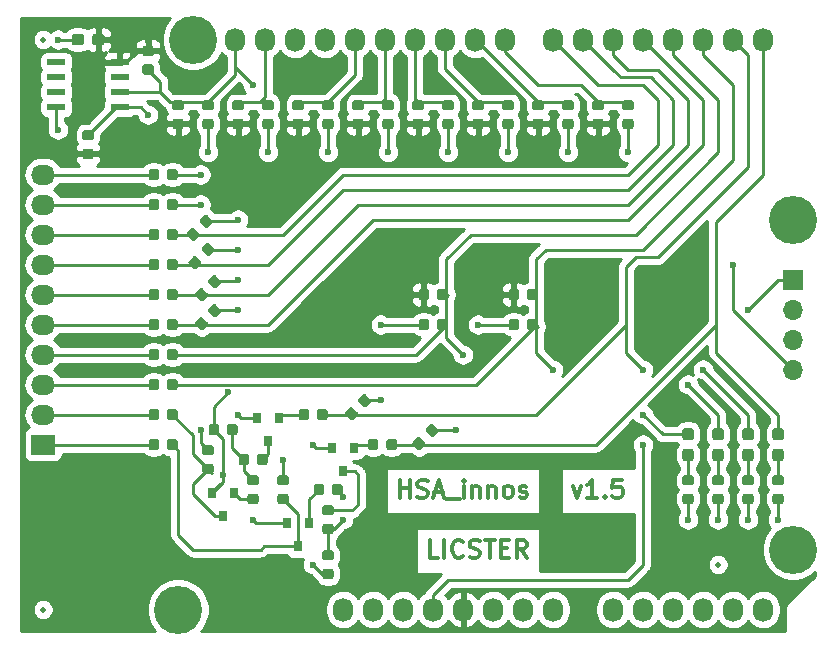
<source format=gbr>
G04 #@! TF.GenerationSoftware,KiCad,Pcbnew,5.1.5+dfsg1-2*
G04 #@! TF.CreationDate,2019-12-04T16:26:49+01:00*
G04 #@! TF.ProjectId,KiCad_Shield,4b694361-645f-4536-9869-656c642e6b69,rev?*
G04 #@! TF.SameCoordinates,Original*
G04 #@! TF.FileFunction,Copper,L1,Top*
G04 #@! TF.FilePolarity,Positive*
%FSLAX46Y46*%
G04 Gerber Fmt 4.6, Leading zero omitted, Abs format (unit mm)*
G04 Created by KiCad (PCBNEW 5.1.5+dfsg1-2) date 2019-12-04 16:26:49*
%MOMM*%
%LPD*%
G04 APERTURE LIST*
%ADD10C,0.300000*%
%ADD11R,0.800000X0.900000*%
%ADD12O,1.727200X2.032000*%
%ADD13C,4.064000*%
%ADD14R,2.032000X1.727200*%
%ADD15O,2.032000X1.727200*%
%ADD16C,0.100000*%
%ADD17R,1.550000X0.600000*%
%ADD18R,1.700000X1.700000*%
%ADD19O,1.700000X1.700000*%
%ADD20C,0.500000*%
%ADD21C,0.600000*%
%ADD22C,0.250000*%
%ADD23C,0.254000*%
G04 APERTURE END LIST*
D10*
X147010857Y-119423571D02*
X146296571Y-119423571D01*
X146296571Y-117923571D01*
X147510857Y-119423571D02*
X147510857Y-117923571D01*
X149082285Y-119280714D02*
X149010857Y-119352142D01*
X148796571Y-119423571D01*
X148653714Y-119423571D01*
X148439428Y-119352142D01*
X148296571Y-119209285D01*
X148225142Y-119066428D01*
X148153714Y-118780714D01*
X148153714Y-118566428D01*
X148225142Y-118280714D01*
X148296571Y-118137857D01*
X148439428Y-117995000D01*
X148653714Y-117923571D01*
X148796571Y-117923571D01*
X149010857Y-117995000D01*
X149082285Y-118066428D01*
X149653714Y-119352142D02*
X149868000Y-119423571D01*
X150225142Y-119423571D01*
X150368000Y-119352142D01*
X150439428Y-119280714D01*
X150510857Y-119137857D01*
X150510857Y-118995000D01*
X150439428Y-118852142D01*
X150368000Y-118780714D01*
X150225142Y-118709285D01*
X149939428Y-118637857D01*
X149796571Y-118566428D01*
X149725142Y-118495000D01*
X149653714Y-118352142D01*
X149653714Y-118209285D01*
X149725142Y-118066428D01*
X149796571Y-117995000D01*
X149939428Y-117923571D01*
X150296571Y-117923571D01*
X150510857Y-117995000D01*
X150939428Y-117923571D02*
X151796571Y-117923571D01*
X151368000Y-119423571D02*
X151368000Y-117923571D01*
X152296571Y-118637857D02*
X152796571Y-118637857D01*
X153010857Y-119423571D02*
X152296571Y-119423571D01*
X152296571Y-117923571D01*
X153010857Y-117923571D01*
X154510857Y-119423571D02*
X154010857Y-118709285D01*
X153653714Y-119423571D02*
X153653714Y-117923571D01*
X154225142Y-117923571D01*
X154368000Y-117995000D01*
X154439428Y-118066428D01*
X154510857Y-118209285D01*
X154510857Y-118423571D01*
X154439428Y-118566428D01*
X154368000Y-118637857D01*
X154225142Y-118709285D01*
X153653714Y-118709285D01*
X158385142Y-113343571D02*
X158742285Y-114343571D01*
X159099428Y-113343571D01*
X160456571Y-114343571D02*
X159599428Y-114343571D01*
X160028000Y-114343571D02*
X160028000Y-112843571D01*
X159885142Y-113057857D01*
X159742285Y-113200714D01*
X159599428Y-113272142D01*
X161099428Y-114200714D02*
X161170857Y-114272142D01*
X161099428Y-114343571D01*
X161028000Y-114272142D01*
X161099428Y-114200714D01*
X161099428Y-114343571D01*
X162528000Y-112843571D02*
X161813714Y-112843571D01*
X161742285Y-113557857D01*
X161813714Y-113486428D01*
X161956571Y-113415000D01*
X162313714Y-113415000D01*
X162456571Y-113486428D01*
X162528000Y-113557857D01*
X162599428Y-113700714D01*
X162599428Y-114057857D01*
X162528000Y-114200714D01*
X162456571Y-114272142D01*
X162313714Y-114343571D01*
X161956571Y-114343571D01*
X161813714Y-114272142D01*
X161742285Y-114200714D01*
X143740857Y-114343571D02*
X143740857Y-112843571D01*
X143740857Y-113557857D02*
X144598000Y-113557857D01*
X144598000Y-114343571D02*
X144598000Y-112843571D01*
X145240857Y-114272142D02*
X145455142Y-114343571D01*
X145812285Y-114343571D01*
X145955142Y-114272142D01*
X146026571Y-114200714D01*
X146098000Y-114057857D01*
X146098000Y-113915000D01*
X146026571Y-113772142D01*
X145955142Y-113700714D01*
X145812285Y-113629285D01*
X145526571Y-113557857D01*
X145383714Y-113486428D01*
X145312285Y-113415000D01*
X145240857Y-113272142D01*
X145240857Y-113129285D01*
X145312285Y-112986428D01*
X145383714Y-112915000D01*
X145526571Y-112843571D01*
X145883714Y-112843571D01*
X146098000Y-112915000D01*
X146669428Y-113915000D02*
X147383714Y-113915000D01*
X146526571Y-114343571D02*
X147026571Y-112843571D01*
X147526571Y-114343571D01*
X147669428Y-114486428D02*
X148812285Y-114486428D01*
X149169428Y-114343571D02*
X149169428Y-113343571D01*
X149169428Y-112843571D02*
X149098000Y-112915000D01*
X149169428Y-112986428D01*
X149240857Y-112915000D01*
X149169428Y-112843571D01*
X149169428Y-112986428D01*
X149883714Y-113343571D02*
X149883714Y-114343571D01*
X149883714Y-113486428D02*
X149955142Y-113415000D01*
X150098000Y-113343571D01*
X150312285Y-113343571D01*
X150455142Y-113415000D01*
X150526571Y-113557857D01*
X150526571Y-114343571D01*
X151240857Y-113343571D02*
X151240857Y-114343571D01*
X151240857Y-113486428D02*
X151312285Y-113415000D01*
X151455142Y-113343571D01*
X151669428Y-113343571D01*
X151812285Y-113415000D01*
X151883714Y-113557857D01*
X151883714Y-114343571D01*
X152812285Y-114343571D02*
X152669428Y-114272142D01*
X152598000Y-114200714D01*
X152526571Y-114057857D01*
X152526571Y-113629285D01*
X152598000Y-113486428D01*
X152669428Y-113415000D01*
X152812285Y-113343571D01*
X153026571Y-113343571D01*
X153169428Y-113415000D01*
X153240857Y-113486428D01*
X153312285Y-113629285D01*
X153312285Y-114057857D01*
X153240857Y-114200714D01*
X153169428Y-114272142D01*
X153026571Y-114343571D01*
X152812285Y-114343571D01*
X153883714Y-114272142D02*
X154026571Y-114343571D01*
X154312285Y-114343571D01*
X154455142Y-114272142D01*
X154526571Y-114129285D01*
X154526571Y-114057857D01*
X154455142Y-113915000D01*
X154312285Y-113843571D01*
X154098000Y-113843571D01*
X153955142Y-113772142D01*
X153883714Y-113629285D01*
X153883714Y-113557857D01*
X153955142Y-113415000D01*
X154098000Y-113343571D01*
X154312285Y-113343571D01*
X154455142Y-113415000D01*
D11*
X128778000Y-115935000D03*
X127828000Y-113935000D03*
X129728000Y-113935000D03*
D12*
X138938000Y-123825000D03*
X141478000Y-123825000D03*
X144018000Y-123825000D03*
X146558000Y-123825000D03*
X149098000Y-123825000D03*
X151638000Y-123825000D03*
X154178000Y-123825000D03*
X156718000Y-123825000D03*
X161798000Y-123825000D03*
X164338000Y-123825000D03*
X166878000Y-123825000D03*
X169418000Y-123825000D03*
X171958000Y-123825000D03*
X174498000Y-123825000D03*
X129794000Y-75565000D03*
X132334000Y-75565000D03*
X134874000Y-75565000D03*
X137414000Y-75565000D03*
X139954000Y-75565000D03*
X142494000Y-75565000D03*
X145034000Y-75565000D03*
X147574000Y-75565000D03*
X150114000Y-75565000D03*
X152654000Y-75565000D03*
X156718000Y-75565000D03*
X159258000Y-75565000D03*
X161798000Y-75565000D03*
X164338000Y-75565000D03*
X166878000Y-75565000D03*
X169418000Y-75565000D03*
X171958000Y-75565000D03*
X174498000Y-75565000D03*
D13*
X124968000Y-123825000D03*
X177038000Y-118745000D03*
X126238000Y-75565000D03*
X177038000Y-90805000D03*
D14*
X113538000Y-109855000D03*
D15*
X113538000Y-107315000D03*
X113538000Y-104775000D03*
X113538000Y-102235000D03*
X113538000Y-99695000D03*
X113538000Y-97155000D03*
X113538000Y-94615000D03*
X113538000Y-92075000D03*
X113538000Y-89535000D03*
X113538000Y-86995000D03*
G04 #@! TA.AperFunction,SMDPad,CuDef*
D16*
G36*
X118533779Y-75091144D02*
G01*
X118556834Y-75094563D01*
X118579443Y-75100227D01*
X118601387Y-75108079D01*
X118622457Y-75118044D01*
X118642448Y-75130026D01*
X118661168Y-75143910D01*
X118678438Y-75159562D01*
X118694090Y-75176832D01*
X118707974Y-75195552D01*
X118719956Y-75215543D01*
X118729921Y-75236613D01*
X118737773Y-75258557D01*
X118743437Y-75281166D01*
X118746856Y-75304221D01*
X118748000Y-75327500D01*
X118748000Y-75802500D01*
X118746856Y-75825779D01*
X118743437Y-75848834D01*
X118737773Y-75871443D01*
X118729921Y-75893387D01*
X118719956Y-75914457D01*
X118707974Y-75934448D01*
X118694090Y-75953168D01*
X118678438Y-75970438D01*
X118661168Y-75986090D01*
X118642448Y-75999974D01*
X118622457Y-76011956D01*
X118601387Y-76021921D01*
X118579443Y-76029773D01*
X118556834Y-76035437D01*
X118533779Y-76038856D01*
X118510500Y-76040000D01*
X117935500Y-76040000D01*
X117912221Y-76038856D01*
X117889166Y-76035437D01*
X117866557Y-76029773D01*
X117844613Y-76021921D01*
X117823543Y-76011956D01*
X117803552Y-75999974D01*
X117784832Y-75986090D01*
X117767562Y-75970438D01*
X117751910Y-75953168D01*
X117738026Y-75934448D01*
X117726044Y-75914457D01*
X117716079Y-75893387D01*
X117708227Y-75871443D01*
X117702563Y-75848834D01*
X117699144Y-75825779D01*
X117698000Y-75802500D01*
X117698000Y-75327500D01*
X117699144Y-75304221D01*
X117702563Y-75281166D01*
X117708227Y-75258557D01*
X117716079Y-75236613D01*
X117726044Y-75215543D01*
X117738026Y-75195552D01*
X117751910Y-75176832D01*
X117767562Y-75159562D01*
X117784832Y-75143910D01*
X117803552Y-75130026D01*
X117823543Y-75118044D01*
X117844613Y-75108079D01*
X117866557Y-75100227D01*
X117889166Y-75094563D01*
X117912221Y-75091144D01*
X117935500Y-75090000D01*
X118510500Y-75090000D01*
X118533779Y-75091144D01*
G37*
G04 #@! TD.AperFunction*
G04 #@! TA.AperFunction,SMDPad,CuDef*
G36*
X116783779Y-75091144D02*
G01*
X116806834Y-75094563D01*
X116829443Y-75100227D01*
X116851387Y-75108079D01*
X116872457Y-75118044D01*
X116892448Y-75130026D01*
X116911168Y-75143910D01*
X116928438Y-75159562D01*
X116944090Y-75176832D01*
X116957974Y-75195552D01*
X116969956Y-75215543D01*
X116979921Y-75236613D01*
X116987773Y-75258557D01*
X116993437Y-75281166D01*
X116996856Y-75304221D01*
X116998000Y-75327500D01*
X116998000Y-75802500D01*
X116996856Y-75825779D01*
X116993437Y-75848834D01*
X116987773Y-75871443D01*
X116979921Y-75893387D01*
X116969956Y-75914457D01*
X116957974Y-75934448D01*
X116944090Y-75953168D01*
X116928438Y-75970438D01*
X116911168Y-75986090D01*
X116892448Y-75999974D01*
X116872457Y-76011956D01*
X116851387Y-76021921D01*
X116829443Y-76029773D01*
X116806834Y-76035437D01*
X116783779Y-76038856D01*
X116760500Y-76040000D01*
X116185500Y-76040000D01*
X116162221Y-76038856D01*
X116139166Y-76035437D01*
X116116557Y-76029773D01*
X116094613Y-76021921D01*
X116073543Y-76011956D01*
X116053552Y-75999974D01*
X116034832Y-75986090D01*
X116017562Y-75970438D01*
X116001910Y-75953168D01*
X115988026Y-75934448D01*
X115976044Y-75914457D01*
X115966079Y-75893387D01*
X115958227Y-75871443D01*
X115952563Y-75848834D01*
X115949144Y-75825779D01*
X115948000Y-75802500D01*
X115948000Y-75327500D01*
X115949144Y-75304221D01*
X115952563Y-75281166D01*
X115958227Y-75258557D01*
X115966079Y-75236613D01*
X115976044Y-75215543D01*
X115988026Y-75195552D01*
X116001910Y-75176832D01*
X116017562Y-75159562D01*
X116034832Y-75143910D01*
X116053552Y-75130026D01*
X116073543Y-75118044D01*
X116094613Y-75108079D01*
X116116557Y-75100227D01*
X116139166Y-75094563D01*
X116162221Y-75091144D01*
X116185500Y-75090000D01*
X116760500Y-75090000D01*
X116783779Y-75091144D01*
G37*
G04 #@! TD.AperFunction*
D17*
X114648000Y-77470000D03*
X114648000Y-78740000D03*
X114648000Y-80010000D03*
X114648000Y-81280000D03*
X120048000Y-81280000D03*
X120048000Y-80010000D03*
X120048000Y-78740000D03*
X120048000Y-77470000D03*
G04 #@! TA.AperFunction,SMDPad,CuDef*
D16*
G36*
X117625691Y-84806053D02*
G01*
X117646926Y-84809203D01*
X117667750Y-84814419D01*
X117687962Y-84821651D01*
X117707368Y-84830830D01*
X117725781Y-84841866D01*
X117743024Y-84854654D01*
X117758930Y-84869070D01*
X117773346Y-84884976D01*
X117786134Y-84902219D01*
X117797170Y-84920632D01*
X117806349Y-84940038D01*
X117813581Y-84960250D01*
X117818797Y-84981074D01*
X117821947Y-85002309D01*
X117823000Y-85023750D01*
X117823000Y-85461250D01*
X117821947Y-85482691D01*
X117818797Y-85503926D01*
X117813581Y-85524750D01*
X117806349Y-85544962D01*
X117797170Y-85564368D01*
X117786134Y-85582781D01*
X117773346Y-85600024D01*
X117758930Y-85615930D01*
X117743024Y-85630346D01*
X117725781Y-85643134D01*
X117707368Y-85654170D01*
X117687962Y-85663349D01*
X117667750Y-85670581D01*
X117646926Y-85675797D01*
X117625691Y-85678947D01*
X117604250Y-85680000D01*
X117091750Y-85680000D01*
X117070309Y-85678947D01*
X117049074Y-85675797D01*
X117028250Y-85670581D01*
X117008038Y-85663349D01*
X116988632Y-85654170D01*
X116970219Y-85643134D01*
X116952976Y-85630346D01*
X116937070Y-85615930D01*
X116922654Y-85600024D01*
X116909866Y-85582781D01*
X116898830Y-85564368D01*
X116889651Y-85544962D01*
X116882419Y-85524750D01*
X116877203Y-85503926D01*
X116874053Y-85482691D01*
X116873000Y-85461250D01*
X116873000Y-85023750D01*
X116874053Y-85002309D01*
X116877203Y-84981074D01*
X116882419Y-84960250D01*
X116889651Y-84940038D01*
X116898830Y-84920632D01*
X116909866Y-84902219D01*
X116922654Y-84884976D01*
X116937070Y-84869070D01*
X116952976Y-84854654D01*
X116970219Y-84841866D01*
X116988632Y-84830830D01*
X117008038Y-84821651D01*
X117028250Y-84814419D01*
X117049074Y-84809203D01*
X117070309Y-84806053D01*
X117091750Y-84805000D01*
X117604250Y-84805000D01*
X117625691Y-84806053D01*
G37*
G04 #@! TD.AperFunction*
G04 #@! TA.AperFunction,SMDPad,CuDef*
G36*
X117625691Y-83231053D02*
G01*
X117646926Y-83234203D01*
X117667750Y-83239419D01*
X117687962Y-83246651D01*
X117707368Y-83255830D01*
X117725781Y-83266866D01*
X117743024Y-83279654D01*
X117758930Y-83294070D01*
X117773346Y-83309976D01*
X117786134Y-83327219D01*
X117797170Y-83345632D01*
X117806349Y-83365038D01*
X117813581Y-83385250D01*
X117818797Y-83406074D01*
X117821947Y-83427309D01*
X117823000Y-83448750D01*
X117823000Y-83886250D01*
X117821947Y-83907691D01*
X117818797Y-83928926D01*
X117813581Y-83949750D01*
X117806349Y-83969962D01*
X117797170Y-83989368D01*
X117786134Y-84007781D01*
X117773346Y-84025024D01*
X117758930Y-84040930D01*
X117743024Y-84055346D01*
X117725781Y-84068134D01*
X117707368Y-84079170D01*
X117687962Y-84088349D01*
X117667750Y-84095581D01*
X117646926Y-84100797D01*
X117625691Y-84103947D01*
X117604250Y-84105000D01*
X117091750Y-84105000D01*
X117070309Y-84103947D01*
X117049074Y-84100797D01*
X117028250Y-84095581D01*
X117008038Y-84088349D01*
X116988632Y-84079170D01*
X116970219Y-84068134D01*
X116952976Y-84055346D01*
X116937070Y-84040930D01*
X116922654Y-84025024D01*
X116909866Y-84007781D01*
X116898830Y-83989368D01*
X116889651Y-83969962D01*
X116882419Y-83949750D01*
X116877203Y-83928926D01*
X116874053Y-83907691D01*
X116873000Y-83886250D01*
X116873000Y-83448750D01*
X116874053Y-83427309D01*
X116877203Y-83406074D01*
X116882419Y-83385250D01*
X116889651Y-83365038D01*
X116898830Y-83345632D01*
X116909866Y-83327219D01*
X116922654Y-83309976D01*
X116937070Y-83294070D01*
X116952976Y-83279654D01*
X116970219Y-83266866D01*
X116988632Y-83255830D01*
X117008038Y-83246651D01*
X117028250Y-83239419D01*
X117049074Y-83234203D01*
X117070309Y-83231053D01*
X117091750Y-83230000D01*
X117604250Y-83230000D01*
X117625691Y-83231053D01*
G37*
G04 #@! TD.AperFunction*
G04 #@! TA.AperFunction,SMDPad,CuDef*
G36*
X122705691Y-77668553D02*
G01*
X122726926Y-77671703D01*
X122747750Y-77676919D01*
X122767962Y-77684151D01*
X122787368Y-77693330D01*
X122805781Y-77704366D01*
X122823024Y-77717154D01*
X122838930Y-77731570D01*
X122853346Y-77747476D01*
X122866134Y-77764719D01*
X122877170Y-77783132D01*
X122886349Y-77802538D01*
X122893581Y-77822750D01*
X122898797Y-77843574D01*
X122901947Y-77864809D01*
X122903000Y-77886250D01*
X122903000Y-78323750D01*
X122901947Y-78345191D01*
X122898797Y-78366426D01*
X122893581Y-78387250D01*
X122886349Y-78407462D01*
X122877170Y-78426868D01*
X122866134Y-78445281D01*
X122853346Y-78462524D01*
X122838930Y-78478430D01*
X122823024Y-78492846D01*
X122805781Y-78505634D01*
X122787368Y-78516670D01*
X122767962Y-78525849D01*
X122747750Y-78533081D01*
X122726926Y-78538297D01*
X122705691Y-78541447D01*
X122684250Y-78542500D01*
X122171750Y-78542500D01*
X122150309Y-78541447D01*
X122129074Y-78538297D01*
X122108250Y-78533081D01*
X122088038Y-78525849D01*
X122068632Y-78516670D01*
X122050219Y-78505634D01*
X122032976Y-78492846D01*
X122017070Y-78478430D01*
X122002654Y-78462524D01*
X121989866Y-78445281D01*
X121978830Y-78426868D01*
X121969651Y-78407462D01*
X121962419Y-78387250D01*
X121957203Y-78366426D01*
X121954053Y-78345191D01*
X121953000Y-78323750D01*
X121953000Y-77886250D01*
X121954053Y-77864809D01*
X121957203Y-77843574D01*
X121962419Y-77822750D01*
X121969651Y-77802538D01*
X121978830Y-77783132D01*
X121989866Y-77764719D01*
X122002654Y-77747476D01*
X122017070Y-77731570D01*
X122032976Y-77717154D01*
X122050219Y-77704366D01*
X122068632Y-77693330D01*
X122088038Y-77684151D01*
X122108250Y-77676919D01*
X122129074Y-77671703D01*
X122150309Y-77668553D01*
X122171750Y-77667500D01*
X122684250Y-77667500D01*
X122705691Y-77668553D01*
G37*
G04 #@! TD.AperFunction*
G04 #@! TA.AperFunction,SMDPad,CuDef*
G36*
X122705691Y-76093553D02*
G01*
X122726926Y-76096703D01*
X122747750Y-76101919D01*
X122767962Y-76109151D01*
X122787368Y-76118330D01*
X122805781Y-76129366D01*
X122823024Y-76142154D01*
X122838930Y-76156570D01*
X122853346Y-76172476D01*
X122866134Y-76189719D01*
X122877170Y-76208132D01*
X122886349Y-76227538D01*
X122893581Y-76247750D01*
X122898797Y-76268574D01*
X122901947Y-76289809D01*
X122903000Y-76311250D01*
X122903000Y-76748750D01*
X122901947Y-76770191D01*
X122898797Y-76791426D01*
X122893581Y-76812250D01*
X122886349Y-76832462D01*
X122877170Y-76851868D01*
X122866134Y-76870281D01*
X122853346Y-76887524D01*
X122838930Y-76903430D01*
X122823024Y-76917846D01*
X122805781Y-76930634D01*
X122787368Y-76941670D01*
X122767962Y-76950849D01*
X122747750Y-76958081D01*
X122726926Y-76963297D01*
X122705691Y-76966447D01*
X122684250Y-76967500D01*
X122171750Y-76967500D01*
X122150309Y-76966447D01*
X122129074Y-76963297D01*
X122108250Y-76958081D01*
X122088038Y-76950849D01*
X122068632Y-76941670D01*
X122050219Y-76930634D01*
X122032976Y-76917846D01*
X122017070Y-76903430D01*
X122002654Y-76887524D01*
X121989866Y-76870281D01*
X121978830Y-76851868D01*
X121969651Y-76832462D01*
X121962419Y-76812250D01*
X121957203Y-76791426D01*
X121954053Y-76770191D01*
X121953000Y-76748750D01*
X121953000Y-76311250D01*
X121954053Y-76289809D01*
X121957203Y-76268574D01*
X121962419Y-76247750D01*
X121969651Y-76227538D01*
X121978830Y-76208132D01*
X121989866Y-76189719D01*
X122002654Y-76172476D01*
X122017070Y-76156570D01*
X122032976Y-76142154D01*
X122050219Y-76129366D01*
X122068632Y-76118330D01*
X122088038Y-76109151D01*
X122108250Y-76101919D01*
X122129074Y-76096703D01*
X122150309Y-76093553D01*
X122171750Y-76092500D01*
X122684250Y-76092500D01*
X122705691Y-76093553D01*
G37*
G04 #@! TD.AperFunction*
D18*
X177038000Y-95885000D03*
D19*
X177038000Y-98425000D03*
X177038000Y-100965000D03*
X177038000Y-103505000D03*
G04 #@! TA.AperFunction,SMDPad,CuDef*
D16*
G36*
X168425691Y-114016053D02*
G01*
X168446926Y-114019203D01*
X168467750Y-114024419D01*
X168487962Y-114031651D01*
X168507368Y-114040830D01*
X168525781Y-114051866D01*
X168543024Y-114064654D01*
X168558930Y-114079070D01*
X168573346Y-114094976D01*
X168586134Y-114112219D01*
X168597170Y-114130632D01*
X168606349Y-114150038D01*
X168613581Y-114170250D01*
X168618797Y-114191074D01*
X168621947Y-114212309D01*
X168623000Y-114233750D01*
X168623000Y-114671250D01*
X168621947Y-114692691D01*
X168618797Y-114713926D01*
X168613581Y-114734750D01*
X168606349Y-114754962D01*
X168597170Y-114774368D01*
X168586134Y-114792781D01*
X168573346Y-114810024D01*
X168558930Y-114825930D01*
X168543024Y-114840346D01*
X168525781Y-114853134D01*
X168507368Y-114864170D01*
X168487962Y-114873349D01*
X168467750Y-114880581D01*
X168446926Y-114885797D01*
X168425691Y-114888947D01*
X168404250Y-114890000D01*
X167891750Y-114890000D01*
X167870309Y-114888947D01*
X167849074Y-114885797D01*
X167828250Y-114880581D01*
X167808038Y-114873349D01*
X167788632Y-114864170D01*
X167770219Y-114853134D01*
X167752976Y-114840346D01*
X167737070Y-114825930D01*
X167722654Y-114810024D01*
X167709866Y-114792781D01*
X167698830Y-114774368D01*
X167689651Y-114754962D01*
X167682419Y-114734750D01*
X167677203Y-114713926D01*
X167674053Y-114692691D01*
X167673000Y-114671250D01*
X167673000Y-114233750D01*
X167674053Y-114212309D01*
X167677203Y-114191074D01*
X167682419Y-114170250D01*
X167689651Y-114150038D01*
X167698830Y-114130632D01*
X167709866Y-114112219D01*
X167722654Y-114094976D01*
X167737070Y-114079070D01*
X167752976Y-114064654D01*
X167770219Y-114051866D01*
X167788632Y-114040830D01*
X167808038Y-114031651D01*
X167828250Y-114024419D01*
X167849074Y-114019203D01*
X167870309Y-114016053D01*
X167891750Y-114015000D01*
X168404250Y-114015000D01*
X168425691Y-114016053D01*
G37*
G04 #@! TD.AperFunction*
G04 #@! TA.AperFunction,SMDPad,CuDef*
G36*
X168425691Y-112441053D02*
G01*
X168446926Y-112444203D01*
X168467750Y-112449419D01*
X168487962Y-112456651D01*
X168507368Y-112465830D01*
X168525781Y-112476866D01*
X168543024Y-112489654D01*
X168558930Y-112504070D01*
X168573346Y-112519976D01*
X168586134Y-112537219D01*
X168597170Y-112555632D01*
X168606349Y-112575038D01*
X168613581Y-112595250D01*
X168618797Y-112616074D01*
X168621947Y-112637309D01*
X168623000Y-112658750D01*
X168623000Y-113096250D01*
X168621947Y-113117691D01*
X168618797Y-113138926D01*
X168613581Y-113159750D01*
X168606349Y-113179962D01*
X168597170Y-113199368D01*
X168586134Y-113217781D01*
X168573346Y-113235024D01*
X168558930Y-113250930D01*
X168543024Y-113265346D01*
X168525781Y-113278134D01*
X168507368Y-113289170D01*
X168487962Y-113298349D01*
X168467750Y-113305581D01*
X168446926Y-113310797D01*
X168425691Y-113313947D01*
X168404250Y-113315000D01*
X167891750Y-113315000D01*
X167870309Y-113313947D01*
X167849074Y-113310797D01*
X167828250Y-113305581D01*
X167808038Y-113298349D01*
X167788632Y-113289170D01*
X167770219Y-113278134D01*
X167752976Y-113265346D01*
X167737070Y-113250930D01*
X167722654Y-113235024D01*
X167709866Y-113217781D01*
X167698830Y-113199368D01*
X167689651Y-113179962D01*
X167682419Y-113159750D01*
X167677203Y-113138926D01*
X167674053Y-113117691D01*
X167673000Y-113096250D01*
X167673000Y-112658750D01*
X167674053Y-112637309D01*
X167677203Y-112616074D01*
X167682419Y-112595250D01*
X167689651Y-112575038D01*
X167698830Y-112555632D01*
X167709866Y-112537219D01*
X167722654Y-112519976D01*
X167737070Y-112504070D01*
X167752976Y-112489654D01*
X167770219Y-112476866D01*
X167788632Y-112465830D01*
X167808038Y-112456651D01*
X167828250Y-112449419D01*
X167849074Y-112444203D01*
X167870309Y-112441053D01*
X167891750Y-112440000D01*
X168404250Y-112440000D01*
X168425691Y-112441053D01*
G37*
G04 #@! TD.AperFunction*
G04 #@! TA.AperFunction,SMDPad,CuDef*
G36*
X170965691Y-112441053D02*
G01*
X170986926Y-112444203D01*
X171007750Y-112449419D01*
X171027962Y-112456651D01*
X171047368Y-112465830D01*
X171065781Y-112476866D01*
X171083024Y-112489654D01*
X171098930Y-112504070D01*
X171113346Y-112519976D01*
X171126134Y-112537219D01*
X171137170Y-112555632D01*
X171146349Y-112575038D01*
X171153581Y-112595250D01*
X171158797Y-112616074D01*
X171161947Y-112637309D01*
X171163000Y-112658750D01*
X171163000Y-113096250D01*
X171161947Y-113117691D01*
X171158797Y-113138926D01*
X171153581Y-113159750D01*
X171146349Y-113179962D01*
X171137170Y-113199368D01*
X171126134Y-113217781D01*
X171113346Y-113235024D01*
X171098930Y-113250930D01*
X171083024Y-113265346D01*
X171065781Y-113278134D01*
X171047368Y-113289170D01*
X171027962Y-113298349D01*
X171007750Y-113305581D01*
X170986926Y-113310797D01*
X170965691Y-113313947D01*
X170944250Y-113315000D01*
X170431750Y-113315000D01*
X170410309Y-113313947D01*
X170389074Y-113310797D01*
X170368250Y-113305581D01*
X170348038Y-113298349D01*
X170328632Y-113289170D01*
X170310219Y-113278134D01*
X170292976Y-113265346D01*
X170277070Y-113250930D01*
X170262654Y-113235024D01*
X170249866Y-113217781D01*
X170238830Y-113199368D01*
X170229651Y-113179962D01*
X170222419Y-113159750D01*
X170217203Y-113138926D01*
X170214053Y-113117691D01*
X170213000Y-113096250D01*
X170213000Y-112658750D01*
X170214053Y-112637309D01*
X170217203Y-112616074D01*
X170222419Y-112595250D01*
X170229651Y-112575038D01*
X170238830Y-112555632D01*
X170249866Y-112537219D01*
X170262654Y-112519976D01*
X170277070Y-112504070D01*
X170292976Y-112489654D01*
X170310219Y-112476866D01*
X170328632Y-112465830D01*
X170348038Y-112456651D01*
X170368250Y-112449419D01*
X170389074Y-112444203D01*
X170410309Y-112441053D01*
X170431750Y-112440000D01*
X170944250Y-112440000D01*
X170965691Y-112441053D01*
G37*
G04 #@! TD.AperFunction*
G04 #@! TA.AperFunction,SMDPad,CuDef*
G36*
X170965691Y-114016053D02*
G01*
X170986926Y-114019203D01*
X171007750Y-114024419D01*
X171027962Y-114031651D01*
X171047368Y-114040830D01*
X171065781Y-114051866D01*
X171083024Y-114064654D01*
X171098930Y-114079070D01*
X171113346Y-114094976D01*
X171126134Y-114112219D01*
X171137170Y-114130632D01*
X171146349Y-114150038D01*
X171153581Y-114170250D01*
X171158797Y-114191074D01*
X171161947Y-114212309D01*
X171163000Y-114233750D01*
X171163000Y-114671250D01*
X171161947Y-114692691D01*
X171158797Y-114713926D01*
X171153581Y-114734750D01*
X171146349Y-114754962D01*
X171137170Y-114774368D01*
X171126134Y-114792781D01*
X171113346Y-114810024D01*
X171098930Y-114825930D01*
X171083024Y-114840346D01*
X171065781Y-114853134D01*
X171047368Y-114864170D01*
X171027962Y-114873349D01*
X171007750Y-114880581D01*
X170986926Y-114885797D01*
X170965691Y-114888947D01*
X170944250Y-114890000D01*
X170431750Y-114890000D01*
X170410309Y-114888947D01*
X170389074Y-114885797D01*
X170368250Y-114880581D01*
X170348038Y-114873349D01*
X170328632Y-114864170D01*
X170310219Y-114853134D01*
X170292976Y-114840346D01*
X170277070Y-114825930D01*
X170262654Y-114810024D01*
X170249866Y-114792781D01*
X170238830Y-114774368D01*
X170229651Y-114754962D01*
X170222419Y-114734750D01*
X170217203Y-114713926D01*
X170214053Y-114692691D01*
X170213000Y-114671250D01*
X170213000Y-114233750D01*
X170214053Y-114212309D01*
X170217203Y-114191074D01*
X170222419Y-114170250D01*
X170229651Y-114150038D01*
X170238830Y-114130632D01*
X170249866Y-114112219D01*
X170262654Y-114094976D01*
X170277070Y-114079070D01*
X170292976Y-114064654D01*
X170310219Y-114051866D01*
X170328632Y-114040830D01*
X170348038Y-114031651D01*
X170368250Y-114024419D01*
X170389074Y-114019203D01*
X170410309Y-114016053D01*
X170431750Y-114015000D01*
X170944250Y-114015000D01*
X170965691Y-114016053D01*
G37*
G04 #@! TD.AperFunction*
G04 #@! TA.AperFunction,SMDPad,CuDef*
G36*
X173505691Y-114016053D02*
G01*
X173526926Y-114019203D01*
X173547750Y-114024419D01*
X173567962Y-114031651D01*
X173587368Y-114040830D01*
X173605781Y-114051866D01*
X173623024Y-114064654D01*
X173638930Y-114079070D01*
X173653346Y-114094976D01*
X173666134Y-114112219D01*
X173677170Y-114130632D01*
X173686349Y-114150038D01*
X173693581Y-114170250D01*
X173698797Y-114191074D01*
X173701947Y-114212309D01*
X173703000Y-114233750D01*
X173703000Y-114671250D01*
X173701947Y-114692691D01*
X173698797Y-114713926D01*
X173693581Y-114734750D01*
X173686349Y-114754962D01*
X173677170Y-114774368D01*
X173666134Y-114792781D01*
X173653346Y-114810024D01*
X173638930Y-114825930D01*
X173623024Y-114840346D01*
X173605781Y-114853134D01*
X173587368Y-114864170D01*
X173567962Y-114873349D01*
X173547750Y-114880581D01*
X173526926Y-114885797D01*
X173505691Y-114888947D01*
X173484250Y-114890000D01*
X172971750Y-114890000D01*
X172950309Y-114888947D01*
X172929074Y-114885797D01*
X172908250Y-114880581D01*
X172888038Y-114873349D01*
X172868632Y-114864170D01*
X172850219Y-114853134D01*
X172832976Y-114840346D01*
X172817070Y-114825930D01*
X172802654Y-114810024D01*
X172789866Y-114792781D01*
X172778830Y-114774368D01*
X172769651Y-114754962D01*
X172762419Y-114734750D01*
X172757203Y-114713926D01*
X172754053Y-114692691D01*
X172753000Y-114671250D01*
X172753000Y-114233750D01*
X172754053Y-114212309D01*
X172757203Y-114191074D01*
X172762419Y-114170250D01*
X172769651Y-114150038D01*
X172778830Y-114130632D01*
X172789866Y-114112219D01*
X172802654Y-114094976D01*
X172817070Y-114079070D01*
X172832976Y-114064654D01*
X172850219Y-114051866D01*
X172868632Y-114040830D01*
X172888038Y-114031651D01*
X172908250Y-114024419D01*
X172929074Y-114019203D01*
X172950309Y-114016053D01*
X172971750Y-114015000D01*
X173484250Y-114015000D01*
X173505691Y-114016053D01*
G37*
G04 #@! TD.AperFunction*
G04 #@! TA.AperFunction,SMDPad,CuDef*
G36*
X173505691Y-112441053D02*
G01*
X173526926Y-112444203D01*
X173547750Y-112449419D01*
X173567962Y-112456651D01*
X173587368Y-112465830D01*
X173605781Y-112476866D01*
X173623024Y-112489654D01*
X173638930Y-112504070D01*
X173653346Y-112519976D01*
X173666134Y-112537219D01*
X173677170Y-112555632D01*
X173686349Y-112575038D01*
X173693581Y-112595250D01*
X173698797Y-112616074D01*
X173701947Y-112637309D01*
X173703000Y-112658750D01*
X173703000Y-113096250D01*
X173701947Y-113117691D01*
X173698797Y-113138926D01*
X173693581Y-113159750D01*
X173686349Y-113179962D01*
X173677170Y-113199368D01*
X173666134Y-113217781D01*
X173653346Y-113235024D01*
X173638930Y-113250930D01*
X173623024Y-113265346D01*
X173605781Y-113278134D01*
X173587368Y-113289170D01*
X173567962Y-113298349D01*
X173547750Y-113305581D01*
X173526926Y-113310797D01*
X173505691Y-113313947D01*
X173484250Y-113315000D01*
X172971750Y-113315000D01*
X172950309Y-113313947D01*
X172929074Y-113310797D01*
X172908250Y-113305581D01*
X172888038Y-113298349D01*
X172868632Y-113289170D01*
X172850219Y-113278134D01*
X172832976Y-113265346D01*
X172817070Y-113250930D01*
X172802654Y-113235024D01*
X172789866Y-113217781D01*
X172778830Y-113199368D01*
X172769651Y-113179962D01*
X172762419Y-113159750D01*
X172757203Y-113138926D01*
X172754053Y-113117691D01*
X172753000Y-113096250D01*
X172753000Y-112658750D01*
X172754053Y-112637309D01*
X172757203Y-112616074D01*
X172762419Y-112595250D01*
X172769651Y-112575038D01*
X172778830Y-112555632D01*
X172789866Y-112537219D01*
X172802654Y-112519976D01*
X172817070Y-112504070D01*
X172832976Y-112489654D01*
X172850219Y-112476866D01*
X172868632Y-112465830D01*
X172888038Y-112456651D01*
X172908250Y-112449419D01*
X172929074Y-112444203D01*
X172950309Y-112441053D01*
X172971750Y-112440000D01*
X173484250Y-112440000D01*
X173505691Y-112441053D01*
G37*
G04 #@! TD.AperFunction*
G04 #@! TA.AperFunction,SMDPad,CuDef*
G36*
X176045691Y-112441053D02*
G01*
X176066926Y-112444203D01*
X176087750Y-112449419D01*
X176107962Y-112456651D01*
X176127368Y-112465830D01*
X176145781Y-112476866D01*
X176163024Y-112489654D01*
X176178930Y-112504070D01*
X176193346Y-112519976D01*
X176206134Y-112537219D01*
X176217170Y-112555632D01*
X176226349Y-112575038D01*
X176233581Y-112595250D01*
X176238797Y-112616074D01*
X176241947Y-112637309D01*
X176243000Y-112658750D01*
X176243000Y-113096250D01*
X176241947Y-113117691D01*
X176238797Y-113138926D01*
X176233581Y-113159750D01*
X176226349Y-113179962D01*
X176217170Y-113199368D01*
X176206134Y-113217781D01*
X176193346Y-113235024D01*
X176178930Y-113250930D01*
X176163024Y-113265346D01*
X176145781Y-113278134D01*
X176127368Y-113289170D01*
X176107962Y-113298349D01*
X176087750Y-113305581D01*
X176066926Y-113310797D01*
X176045691Y-113313947D01*
X176024250Y-113315000D01*
X175511750Y-113315000D01*
X175490309Y-113313947D01*
X175469074Y-113310797D01*
X175448250Y-113305581D01*
X175428038Y-113298349D01*
X175408632Y-113289170D01*
X175390219Y-113278134D01*
X175372976Y-113265346D01*
X175357070Y-113250930D01*
X175342654Y-113235024D01*
X175329866Y-113217781D01*
X175318830Y-113199368D01*
X175309651Y-113179962D01*
X175302419Y-113159750D01*
X175297203Y-113138926D01*
X175294053Y-113117691D01*
X175293000Y-113096250D01*
X175293000Y-112658750D01*
X175294053Y-112637309D01*
X175297203Y-112616074D01*
X175302419Y-112595250D01*
X175309651Y-112575038D01*
X175318830Y-112555632D01*
X175329866Y-112537219D01*
X175342654Y-112519976D01*
X175357070Y-112504070D01*
X175372976Y-112489654D01*
X175390219Y-112476866D01*
X175408632Y-112465830D01*
X175428038Y-112456651D01*
X175448250Y-112449419D01*
X175469074Y-112444203D01*
X175490309Y-112441053D01*
X175511750Y-112440000D01*
X176024250Y-112440000D01*
X176045691Y-112441053D01*
G37*
G04 #@! TD.AperFunction*
G04 #@! TA.AperFunction,SMDPad,CuDef*
G36*
X176045691Y-114016053D02*
G01*
X176066926Y-114019203D01*
X176087750Y-114024419D01*
X176107962Y-114031651D01*
X176127368Y-114040830D01*
X176145781Y-114051866D01*
X176163024Y-114064654D01*
X176178930Y-114079070D01*
X176193346Y-114094976D01*
X176206134Y-114112219D01*
X176217170Y-114130632D01*
X176226349Y-114150038D01*
X176233581Y-114170250D01*
X176238797Y-114191074D01*
X176241947Y-114212309D01*
X176243000Y-114233750D01*
X176243000Y-114671250D01*
X176241947Y-114692691D01*
X176238797Y-114713926D01*
X176233581Y-114734750D01*
X176226349Y-114754962D01*
X176217170Y-114774368D01*
X176206134Y-114792781D01*
X176193346Y-114810024D01*
X176178930Y-114825930D01*
X176163024Y-114840346D01*
X176145781Y-114853134D01*
X176127368Y-114864170D01*
X176107962Y-114873349D01*
X176087750Y-114880581D01*
X176066926Y-114885797D01*
X176045691Y-114888947D01*
X176024250Y-114890000D01*
X175511750Y-114890000D01*
X175490309Y-114888947D01*
X175469074Y-114885797D01*
X175448250Y-114880581D01*
X175428038Y-114873349D01*
X175408632Y-114864170D01*
X175390219Y-114853134D01*
X175372976Y-114840346D01*
X175357070Y-114825930D01*
X175342654Y-114810024D01*
X175329866Y-114792781D01*
X175318830Y-114774368D01*
X175309651Y-114754962D01*
X175302419Y-114734750D01*
X175297203Y-114713926D01*
X175294053Y-114692691D01*
X175293000Y-114671250D01*
X175293000Y-114233750D01*
X175294053Y-114212309D01*
X175297203Y-114191074D01*
X175302419Y-114170250D01*
X175309651Y-114150038D01*
X175318830Y-114130632D01*
X175329866Y-114112219D01*
X175342654Y-114094976D01*
X175357070Y-114079070D01*
X175372976Y-114064654D01*
X175390219Y-114051866D01*
X175408632Y-114040830D01*
X175428038Y-114031651D01*
X175448250Y-114024419D01*
X175469074Y-114019203D01*
X175490309Y-114016053D01*
X175511750Y-114015000D01*
X176024250Y-114015000D01*
X176045691Y-114016053D01*
G37*
G04 #@! TD.AperFunction*
G04 #@! TA.AperFunction,SMDPad,CuDef*
G36*
X168408779Y-108456144D02*
G01*
X168431834Y-108459563D01*
X168454443Y-108465227D01*
X168476387Y-108473079D01*
X168497457Y-108483044D01*
X168517448Y-108495026D01*
X168536168Y-108508910D01*
X168553438Y-108524562D01*
X168569090Y-108541832D01*
X168582974Y-108560552D01*
X168594956Y-108580543D01*
X168604921Y-108601613D01*
X168612773Y-108623557D01*
X168618437Y-108646166D01*
X168621856Y-108669221D01*
X168623000Y-108692500D01*
X168623000Y-109267500D01*
X168621856Y-109290779D01*
X168618437Y-109313834D01*
X168612773Y-109336443D01*
X168604921Y-109358387D01*
X168594956Y-109379457D01*
X168582974Y-109399448D01*
X168569090Y-109418168D01*
X168553438Y-109435438D01*
X168536168Y-109451090D01*
X168517448Y-109464974D01*
X168497457Y-109476956D01*
X168476387Y-109486921D01*
X168454443Y-109494773D01*
X168431834Y-109500437D01*
X168408779Y-109503856D01*
X168385500Y-109505000D01*
X167910500Y-109505000D01*
X167887221Y-109503856D01*
X167864166Y-109500437D01*
X167841557Y-109494773D01*
X167819613Y-109486921D01*
X167798543Y-109476956D01*
X167778552Y-109464974D01*
X167759832Y-109451090D01*
X167742562Y-109435438D01*
X167726910Y-109418168D01*
X167713026Y-109399448D01*
X167701044Y-109379457D01*
X167691079Y-109358387D01*
X167683227Y-109336443D01*
X167677563Y-109313834D01*
X167674144Y-109290779D01*
X167673000Y-109267500D01*
X167673000Y-108692500D01*
X167674144Y-108669221D01*
X167677563Y-108646166D01*
X167683227Y-108623557D01*
X167691079Y-108601613D01*
X167701044Y-108580543D01*
X167713026Y-108560552D01*
X167726910Y-108541832D01*
X167742562Y-108524562D01*
X167759832Y-108508910D01*
X167778552Y-108495026D01*
X167798543Y-108483044D01*
X167819613Y-108473079D01*
X167841557Y-108465227D01*
X167864166Y-108459563D01*
X167887221Y-108456144D01*
X167910500Y-108455000D01*
X168385500Y-108455000D01*
X168408779Y-108456144D01*
G37*
G04 #@! TD.AperFunction*
G04 #@! TA.AperFunction,SMDPad,CuDef*
G36*
X168408779Y-110206144D02*
G01*
X168431834Y-110209563D01*
X168454443Y-110215227D01*
X168476387Y-110223079D01*
X168497457Y-110233044D01*
X168517448Y-110245026D01*
X168536168Y-110258910D01*
X168553438Y-110274562D01*
X168569090Y-110291832D01*
X168582974Y-110310552D01*
X168594956Y-110330543D01*
X168604921Y-110351613D01*
X168612773Y-110373557D01*
X168618437Y-110396166D01*
X168621856Y-110419221D01*
X168623000Y-110442500D01*
X168623000Y-111017500D01*
X168621856Y-111040779D01*
X168618437Y-111063834D01*
X168612773Y-111086443D01*
X168604921Y-111108387D01*
X168594956Y-111129457D01*
X168582974Y-111149448D01*
X168569090Y-111168168D01*
X168553438Y-111185438D01*
X168536168Y-111201090D01*
X168517448Y-111214974D01*
X168497457Y-111226956D01*
X168476387Y-111236921D01*
X168454443Y-111244773D01*
X168431834Y-111250437D01*
X168408779Y-111253856D01*
X168385500Y-111255000D01*
X167910500Y-111255000D01*
X167887221Y-111253856D01*
X167864166Y-111250437D01*
X167841557Y-111244773D01*
X167819613Y-111236921D01*
X167798543Y-111226956D01*
X167778552Y-111214974D01*
X167759832Y-111201090D01*
X167742562Y-111185438D01*
X167726910Y-111168168D01*
X167713026Y-111149448D01*
X167701044Y-111129457D01*
X167691079Y-111108387D01*
X167683227Y-111086443D01*
X167677563Y-111063834D01*
X167674144Y-111040779D01*
X167673000Y-111017500D01*
X167673000Y-110442500D01*
X167674144Y-110419221D01*
X167677563Y-110396166D01*
X167683227Y-110373557D01*
X167691079Y-110351613D01*
X167701044Y-110330543D01*
X167713026Y-110310552D01*
X167726910Y-110291832D01*
X167742562Y-110274562D01*
X167759832Y-110258910D01*
X167778552Y-110245026D01*
X167798543Y-110233044D01*
X167819613Y-110223079D01*
X167841557Y-110215227D01*
X167864166Y-110209563D01*
X167887221Y-110206144D01*
X167910500Y-110205000D01*
X168385500Y-110205000D01*
X168408779Y-110206144D01*
G37*
G04 #@! TD.AperFunction*
G04 #@! TA.AperFunction,SMDPad,CuDef*
G36*
X170948779Y-110206144D02*
G01*
X170971834Y-110209563D01*
X170994443Y-110215227D01*
X171016387Y-110223079D01*
X171037457Y-110233044D01*
X171057448Y-110245026D01*
X171076168Y-110258910D01*
X171093438Y-110274562D01*
X171109090Y-110291832D01*
X171122974Y-110310552D01*
X171134956Y-110330543D01*
X171144921Y-110351613D01*
X171152773Y-110373557D01*
X171158437Y-110396166D01*
X171161856Y-110419221D01*
X171163000Y-110442500D01*
X171163000Y-111017500D01*
X171161856Y-111040779D01*
X171158437Y-111063834D01*
X171152773Y-111086443D01*
X171144921Y-111108387D01*
X171134956Y-111129457D01*
X171122974Y-111149448D01*
X171109090Y-111168168D01*
X171093438Y-111185438D01*
X171076168Y-111201090D01*
X171057448Y-111214974D01*
X171037457Y-111226956D01*
X171016387Y-111236921D01*
X170994443Y-111244773D01*
X170971834Y-111250437D01*
X170948779Y-111253856D01*
X170925500Y-111255000D01*
X170450500Y-111255000D01*
X170427221Y-111253856D01*
X170404166Y-111250437D01*
X170381557Y-111244773D01*
X170359613Y-111236921D01*
X170338543Y-111226956D01*
X170318552Y-111214974D01*
X170299832Y-111201090D01*
X170282562Y-111185438D01*
X170266910Y-111168168D01*
X170253026Y-111149448D01*
X170241044Y-111129457D01*
X170231079Y-111108387D01*
X170223227Y-111086443D01*
X170217563Y-111063834D01*
X170214144Y-111040779D01*
X170213000Y-111017500D01*
X170213000Y-110442500D01*
X170214144Y-110419221D01*
X170217563Y-110396166D01*
X170223227Y-110373557D01*
X170231079Y-110351613D01*
X170241044Y-110330543D01*
X170253026Y-110310552D01*
X170266910Y-110291832D01*
X170282562Y-110274562D01*
X170299832Y-110258910D01*
X170318552Y-110245026D01*
X170338543Y-110233044D01*
X170359613Y-110223079D01*
X170381557Y-110215227D01*
X170404166Y-110209563D01*
X170427221Y-110206144D01*
X170450500Y-110205000D01*
X170925500Y-110205000D01*
X170948779Y-110206144D01*
G37*
G04 #@! TD.AperFunction*
G04 #@! TA.AperFunction,SMDPad,CuDef*
G36*
X170948779Y-108456144D02*
G01*
X170971834Y-108459563D01*
X170994443Y-108465227D01*
X171016387Y-108473079D01*
X171037457Y-108483044D01*
X171057448Y-108495026D01*
X171076168Y-108508910D01*
X171093438Y-108524562D01*
X171109090Y-108541832D01*
X171122974Y-108560552D01*
X171134956Y-108580543D01*
X171144921Y-108601613D01*
X171152773Y-108623557D01*
X171158437Y-108646166D01*
X171161856Y-108669221D01*
X171163000Y-108692500D01*
X171163000Y-109267500D01*
X171161856Y-109290779D01*
X171158437Y-109313834D01*
X171152773Y-109336443D01*
X171144921Y-109358387D01*
X171134956Y-109379457D01*
X171122974Y-109399448D01*
X171109090Y-109418168D01*
X171093438Y-109435438D01*
X171076168Y-109451090D01*
X171057448Y-109464974D01*
X171037457Y-109476956D01*
X171016387Y-109486921D01*
X170994443Y-109494773D01*
X170971834Y-109500437D01*
X170948779Y-109503856D01*
X170925500Y-109505000D01*
X170450500Y-109505000D01*
X170427221Y-109503856D01*
X170404166Y-109500437D01*
X170381557Y-109494773D01*
X170359613Y-109486921D01*
X170338543Y-109476956D01*
X170318552Y-109464974D01*
X170299832Y-109451090D01*
X170282562Y-109435438D01*
X170266910Y-109418168D01*
X170253026Y-109399448D01*
X170241044Y-109379457D01*
X170231079Y-109358387D01*
X170223227Y-109336443D01*
X170217563Y-109313834D01*
X170214144Y-109290779D01*
X170213000Y-109267500D01*
X170213000Y-108692500D01*
X170214144Y-108669221D01*
X170217563Y-108646166D01*
X170223227Y-108623557D01*
X170231079Y-108601613D01*
X170241044Y-108580543D01*
X170253026Y-108560552D01*
X170266910Y-108541832D01*
X170282562Y-108524562D01*
X170299832Y-108508910D01*
X170318552Y-108495026D01*
X170338543Y-108483044D01*
X170359613Y-108473079D01*
X170381557Y-108465227D01*
X170404166Y-108459563D01*
X170427221Y-108456144D01*
X170450500Y-108455000D01*
X170925500Y-108455000D01*
X170948779Y-108456144D01*
G37*
G04 #@! TD.AperFunction*
G04 #@! TA.AperFunction,SMDPad,CuDef*
G36*
X173488779Y-108456144D02*
G01*
X173511834Y-108459563D01*
X173534443Y-108465227D01*
X173556387Y-108473079D01*
X173577457Y-108483044D01*
X173597448Y-108495026D01*
X173616168Y-108508910D01*
X173633438Y-108524562D01*
X173649090Y-108541832D01*
X173662974Y-108560552D01*
X173674956Y-108580543D01*
X173684921Y-108601613D01*
X173692773Y-108623557D01*
X173698437Y-108646166D01*
X173701856Y-108669221D01*
X173703000Y-108692500D01*
X173703000Y-109267500D01*
X173701856Y-109290779D01*
X173698437Y-109313834D01*
X173692773Y-109336443D01*
X173684921Y-109358387D01*
X173674956Y-109379457D01*
X173662974Y-109399448D01*
X173649090Y-109418168D01*
X173633438Y-109435438D01*
X173616168Y-109451090D01*
X173597448Y-109464974D01*
X173577457Y-109476956D01*
X173556387Y-109486921D01*
X173534443Y-109494773D01*
X173511834Y-109500437D01*
X173488779Y-109503856D01*
X173465500Y-109505000D01*
X172990500Y-109505000D01*
X172967221Y-109503856D01*
X172944166Y-109500437D01*
X172921557Y-109494773D01*
X172899613Y-109486921D01*
X172878543Y-109476956D01*
X172858552Y-109464974D01*
X172839832Y-109451090D01*
X172822562Y-109435438D01*
X172806910Y-109418168D01*
X172793026Y-109399448D01*
X172781044Y-109379457D01*
X172771079Y-109358387D01*
X172763227Y-109336443D01*
X172757563Y-109313834D01*
X172754144Y-109290779D01*
X172753000Y-109267500D01*
X172753000Y-108692500D01*
X172754144Y-108669221D01*
X172757563Y-108646166D01*
X172763227Y-108623557D01*
X172771079Y-108601613D01*
X172781044Y-108580543D01*
X172793026Y-108560552D01*
X172806910Y-108541832D01*
X172822562Y-108524562D01*
X172839832Y-108508910D01*
X172858552Y-108495026D01*
X172878543Y-108483044D01*
X172899613Y-108473079D01*
X172921557Y-108465227D01*
X172944166Y-108459563D01*
X172967221Y-108456144D01*
X172990500Y-108455000D01*
X173465500Y-108455000D01*
X173488779Y-108456144D01*
G37*
G04 #@! TD.AperFunction*
G04 #@! TA.AperFunction,SMDPad,CuDef*
G36*
X173488779Y-110206144D02*
G01*
X173511834Y-110209563D01*
X173534443Y-110215227D01*
X173556387Y-110223079D01*
X173577457Y-110233044D01*
X173597448Y-110245026D01*
X173616168Y-110258910D01*
X173633438Y-110274562D01*
X173649090Y-110291832D01*
X173662974Y-110310552D01*
X173674956Y-110330543D01*
X173684921Y-110351613D01*
X173692773Y-110373557D01*
X173698437Y-110396166D01*
X173701856Y-110419221D01*
X173703000Y-110442500D01*
X173703000Y-111017500D01*
X173701856Y-111040779D01*
X173698437Y-111063834D01*
X173692773Y-111086443D01*
X173684921Y-111108387D01*
X173674956Y-111129457D01*
X173662974Y-111149448D01*
X173649090Y-111168168D01*
X173633438Y-111185438D01*
X173616168Y-111201090D01*
X173597448Y-111214974D01*
X173577457Y-111226956D01*
X173556387Y-111236921D01*
X173534443Y-111244773D01*
X173511834Y-111250437D01*
X173488779Y-111253856D01*
X173465500Y-111255000D01*
X172990500Y-111255000D01*
X172967221Y-111253856D01*
X172944166Y-111250437D01*
X172921557Y-111244773D01*
X172899613Y-111236921D01*
X172878543Y-111226956D01*
X172858552Y-111214974D01*
X172839832Y-111201090D01*
X172822562Y-111185438D01*
X172806910Y-111168168D01*
X172793026Y-111149448D01*
X172781044Y-111129457D01*
X172771079Y-111108387D01*
X172763227Y-111086443D01*
X172757563Y-111063834D01*
X172754144Y-111040779D01*
X172753000Y-111017500D01*
X172753000Y-110442500D01*
X172754144Y-110419221D01*
X172757563Y-110396166D01*
X172763227Y-110373557D01*
X172771079Y-110351613D01*
X172781044Y-110330543D01*
X172793026Y-110310552D01*
X172806910Y-110291832D01*
X172822562Y-110274562D01*
X172839832Y-110258910D01*
X172858552Y-110245026D01*
X172878543Y-110233044D01*
X172899613Y-110223079D01*
X172921557Y-110215227D01*
X172944166Y-110209563D01*
X172967221Y-110206144D01*
X172990500Y-110205000D01*
X173465500Y-110205000D01*
X173488779Y-110206144D01*
G37*
G04 #@! TD.AperFunction*
G04 #@! TA.AperFunction,SMDPad,CuDef*
G36*
X176028779Y-110206144D02*
G01*
X176051834Y-110209563D01*
X176074443Y-110215227D01*
X176096387Y-110223079D01*
X176117457Y-110233044D01*
X176137448Y-110245026D01*
X176156168Y-110258910D01*
X176173438Y-110274562D01*
X176189090Y-110291832D01*
X176202974Y-110310552D01*
X176214956Y-110330543D01*
X176224921Y-110351613D01*
X176232773Y-110373557D01*
X176238437Y-110396166D01*
X176241856Y-110419221D01*
X176243000Y-110442500D01*
X176243000Y-111017500D01*
X176241856Y-111040779D01*
X176238437Y-111063834D01*
X176232773Y-111086443D01*
X176224921Y-111108387D01*
X176214956Y-111129457D01*
X176202974Y-111149448D01*
X176189090Y-111168168D01*
X176173438Y-111185438D01*
X176156168Y-111201090D01*
X176137448Y-111214974D01*
X176117457Y-111226956D01*
X176096387Y-111236921D01*
X176074443Y-111244773D01*
X176051834Y-111250437D01*
X176028779Y-111253856D01*
X176005500Y-111255000D01*
X175530500Y-111255000D01*
X175507221Y-111253856D01*
X175484166Y-111250437D01*
X175461557Y-111244773D01*
X175439613Y-111236921D01*
X175418543Y-111226956D01*
X175398552Y-111214974D01*
X175379832Y-111201090D01*
X175362562Y-111185438D01*
X175346910Y-111168168D01*
X175333026Y-111149448D01*
X175321044Y-111129457D01*
X175311079Y-111108387D01*
X175303227Y-111086443D01*
X175297563Y-111063834D01*
X175294144Y-111040779D01*
X175293000Y-111017500D01*
X175293000Y-110442500D01*
X175294144Y-110419221D01*
X175297563Y-110396166D01*
X175303227Y-110373557D01*
X175311079Y-110351613D01*
X175321044Y-110330543D01*
X175333026Y-110310552D01*
X175346910Y-110291832D01*
X175362562Y-110274562D01*
X175379832Y-110258910D01*
X175398552Y-110245026D01*
X175418543Y-110233044D01*
X175439613Y-110223079D01*
X175461557Y-110215227D01*
X175484166Y-110209563D01*
X175507221Y-110206144D01*
X175530500Y-110205000D01*
X176005500Y-110205000D01*
X176028779Y-110206144D01*
G37*
G04 #@! TD.AperFunction*
G04 #@! TA.AperFunction,SMDPad,CuDef*
G36*
X176028779Y-108456144D02*
G01*
X176051834Y-108459563D01*
X176074443Y-108465227D01*
X176096387Y-108473079D01*
X176117457Y-108483044D01*
X176137448Y-108495026D01*
X176156168Y-108508910D01*
X176173438Y-108524562D01*
X176189090Y-108541832D01*
X176202974Y-108560552D01*
X176214956Y-108580543D01*
X176224921Y-108601613D01*
X176232773Y-108623557D01*
X176238437Y-108646166D01*
X176241856Y-108669221D01*
X176243000Y-108692500D01*
X176243000Y-109267500D01*
X176241856Y-109290779D01*
X176238437Y-109313834D01*
X176232773Y-109336443D01*
X176224921Y-109358387D01*
X176214956Y-109379457D01*
X176202974Y-109399448D01*
X176189090Y-109418168D01*
X176173438Y-109435438D01*
X176156168Y-109451090D01*
X176137448Y-109464974D01*
X176117457Y-109476956D01*
X176096387Y-109486921D01*
X176074443Y-109494773D01*
X176051834Y-109500437D01*
X176028779Y-109503856D01*
X176005500Y-109505000D01*
X175530500Y-109505000D01*
X175507221Y-109503856D01*
X175484166Y-109500437D01*
X175461557Y-109494773D01*
X175439613Y-109486921D01*
X175418543Y-109476956D01*
X175398552Y-109464974D01*
X175379832Y-109451090D01*
X175362562Y-109435438D01*
X175346910Y-109418168D01*
X175333026Y-109399448D01*
X175321044Y-109379457D01*
X175311079Y-109358387D01*
X175303227Y-109336443D01*
X175297563Y-109313834D01*
X175294144Y-109290779D01*
X175293000Y-109267500D01*
X175293000Y-108692500D01*
X175294144Y-108669221D01*
X175297563Y-108646166D01*
X175303227Y-108623557D01*
X175311079Y-108601613D01*
X175321044Y-108580543D01*
X175333026Y-108560552D01*
X175346910Y-108541832D01*
X175362562Y-108524562D01*
X175379832Y-108508910D01*
X175398552Y-108495026D01*
X175418543Y-108483044D01*
X175439613Y-108473079D01*
X175461557Y-108465227D01*
X175484166Y-108459563D01*
X175507221Y-108456144D01*
X175530500Y-108455000D01*
X176005500Y-108455000D01*
X176028779Y-108456144D01*
G37*
G04 #@! TD.AperFunction*
G04 #@! TA.AperFunction,SMDPad,CuDef*
G36*
X124725691Y-86521053D02*
G01*
X124746926Y-86524203D01*
X124767750Y-86529419D01*
X124787962Y-86536651D01*
X124807368Y-86545830D01*
X124825781Y-86556866D01*
X124843024Y-86569654D01*
X124858930Y-86584070D01*
X124873346Y-86599976D01*
X124886134Y-86617219D01*
X124897170Y-86635632D01*
X124906349Y-86655038D01*
X124913581Y-86675250D01*
X124918797Y-86696074D01*
X124921947Y-86717309D01*
X124923000Y-86738750D01*
X124923000Y-87251250D01*
X124921947Y-87272691D01*
X124918797Y-87293926D01*
X124913581Y-87314750D01*
X124906349Y-87334962D01*
X124897170Y-87354368D01*
X124886134Y-87372781D01*
X124873346Y-87390024D01*
X124858930Y-87405930D01*
X124843024Y-87420346D01*
X124825781Y-87433134D01*
X124807368Y-87444170D01*
X124787962Y-87453349D01*
X124767750Y-87460581D01*
X124746926Y-87465797D01*
X124725691Y-87468947D01*
X124704250Y-87470000D01*
X124266750Y-87470000D01*
X124245309Y-87468947D01*
X124224074Y-87465797D01*
X124203250Y-87460581D01*
X124183038Y-87453349D01*
X124163632Y-87444170D01*
X124145219Y-87433134D01*
X124127976Y-87420346D01*
X124112070Y-87405930D01*
X124097654Y-87390024D01*
X124084866Y-87372781D01*
X124073830Y-87354368D01*
X124064651Y-87334962D01*
X124057419Y-87314750D01*
X124052203Y-87293926D01*
X124049053Y-87272691D01*
X124048000Y-87251250D01*
X124048000Y-86738750D01*
X124049053Y-86717309D01*
X124052203Y-86696074D01*
X124057419Y-86675250D01*
X124064651Y-86655038D01*
X124073830Y-86635632D01*
X124084866Y-86617219D01*
X124097654Y-86599976D01*
X124112070Y-86584070D01*
X124127976Y-86569654D01*
X124145219Y-86556866D01*
X124163632Y-86545830D01*
X124183038Y-86536651D01*
X124203250Y-86529419D01*
X124224074Y-86524203D01*
X124245309Y-86521053D01*
X124266750Y-86520000D01*
X124704250Y-86520000D01*
X124725691Y-86521053D01*
G37*
G04 #@! TD.AperFunction*
G04 #@! TA.AperFunction,SMDPad,CuDef*
G36*
X123150691Y-86521053D02*
G01*
X123171926Y-86524203D01*
X123192750Y-86529419D01*
X123212962Y-86536651D01*
X123232368Y-86545830D01*
X123250781Y-86556866D01*
X123268024Y-86569654D01*
X123283930Y-86584070D01*
X123298346Y-86599976D01*
X123311134Y-86617219D01*
X123322170Y-86635632D01*
X123331349Y-86655038D01*
X123338581Y-86675250D01*
X123343797Y-86696074D01*
X123346947Y-86717309D01*
X123348000Y-86738750D01*
X123348000Y-87251250D01*
X123346947Y-87272691D01*
X123343797Y-87293926D01*
X123338581Y-87314750D01*
X123331349Y-87334962D01*
X123322170Y-87354368D01*
X123311134Y-87372781D01*
X123298346Y-87390024D01*
X123283930Y-87405930D01*
X123268024Y-87420346D01*
X123250781Y-87433134D01*
X123232368Y-87444170D01*
X123212962Y-87453349D01*
X123192750Y-87460581D01*
X123171926Y-87465797D01*
X123150691Y-87468947D01*
X123129250Y-87470000D01*
X122691750Y-87470000D01*
X122670309Y-87468947D01*
X122649074Y-87465797D01*
X122628250Y-87460581D01*
X122608038Y-87453349D01*
X122588632Y-87444170D01*
X122570219Y-87433134D01*
X122552976Y-87420346D01*
X122537070Y-87405930D01*
X122522654Y-87390024D01*
X122509866Y-87372781D01*
X122498830Y-87354368D01*
X122489651Y-87334962D01*
X122482419Y-87314750D01*
X122477203Y-87293926D01*
X122474053Y-87272691D01*
X122473000Y-87251250D01*
X122473000Y-86738750D01*
X122474053Y-86717309D01*
X122477203Y-86696074D01*
X122482419Y-86675250D01*
X122489651Y-86655038D01*
X122498830Y-86635632D01*
X122509866Y-86617219D01*
X122522654Y-86599976D01*
X122537070Y-86584070D01*
X122552976Y-86569654D01*
X122570219Y-86556866D01*
X122588632Y-86545830D01*
X122608038Y-86536651D01*
X122628250Y-86529419D01*
X122649074Y-86524203D01*
X122670309Y-86521053D01*
X122691750Y-86520000D01*
X123129250Y-86520000D01*
X123150691Y-86521053D01*
G37*
G04 #@! TD.AperFunction*
G04 #@! TA.AperFunction,SMDPad,CuDef*
G36*
X123150691Y-89061053D02*
G01*
X123171926Y-89064203D01*
X123192750Y-89069419D01*
X123212962Y-89076651D01*
X123232368Y-89085830D01*
X123250781Y-89096866D01*
X123268024Y-89109654D01*
X123283930Y-89124070D01*
X123298346Y-89139976D01*
X123311134Y-89157219D01*
X123322170Y-89175632D01*
X123331349Y-89195038D01*
X123338581Y-89215250D01*
X123343797Y-89236074D01*
X123346947Y-89257309D01*
X123348000Y-89278750D01*
X123348000Y-89791250D01*
X123346947Y-89812691D01*
X123343797Y-89833926D01*
X123338581Y-89854750D01*
X123331349Y-89874962D01*
X123322170Y-89894368D01*
X123311134Y-89912781D01*
X123298346Y-89930024D01*
X123283930Y-89945930D01*
X123268024Y-89960346D01*
X123250781Y-89973134D01*
X123232368Y-89984170D01*
X123212962Y-89993349D01*
X123192750Y-90000581D01*
X123171926Y-90005797D01*
X123150691Y-90008947D01*
X123129250Y-90010000D01*
X122691750Y-90010000D01*
X122670309Y-90008947D01*
X122649074Y-90005797D01*
X122628250Y-90000581D01*
X122608038Y-89993349D01*
X122588632Y-89984170D01*
X122570219Y-89973134D01*
X122552976Y-89960346D01*
X122537070Y-89945930D01*
X122522654Y-89930024D01*
X122509866Y-89912781D01*
X122498830Y-89894368D01*
X122489651Y-89874962D01*
X122482419Y-89854750D01*
X122477203Y-89833926D01*
X122474053Y-89812691D01*
X122473000Y-89791250D01*
X122473000Y-89278750D01*
X122474053Y-89257309D01*
X122477203Y-89236074D01*
X122482419Y-89215250D01*
X122489651Y-89195038D01*
X122498830Y-89175632D01*
X122509866Y-89157219D01*
X122522654Y-89139976D01*
X122537070Y-89124070D01*
X122552976Y-89109654D01*
X122570219Y-89096866D01*
X122588632Y-89085830D01*
X122608038Y-89076651D01*
X122628250Y-89069419D01*
X122649074Y-89064203D01*
X122670309Y-89061053D01*
X122691750Y-89060000D01*
X123129250Y-89060000D01*
X123150691Y-89061053D01*
G37*
G04 #@! TD.AperFunction*
G04 #@! TA.AperFunction,SMDPad,CuDef*
G36*
X124725691Y-89061053D02*
G01*
X124746926Y-89064203D01*
X124767750Y-89069419D01*
X124787962Y-89076651D01*
X124807368Y-89085830D01*
X124825781Y-89096866D01*
X124843024Y-89109654D01*
X124858930Y-89124070D01*
X124873346Y-89139976D01*
X124886134Y-89157219D01*
X124897170Y-89175632D01*
X124906349Y-89195038D01*
X124913581Y-89215250D01*
X124918797Y-89236074D01*
X124921947Y-89257309D01*
X124923000Y-89278750D01*
X124923000Y-89791250D01*
X124921947Y-89812691D01*
X124918797Y-89833926D01*
X124913581Y-89854750D01*
X124906349Y-89874962D01*
X124897170Y-89894368D01*
X124886134Y-89912781D01*
X124873346Y-89930024D01*
X124858930Y-89945930D01*
X124843024Y-89960346D01*
X124825781Y-89973134D01*
X124807368Y-89984170D01*
X124787962Y-89993349D01*
X124767750Y-90000581D01*
X124746926Y-90005797D01*
X124725691Y-90008947D01*
X124704250Y-90010000D01*
X124266750Y-90010000D01*
X124245309Y-90008947D01*
X124224074Y-90005797D01*
X124203250Y-90000581D01*
X124183038Y-89993349D01*
X124163632Y-89984170D01*
X124145219Y-89973134D01*
X124127976Y-89960346D01*
X124112070Y-89945930D01*
X124097654Y-89930024D01*
X124084866Y-89912781D01*
X124073830Y-89894368D01*
X124064651Y-89874962D01*
X124057419Y-89854750D01*
X124052203Y-89833926D01*
X124049053Y-89812691D01*
X124048000Y-89791250D01*
X124048000Y-89278750D01*
X124049053Y-89257309D01*
X124052203Y-89236074D01*
X124057419Y-89215250D01*
X124064651Y-89195038D01*
X124073830Y-89175632D01*
X124084866Y-89157219D01*
X124097654Y-89139976D01*
X124112070Y-89124070D01*
X124127976Y-89109654D01*
X124145219Y-89096866D01*
X124163632Y-89085830D01*
X124183038Y-89076651D01*
X124203250Y-89069419D01*
X124224074Y-89064203D01*
X124245309Y-89061053D01*
X124266750Y-89060000D01*
X124704250Y-89060000D01*
X124725691Y-89061053D01*
G37*
G04 #@! TD.AperFunction*
G04 #@! TA.AperFunction,SMDPad,CuDef*
G36*
X124725691Y-91601053D02*
G01*
X124746926Y-91604203D01*
X124767750Y-91609419D01*
X124787962Y-91616651D01*
X124807368Y-91625830D01*
X124825781Y-91636866D01*
X124843024Y-91649654D01*
X124858930Y-91664070D01*
X124873346Y-91679976D01*
X124886134Y-91697219D01*
X124897170Y-91715632D01*
X124906349Y-91735038D01*
X124913581Y-91755250D01*
X124918797Y-91776074D01*
X124921947Y-91797309D01*
X124923000Y-91818750D01*
X124923000Y-92331250D01*
X124921947Y-92352691D01*
X124918797Y-92373926D01*
X124913581Y-92394750D01*
X124906349Y-92414962D01*
X124897170Y-92434368D01*
X124886134Y-92452781D01*
X124873346Y-92470024D01*
X124858930Y-92485930D01*
X124843024Y-92500346D01*
X124825781Y-92513134D01*
X124807368Y-92524170D01*
X124787962Y-92533349D01*
X124767750Y-92540581D01*
X124746926Y-92545797D01*
X124725691Y-92548947D01*
X124704250Y-92550000D01*
X124266750Y-92550000D01*
X124245309Y-92548947D01*
X124224074Y-92545797D01*
X124203250Y-92540581D01*
X124183038Y-92533349D01*
X124163632Y-92524170D01*
X124145219Y-92513134D01*
X124127976Y-92500346D01*
X124112070Y-92485930D01*
X124097654Y-92470024D01*
X124084866Y-92452781D01*
X124073830Y-92434368D01*
X124064651Y-92414962D01*
X124057419Y-92394750D01*
X124052203Y-92373926D01*
X124049053Y-92352691D01*
X124048000Y-92331250D01*
X124048000Y-91818750D01*
X124049053Y-91797309D01*
X124052203Y-91776074D01*
X124057419Y-91755250D01*
X124064651Y-91735038D01*
X124073830Y-91715632D01*
X124084866Y-91697219D01*
X124097654Y-91679976D01*
X124112070Y-91664070D01*
X124127976Y-91649654D01*
X124145219Y-91636866D01*
X124163632Y-91625830D01*
X124183038Y-91616651D01*
X124203250Y-91609419D01*
X124224074Y-91604203D01*
X124245309Y-91601053D01*
X124266750Y-91600000D01*
X124704250Y-91600000D01*
X124725691Y-91601053D01*
G37*
G04 #@! TD.AperFunction*
G04 #@! TA.AperFunction,SMDPad,CuDef*
G36*
X123150691Y-91601053D02*
G01*
X123171926Y-91604203D01*
X123192750Y-91609419D01*
X123212962Y-91616651D01*
X123232368Y-91625830D01*
X123250781Y-91636866D01*
X123268024Y-91649654D01*
X123283930Y-91664070D01*
X123298346Y-91679976D01*
X123311134Y-91697219D01*
X123322170Y-91715632D01*
X123331349Y-91735038D01*
X123338581Y-91755250D01*
X123343797Y-91776074D01*
X123346947Y-91797309D01*
X123348000Y-91818750D01*
X123348000Y-92331250D01*
X123346947Y-92352691D01*
X123343797Y-92373926D01*
X123338581Y-92394750D01*
X123331349Y-92414962D01*
X123322170Y-92434368D01*
X123311134Y-92452781D01*
X123298346Y-92470024D01*
X123283930Y-92485930D01*
X123268024Y-92500346D01*
X123250781Y-92513134D01*
X123232368Y-92524170D01*
X123212962Y-92533349D01*
X123192750Y-92540581D01*
X123171926Y-92545797D01*
X123150691Y-92548947D01*
X123129250Y-92550000D01*
X122691750Y-92550000D01*
X122670309Y-92548947D01*
X122649074Y-92545797D01*
X122628250Y-92540581D01*
X122608038Y-92533349D01*
X122588632Y-92524170D01*
X122570219Y-92513134D01*
X122552976Y-92500346D01*
X122537070Y-92485930D01*
X122522654Y-92470024D01*
X122509866Y-92452781D01*
X122498830Y-92434368D01*
X122489651Y-92414962D01*
X122482419Y-92394750D01*
X122477203Y-92373926D01*
X122474053Y-92352691D01*
X122473000Y-92331250D01*
X122473000Y-91818750D01*
X122474053Y-91797309D01*
X122477203Y-91776074D01*
X122482419Y-91755250D01*
X122489651Y-91735038D01*
X122498830Y-91715632D01*
X122509866Y-91697219D01*
X122522654Y-91679976D01*
X122537070Y-91664070D01*
X122552976Y-91649654D01*
X122570219Y-91636866D01*
X122588632Y-91625830D01*
X122608038Y-91616651D01*
X122628250Y-91609419D01*
X122649074Y-91604203D01*
X122670309Y-91601053D01*
X122691750Y-91600000D01*
X123129250Y-91600000D01*
X123150691Y-91601053D01*
G37*
G04 #@! TD.AperFunction*
G04 #@! TA.AperFunction,SMDPad,CuDef*
G36*
X123150691Y-94141053D02*
G01*
X123171926Y-94144203D01*
X123192750Y-94149419D01*
X123212962Y-94156651D01*
X123232368Y-94165830D01*
X123250781Y-94176866D01*
X123268024Y-94189654D01*
X123283930Y-94204070D01*
X123298346Y-94219976D01*
X123311134Y-94237219D01*
X123322170Y-94255632D01*
X123331349Y-94275038D01*
X123338581Y-94295250D01*
X123343797Y-94316074D01*
X123346947Y-94337309D01*
X123348000Y-94358750D01*
X123348000Y-94871250D01*
X123346947Y-94892691D01*
X123343797Y-94913926D01*
X123338581Y-94934750D01*
X123331349Y-94954962D01*
X123322170Y-94974368D01*
X123311134Y-94992781D01*
X123298346Y-95010024D01*
X123283930Y-95025930D01*
X123268024Y-95040346D01*
X123250781Y-95053134D01*
X123232368Y-95064170D01*
X123212962Y-95073349D01*
X123192750Y-95080581D01*
X123171926Y-95085797D01*
X123150691Y-95088947D01*
X123129250Y-95090000D01*
X122691750Y-95090000D01*
X122670309Y-95088947D01*
X122649074Y-95085797D01*
X122628250Y-95080581D01*
X122608038Y-95073349D01*
X122588632Y-95064170D01*
X122570219Y-95053134D01*
X122552976Y-95040346D01*
X122537070Y-95025930D01*
X122522654Y-95010024D01*
X122509866Y-94992781D01*
X122498830Y-94974368D01*
X122489651Y-94954962D01*
X122482419Y-94934750D01*
X122477203Y-94913926D01*
X122474053Y-94892691D01*
X122473000Y-94871250D01*
X122473000Y-94358750D01*
X122474053Y-94337309D01*
X122477203Y-94316074D01*
X122482419Y-94295250D01*
X122489651Y-94275038D01*
X122498830Y-94255632D01*
X122509866Y-94237219D01*
X122522654Y-94219976D01*
X122537070Y-94204070D01*
X122552976Y-94189654D01*
X122570219Y-94176866D01*
X122588632Y-94165830D01*
X122608038Y-94156651D01*
X122628250Y-94149419D01*
X122649074Y-94144203D01*
X122670309Y-94141053D01*
X122691750Y-94140000D01*
X123129250Y-94140000D01*
X123150691Y-94141053D01*
G37*
G04 #@! TD.AperFunction*
G04 #@! TA.AperFunction,SMDPad,CuDef*
G36*
X124725691Y-94141053D02*
G01*
X124746926Y-94144203D01*
X124767750Y-94149419D01*
X124787962Y-94156651D01*
X124807368Y-94165830D01*
X124825781Y-94176866D01*
X124843024Y-94189654D01*
X124858930Y-94204070D01*
X124873346Y-94219976D01*
X124886134Y-94237219D01*
X124897170Y-94255632D01*
X124906349Y-94275038D01*
X124913581Y-94295250D01*
X124918797Y-94316074D01*
X124921947Y-94337309D01*
X124923000Y-94358750D01*
X124923000Y-94871250D01*
X124921947Y-94892691D01*
X124918797Y-94913926D01*
X124913581Y-94934750D01*
X124906349Y-94954962D01*
X124897170Y-94974368D01*
X124886134Y-94992781D01*
X124873346Y-95010024D01*
X124858930Y-95025930D01*
X124843024Y-95040346D01*
X124825781Y-95053134D01*
X124807368Y-95064170D01*
X124787962Y-95073349D01*
X124767750Y-95080581D01*
X124746926Y-95085797D01*
X124725691Y-95088947D01*
X124704250Y-95090000D01*
X124266750Y-95090000D01*
X124245309Y-95088947D01*
X124224074Y-95085797D01*
X124203250Y-95080581D01*
X124183038Y-95073349D01*
X124163632Y-95064170D01*
X124145219Y-95053134D01*
X124127976Y-95040346D01*
X124112070Y-95025930D01*
X124097654Y-95010024D01*
X124084866Y-94992781D01*
X124073830Y-94974368D01*
X124064651Y-94954962D01*
X124057419Y-94934750D01*
X124052203Y-94913926D01*
X124049053Y-94892691D01*
X124048000Y-94871250D01*
X124048000Y-94358750D01*
X124049053Y-94337309D01*
X124052203Y-94316074D01*
X124057419Y-94295250D01*
X124064651Y-94275038D01*
X124073830Y-94255632D01*
X124084866Y-94237219D01*
X124097654Y-94219976D01*
X124112070Y-94204070D01*
X124127976Y-94189654D01*
X124145219Y-94176866D01*
X124163632Y-94165830D01*
X124183038Y-94156651D01*
X124203250Y-94149419D01*
X124224074Y-94144203D01*
X124245309Y-94141053D01*
X124266750Y-94140000D01*
X124704250Y-94140000D01*
X124725691Y-94141053D01*
G37*
G04 #@! TD.AperFunction*
G04 #@! TA.AperFunction,SMDPad,CuDef*
G36*
X123150691Y-96681053D02*
G01*
X123171926Y-96684203D01*
X123192750Y-96689419D01*
X123212962Y-96696651D01*
X123232368Y-96705830D01*
X123250781Y-96716866D01*
X123268024Y-96729654D01*
X123283930Y-96744070D01*
X123298346Y-96759976D01*
X123311134Y-96777219D01*
X123322170Y-96795632D01*
X123331349Y-96815038D01*
X123338581Y-96835250D01*
X123343797Y-96856074D01*
X123346947Y-96877309D01*
X123348000Y-96898750D01*
X123348000Y-97411250D01*
X123346947Y-97432691D01*
X123343797Y-97453926D01*
X123338581Y-97474750D01*
X123331349Y-97494962D01*
X123322170Y-97514368D01*
X123311134Y-97532781D01*
X123298346Y-97550024D01*
X123283930Y-97565930D01*
X123268024Y-97580346D01*
X123250781Y-97593134D01*
X123232368Y-97604170D01*
X123212962Y-97613349D01*
X123192750Y-97620581D01*
X123171926Y-97625797D01*
X123150691Y-97628947D01*
X123129250Y-97630000D01*
X122691750Y-97630000D01*
X122670309Y-97628947D01*
X122649074Y-97625797D01*
X122628250Y-97620581D01*
X122608038Y-97613349D01*
X122588632Y-97604170D01*
X122570219Y-97593134D01*
X122552976Y-97580346D01*
X122537070Y-97565930D01*
X122522654Y-97550024D01*
X122509866Y-97532781D01*
X122498830Y-97514368D01*
X122489651Y-97494962D01*
X122482419Y-97474750D01*
X122477203Y-97453926D01*
X122474053Y-97432691D01*
X122473000Y-97411250D01*
X122473000Y-96898750D01*
X122474053Y-96877309D01*
X122477203Y-96856074D01*
X122482419Y-96835250D01*
X122489651Y-96815038D01*
X122498830Y-96795632D01*
X122509866Y-96777219D01*
X122522654Y-96759976D01*
X122537070Y-96744070D01*
X122552976Y-96729654D01*
X122570219Y-96716866D01*
X122588632Y-96705830D01*
X122608038Y-96696651D01*
X122628250Y-96689419D01*
X122649074Y-96684203D01*
X122670309Y-96681053D01*
X122691750Y-96680000D01*
X123129250Y-96680000D01*
X123150691Y-96681053D01*
G37*
G04 #@! TD.AperFunction*
G04 #@! TA.AperFunction,SMDPad,CuDef*
G36*
X124725691Y-96681053D02*
G01*
X124746926Y-96684203D01*
X124767750Y-96689419D01*
X124787962Y-96696651D01*
X124807368Y-96705830D01*
X124825781Y-96716866D01*
X124843024Y-96729654D01*
X124858930Y-96744070D01*
X124873346Y-96759976D01*
X124886134Y-96777219D01*
X124897170Y-96795632D01*
X124906349Y-96815038D01*
X124913581Y-96835250D01*
X124918797Y-96856074D01*
X124921947Y-96877309D01*
X124923000Y-96898750D01*
X124923000Y-97411250D01*
X124921947Y-97432691D01*
X124918797Y-97453926D01*
X124913581Y-97474750D01*
X124906349Y-97494962D01*
X124897170Y-97514368D01*
X124886134Y-97532781D01*
X124873346Y-97550024D01*
X124858930Y-97565930D01*
X124843024Y-97580346D01*
X124825781Y-97593134D01*
X124807368Y-97604170D01*
X124787962Y-97613349D01*
X124767750Y-97620581D01*
X124746926Y-97625797D01*
X124725691Y-97628947D01*
X124704250Y-97630000D01*
X124266750Y-97630000D01*
X124245309Y-97628947D01*
X124224074Y-97625797D01*
X124203250Y-97620581D01*
X124183038Y-97613349D01*
X124163632Y-97604170D01*
X124145219Y-97593134D01*
X124127976Y-97580346D01*
X124112070Y-97565930D01*
X124097654Y-97550024D01*
X124084866Y-97532781D01*
X124073830Y-97514368D01*
X124064651Y-97494962D01*
X124057419Y-97474750D01*
X124052203Y-97453926D01*
X124049053Y-97432691D01*
X124048000Y-97411250D01*
X124048000Y-96898750D01*
X124049053Y-96877309D01*
X124052203Y-96856074D01*
X124057419Y-96835250D01*
X124064651Y-96815038D01*
X124073830Y-96795632D01*
X124084866Y-96777219D01*
X124097654Y-96759976D01*
X124112070Y-96744070D01*
X124127976Y-96729654D01*
X124145219Y-96716866D01*
X124163632Y-96705830D01*
X124183038Y-96696651D01*
X124203250Y-96689419D01*
X124224074Y-96684203D01*
X124245309Y-96681053D01*
X124266750Y-96680000D01*
X124704250Y-96680000D01*
X124725691Y-96681053D01*
G37*
G04 #@! TD.AperFunction*
G04 #@! TA.AperFunction,SMDPad,CuDef*
G36*
X123150691Y-99221053D02*
G01*
X123171926Y-99224203D01*
X123192750Y-99229419D01*
X123212962Y-99236651D01*
X123232368Y-99245830D01*
X123250781Y-99256866D01*
X123268024Y-99269654D01*
X123283930Y-99284070D01*
X123298346Y-99299976D01*
X123311134Y-99317219D01*
X123322170Y-99335632D01*
X123331349Y-99355038D01*
X123338581Y-99375250D01*
X123343797Y-99396074D01*
X123346947Y-99417309D01*
X123348000Y-99438750D01*
X123348000Y-99951250D01*
X123346947Y-99972691D01*
X123343797Y-99993926D01*
X123338581Y-100014750D01*
X123331349Y-100034962D01*
X123322170Y-100054368D01*
X123311134Y-100072781D01*
X123298346Y-100090024D01*
X123283930Y-100105930D01*
X123268024Y-100120346D01*
X123250781Y-100133134D01*
X123232368Y-100144170D01*
X123212962Y-100153349D01*
X123192750Y-100160581D01*
X123171926Y-100165797D01*
X123150691Y-100168947D01*
X123129250Y-100170000D01*
X122691750Y-100170000D01*
X122670309Y-100168947D01*
X122649074Y-100165797D01*
X122628250Y-100160581D01*
X122608038Y-100153349D01*
X122588632Y-100144170D01*
X122570219Y-100133134D01*
X122552976Y-100120346D01*
X122537070Y-100105930D01*
X122522654Y-100090024D01*
X122509866Y-100072781D01*
X122498830Y-100054368D01*
X122489651Y-100034962D01*
X122482419Y-100014750D01*
X122477203Y-99993926D01*
X122474053Y-99972691D01*
X122473000Y-99951250D01*
X122473000Y-99438750D01*
X122474053Y-99417309D01*
X122477203Y-99396074D01*
X122482419Y-99375250D01*
X122489651Y-99355038D01*
X122498830Y-99335632D01*
X122509866Y-99317219D01*
X122522654Y-99299976D01*
X122537070Y-99284070D01*
X122552976Y-99269654D01*
X122570219Y-99256866D01*
X122588632Y-99245830D01*
X122608038Y-99236651D01*
X122628250Y-99229419D01*
X122649074Y-99224203D01*
X122670309Y-99221053D01*
X122691750Y-99220000D01*
X123129250Y-99220000D01*
X123150691Y-99221053D01*
G37*
G04 #@! TD.AperFunction*
G04 #@! TA.AperFunction,SMDPad,CuDef*
G36*
X124725691Y-99221053D02*
G01*
X124746926Y-99224203D01*
X124767750Y-99229419D01*
X124787962Y-99236651D01*
X124807368Y-99245830D01*
X124825781Y-99256866D01*
X124843024Y-99269654D01*
X124858930Y-99284070D01*
X124873346Y-99299976D01*
X124886134Y-99317219D01*
X124897170Y-99335632D01*
X124906349Y-99355038D01*
X124913581Y-99375250D01*
X124918797Y-99396074D01*
X124921947Y-99417309D01*
X124923000Y-99438750D01*
X124923000Y-99951250D01*
X124921947Y-99972691D01*
X124918797Y-99993926D01*
X124913581Y-100014750D01*
X124906349Y-100034962D01*
X124897170Y-100054368D01*
X124886134Y-100072781D01*
X124873346Y-100090024D01*
X124858930Y-100105930D01*
X124843024Y-100120346D01*
X124825781Y-100133134D01*
X124807368Y-100144170D01*
X124787962Y-100153349D01*
X124767750Y-100160581D01*
X124746926Y-100165797D01*
X124725691Y-100168947D01*
X124704250Y-100170000D01*
X124266750Y-100170000D01*
X124245309Y-100168947D01*
X124224074Y-100165797D01*
X124203250Y-100160581D01*
X124183038Y-100153349D01*
X124163632Y-100144170D01*
X124145219Y-100133134D01*
X124127976Y-100120346D01*
X124112070Y-100105930D01*
X124097654Y-100090024D01*
X124084866Y-100072781D01*
X124073830Y-100054368D01*
X124064651Y-100034962D01*
X124057419Y-100014750D01*
X124052203Y-99993926D01*
X124049053Y-99972691D01*
X124048000Y-99951250D01*
X124048000Y-99438750D01*
X124049053Y-99417309D01*
X124052203Y-99396074D01*
X124057419Y-99375250D01*
X124064651Y-99355038D01*
X124073830Y-99335632D01*
X124084866Y-99317219D01*
X124097654Y-99299976D01*
X124112070Y-99284070D01*
X124127976Y-99269654D01*
X124145219Y-99256866D01*
X124163632Y-99245830D01*
X124183038Y-99236651D01*
X124203250Y-99229419D01*
X124224074Y-99224203D01*
X124245309Y-99221053D01*
X124266750Y-99220000D01*
X124704250Y-99220000D01*
X124725691Y-99221053D01*
G37*
G04 #@! TD.AperFunction*
G04 #@! TA.AperFunction,SMDPad,CuDef*
G36*
X124725691Y-101761053D02*
G01*
X124746926Y-101764203D01*
X124767750Y-101769419D01*
X124787962Y-101776651D01*
X124807368Y-101785830D01*
X124825781Y-101796866D01*
X124843024Y-101809654D01*
X124858930Y-101824070D01*
X124873346Y-101839976D01*
X124886134Y-101857219D01*
X124897170Y-101875632D01*
X124906349Y-101895038D01*
X124913581Y-101915250D01*
X124918797Y-101936074D01*
X124921947Y-101957309D01*
X124923000Y-101978750D01*
X124923000Y-102491250D01*
X124921947Y-102512691D01*
X124918797Y-102533926D01*
X124913581Y-102554750D01*
X124906349Y-102574962D01*
X124897170Y-102594368D01*
X124886134Y-102612781D01*
X124873346Y-102630024D01*
X124858930Y-102645930D01*
X124843024Y-102660346D01*
X124825781Y-102673134D01*
X124807368Y-102684170D01*
X124787962Y-102693349D01*
X124767750Y-102700581D01*
X124746926Y-102705797D01*
X124725691Y-102708947D01*
X124704250Y-102710000D01*
X124266750Y-102710000D01*
X124245309Y-102708947D01*
X124224074Y-102705797D01*
X124203250Y-102700581D01*
X124183038Y-102693349D01*
X124163632Y-102684170D01*
X124145219Y-102673134D01*
X124127976Y-102660346D01*
X124112070Y-102645930D01*
X124097654Y-102630024D01*
X124084866Y-102612781D01*
X124073830Y-102594368D01*
X124064651Y-102574962D01*
X124057419Y-102554750D01*
X124052203Y-102533926D01*
X124049053Y-102512691D01*
X124048000Y-102491250D01*
X124048000Y-101978750D01*
X124049053Y-101957309D01*
X124052203Y-101936074D01*
X124057419Y-101915250D01*
X124064651Y-101895038D01*
X124073830Y-101875632D01*
X124084866Y-101857219D01*
X124097654Y-101839976D01*
X124112070Y-101824070D01*
X124127976Y-101809654D01*
X124145219Y-101796866D01*
X124163632Y-101785830D01*
X124183038Y-101776651D01*
X124203250Y-101769419D01*
X124224074Y-101764203D01*
X124245309Y-101761053D01*
X124266750Y-101760000D01*
X124704250Y-101760000D01*
X124725691Y-101761053D01*
G37*
G04 #@! TD.AperFunction*
G04 #@! TA.AperFunction,SMDPad,CuDef*
G36*
X123150691Y-101761053D02*
G01*
X123171926Y-101764203D01*
X123192750Y-101769419D01*
X123212962Y-101776651D01*
X123232368Y-101785830D01*
X123250781Y-101796866D01*
X123268024Y-101809654D01*
X123283930Y-101824070D01*
X123298346Y-101839976D01*
X123311134Y-101857219D01*
X123322170Y-101875632D01*
X123331349Y-101895038D01*
X123338581Y-101915250D01*
X123343797Y-101936074D01*
X123346947Y-101957309D01*
X123348000Y-101978750D01*
X123348000Y-102491250D01*
X123346947Y-102512691D01*
X123343797Y-102533926D01*
X123338581Y-102554750D01*
X123331349Y-102574962D01*
X123322170Y-102594368D01*
X123311134Y-102612781D01*
X123298346Y-102630024D01*
X123283930Y-102645930D01*
X123268024Y-102660346D01*
X123250781Y-102673134D01*
X123232368Y-102684170D01*
X123212962Y-102693349D01*
X123192750Y-102700581D01*
X123171926Y-102705797D01*
X123150691Y-102708947D01*
X123129250Y-102710000D01*
X122691750Y-102710000D01*
X122670309Y-102708947D01*
X122649074Y-102705797D01*
X122628250Y-102700581D01*
X122608038Y-102693349D01*
X122588632Y-102684170D01*
X122570219Y-102673134D01*
X122552976Y-102660346D01*
X122537070Y-102645930D01*
X122522654Y-102630024D01*
X122509866Y-102612781D01*
X122498830Y-102594368D01*
X122489651Y-102574962D01*
X122482419Y-102554750D01*
X122477203Y-102533926D01*
X122474053Y-102512691D01*
X122473000Y-102491250D01*
X122473000Y-101978750D01*
X122474053Y-101957309D01*
X122477203Y-101936074D01*
X122482419Y-101915250D01*
X122489651Y-101895038D01*
X122498830Y-101875632D01*
X122509866Y-101857219D01*
X122522654Y-101839976D01*
X122537070Y-101824070D01*
X122552976Y-101809654D01*
X122570219Y-101796866D01*
X122588632Y-101785830D01*
X122608038Y-101776651D01*
X122628250Y-101769419D01*
X122649074Y-101764203D01*
X122670309Y-101761053D01*
X122691750Y-101760000D01*
X123129250Y-101760000D01*
X123150691Y-101761053D01*
G37*
G04 #@! TD.AperFunction*
G04 #@! TA.AperFunction,SMDPad,CuDef*
G36*
X123150691Y-104301053D02*
G01*
X123171926Y-104304203D01*
X123192750Y-104309419D01*
X123212962Y-104316651D01*
X123232368Y-104325830D01*
X123250781Y-104336866D01*
X123268024Y-104349654D01*
X123283930Y-104364070D01*
X123298346Y-104379976D01*
X123311134Y-104397219D01*
X123322170Y-104415632D01*
X123331349Y-104435038D01*
X123338581Y-104455250D01*
X123343797Y-104476074D01*
X123346947Y-104497309D01*
X123348000Y-104518750D01*
X123348000Y-105031250D01*
X123346947Y-105052691D01*
X123343797Y-105073926D01*
X123338581Y-105094750D01*
X123331349Y-105114962D01*
X123322170Y-105134368D01*
X123311134Y-105152781D01*
X123298346Y-105170024D01*
X123283930Y-105185930D01*
X123268024Y-105200346D01*
X123250781Y-105213134D01*
X123232368Y-105224170D01*
X123212962Y-105233349D01*
X123192750Y-105240581D01*
X123171926Y-105245797D01*
X123150691Y-105248947D01*
X123129250Y-105250000D01*
X122691750Y-105250000D01*
X122670309Y-105248947D01*
X122649074Y-105245797D01*
X122628250Y-105240581D01*
X122608038Y-105233349D01*
X122588632Y-105224170D01*
X122570219Y-105213134D01*
X122552976Y-105200346D01*
X122537070Y-105185930D01*
X122522654Y-105170024D01*
X122509866Y-105152781D01*
X122498830Y-105134368D01*
X122489651Y-105114962D01*
X122482419Y-105094750D01*
X122477203Y-105073926D01*
X122474053Y-105052691D01*
X122473000Y-105031250D01*
X122473000Y-104518750D01*
X122474053Y-104497309D01*
X122477203Y-104476074D01*
X122482419Y-104455250D01*
X122489651Y-104435038D01*
X122498830Y-104415632D01*
X122509866Y-104397219D01*
X122522654Y-104379976D01*
X122537070Y-104364070D01*
X122552976Y-104349654D01*
X122570219Y-104336866D01*
X122588632Y-104325830D01*
X122608038Y-104316651D01*
X122628250Y-104309419D01*
X122649074Y-104304203D01*
X122670309Y-104301053D01*
X122691750Y-104300000D01*
X123129250Y-104300000D01*
X123150691Y-104301053D01*
G37*
G04 #@! TD.AperFunction*
G04 #@! TA.AperFunction,SMDPad,CuDef*
G36*
X124725691Y-104301053D02*
G01*
X124746926Y-104304203D01*
X124767750Y-104309419D01*
X124787962Y-104316651D01*
X124807368Y-104325830D01*
X124825781Y-104336866D01*
X124843024Y-104349654D01*
X124858930Y-104364070D01*
X124873346Y-104379976D01*
X124886134Y-104397219D01*
X124897170Y-104415632D01*
X124906349Y-104435038D01*
X124913581Y-104455250D01*
X124918797Y-104476074D01*
X124921947Y-104497309D01*
X124923000Y-104518750D01*
X124923000Y-105031250D01*
X124921947Y-105052691D01*
X124918797Y-105073926D01*
X124913581Y-105094750D01*
X124906349Y-105114962D01*
X124897170Y-105134368D01*
X124886134Y-105152781D01*
X124873346Y-105170024D01*
X124858930Y-105185930D01*
X124843024Y-105200346D01*
X124825781Y-105213134D01*
X124807368Y-105224170D01*
X124787962Y-105233349D01*
X124767750Y-105240581D01*
X124746926Y-105245797D01*
X124725691Y-105248947D01*
X124704250Y-105250000D01*
X124266750Y-105250000D01*
X124245309Y-105248947D01*
X124224074Y-105245797D01*
X124203250Y-105240581D01*
X124183038Y-105233349D01*
X124163632Y-105224170D01*
X124145219Y-105213134D01*
X124127976Y-105200346D01*
X124112070Y-105185930D01*
X124097654Y-105170024D01*
X124084866Y-105152781D01*
X124073830Y-105134368D01*
X124064651Y-105114962D01*
X124057419Y-105094750D01*
X124052203Y-105073926D01*
X124049053Y-105052691D01*
X124048000Y-105031250D01*
X124048000Y-104518750D01*
X124049053Y-104497309D01*
X124052203Y-104476074D01*
X124057419Y-104455250D01*
X124064651Y-104435038D01*
X124073830Y-104415632D01*
X124084866Y-104397219D01*
X124097654Y-104379976D01*
X124112070Y-104364070D01*
X124127976Y-104349654D01*
X124145219Y-104336866D01*
X124163632Y-104325830D01*
X124183038Y-104316651D01*
X124203250Y-104309419D01*
X124224074Y-104304203D01*
X124245309Y-104301053D01*
X124266750Y-104300000D01*
X124704250Y-104300000D01*
X124725691Y-104301053D01*
G37*
G04 #@! TD.AperFunction*
G04 #@! TA.AperFunction,SMDPad,CuDef*
G36*
X124725691Y-106841053D02*
G01*
X124746926Y-106844203D01*
X124767750Y-106849419D01*
X124787962Y-106856651D01*
X124807368Y-106865830D01*
X124825781Y-106876866D01*
X124843024Y-106889654D01*
X124858930Y-106904070D01*
X124873346Y-106919976D01*
X124886134Y-106937219D01*
X124897170Y-106955632D01*
X124906349Y-106975038D01*
X124913581Y-106995250D01*
X124918797Y-107016074D01*
X124921947Y-107037309D01*
X124923000Y-107058750D01*
X124923000Y-107571250D01*
X124921947Y-107592691D01*
X124918797Y-107613926D01*
X124913581Y-107634750D01*
X124906349Y-107654962D01*
X124897170Y-107674368D01*
X124886134Y-107692781D01*
X124873346Y-107710024D01*
X124858930Y-107725930D01*
X124843024Y-107740346D01*
X124825781Y-107753134D01*
X124807368Y-107764170D01*
X124787962Y-107773349D01*
X124767750Y-107780581D01*
X124746926Y-107785797D01*
X124725691Y-107788947D01*
X124704250Y-107790000D01*
X124266750Y-107790000D01*
X124245309Y-107788947D01*
X124224074Y-107785797D01*
X124203250Y-107780581D01*
X124183038Y-107773349D01*
X124163632Y-107764170D01*
X124145219Y-107753134D01*
X124127976Y-107740346D01*
X124112070Y-107725930D01*
X124097654Y-107710024D01*
X124084866Y-107692781D01*
X124073830Y-107674368D01*
X124064651Y-107654962D01*
X124057419Y-107634750D01*
X124052203Y-107613926D01*
X124049053Y-107592691D01*
X124048000Y-107571250D01*
X124048000Y-107058750D01*
X124049053Y-107037309D01*
X124052203Y-107016074D01*
X124057419Y-106995250D01*
X124064651Y-106975038D01*
X124073830Y-106955632D01*
X124084866Y-106937219D01*
X124097654Y-106919976D01*
X124112070Y-106904070D01*
X124127976Y-106889654D01*
X124145219Y-106876866D01*
X124163632Y-106865830D01*
X124183038Y-106856651D01*
X124203250Y-106849419D01*
X124224074Y-106844203D01*
X124245309Y-106841053D01*
X124266750Y-106840000D01*
X124704250Y-106840000D01*
X124725691Y-106841053D01*
G37*
G04 #@! TD.AperFunction*
G04 #@! TA.AperFunction,SMDPad,CuDef*
G36*
X123150691Y-106841053D02*
G01*
X123171926Y-106844203D01*
X123192750Y-106849419D01*
X123212962Y-106856651D01*
X123232368Y-106865830D01*
X123250781Y-106876866D01*
X123268024Y-106889654D01*
X123283930Y-106904070D01*
X123298346Y-106919976D01*
X123311134Y-106937219D01*
X123322170Y-106955632D01*
X123331349Y-106975038D01*
X123338581Y-106995250D01*
X123343797Y-107016074D01*
X123346947Y-107037309D01*
X123348000Y-107058750D01*
X123348000Y-107571250D01*
X123346947Y-107592691D01*
X123343797Y-107613926D01*
X123338581Y-107634750D01*
X123331349Y-107654962D01*
X123322170Y-107674368D01*
X123311134Y-107692781D01*
X123298346Y-107710024D01*
X123283930Y-107725930D01*
X123268024Y-107740346D01*
X123250781Y-107753134D01*
X123232368Y-107764170D01*
X123212962Y-107773349D01*
X123192750Y-107780581D01*
X123171926Y-107785797D01*
X123150691Y-107788947D01*
X123129250Y-107790000D01*
X122691750Y-107790000D01*
X122670309Y-107788947D01*
X122649074Y-107785797D01*
X122628250Y-107780581D01*
X122608038Y-107773349D01*
X122588632Y-107764170D01*
X122570219Y-107753134D01*
X122552976Y-107740346D01*
X122537070Y-107725930D01*
X122522654Y-107710024D01*
X122509866Y-107692781D01*
X122498830Y-107674368D01*
X122489651Y-107654962D01*
X122482419Y-107634750D01*
X122477203Y-107613926D01*
X122474053Y-107592691D01*
X122473000Y-107571250D01*
X122473000Y-107058750D01*
X122474053Y-107037309D01*
X122477203Y-107016074D01*
X122482419Y-106995250D01*
X122489651Y-106975038D01*
X122498830Y-106955632D01*
X122509866Y-106937219D01*
X122522654Y-106919976D01*
X122537070Y-106904070D01*
X122552976Y-106889654D01*
X122570219Y-106876866D01*
X122588632Y-106865830D01*
X122608038Y-106856651D01*
X122628250Y-106849419D01*
X122649074Y-106844203D01*
X122670309Y-106841053D01*
X122691750Y-106840000D01*
X123129250Y-106840000D01*
X123150691Y-106841053D01*
G37*
G04 #@! TD.AperFunction*
G04 #@! TA.AperFunction,SMDPad,CuDef*
G36*
X123150691Y-109381053D02*
G01*
X123171926Y-109384203D01*
X123192750Y-109389419D01*
X123212962Y-109396651D01*
X123232368Y-109405830D01*
X123250781Y-109416866D01*
X123268024Y-109429654D01*
X123283930Y-109444070D01*
X123298346Y-109459976D01*
X123311134Y-109477219D01*
X123322170Y-109495632D01*
X123331349Y-109515038D01*
X123338581Y-109535250D01*
X123343797Y-109556074D01*
X123346947Y-109577309D01*
X123348000Y-109598750D01*
X123348000Y-110111250D01*
X123346947Y-110132691D01*
X123343797Y-110153926D01*
X123338581Y-110174750D01*
X123331349Y-110194962D01*
X123322170Y-110214368D01*
X123311134Y-110232781D01*
X123298346Y-110250024D01*
X123283930Y-110265930D01*
X123268024Y-110280346D01*
X123250781Y-110293134D01*
X123232368Y-110304170D01*
X123212962Y-110313349D01*
X123192750Y-110320581D01*
X123171926Y-110325797D01*
X123150691Y-110328947D01*
X123129250Y-110330000D01*
X122691750Y-110330000D01*
X122670309Y-110328947D01*
X122649074Y-110325797D01*
X122628250Y-110320581D01*
X122608038Y-110313349D01*
X122588632Y-110304170D01*
X122570219Y-110293134D01*
X122552976Y-110280346D01*
X122537070Y-110265930D01*
X122522654Y-110250024D01*
X122509866Y-110232781D01*
X122498830Y-110214368D01*
X122489651Y-110194962D01*
X122482419Y-110174750D01*
X122477203Y-110153926D01*
X122474053Y-110132691D01*
X122473000Y-110111250D01*
X122473000Y-109598750D01*
X122474053Y-109577309D01*
X122477203Y-109556074D01*
X122482419Y-109535250D01*
X122489651Y-109515038D01*
X122498830Y-109495632D01*
X122509866Y-109477219D01*
X122522654Y-109459976D01*
X122537070Y-109444070D01*
X122552976Y-109429654D01*
X122570219Y-109416866D01*
X122588632Y-109405830D01*
X122608038Y-109396651D01*
X122628250Y-109389419D01*
X122649074Y-109384203D01*
X122670309Y-109381053D01*
X122691750Y-109380000D01*
X123129250Y-109380000D01*
X123150691Y-109381053D01*
G37*
G04 #@! TD.AperFunction*
G04 #@! TA.AperFunction,SMDPad,CuDef*
G36*
X124725691Y-109381053D02*
G01*
X124746926Y-109384203D01*
X124767750Y-109389419D01*
X124787962Y-109396651D01*
X124807368Y-109405830D01*
X124825781Y-109416866D01*
X124843024Y-109429654D01*
X124858930Y-109444070D01*
X124873346Y-109459976D01*
X124886134Y-109477219D01*
X124897170Y-109495632D01*
X124906349Y-109515038D01*
X124913581Y-109535250D01*
X124918797Y-109556074D01*
X124921947Y-109577309D01*
X124923000Y-109598750D01*
X124923000Y-110111250D01*
X124921947Y-110132691D01*
X124918797Y-110153926D01*
X124913581Y-110174750D01*
X124906349Y-110194962D01*
X124897170Y-110214368D01*
X124886134Y-110232781D01*
X124873346Y-110250024D01*
X124858930Y-110265930D01*
X124843024Y-110280346D01*
X124825781Y-110293134D01*
X124807368Y-110304170D01*
X124787962Y-110313349D01*
X124767750Y-110320581D01*
X124746926Y-110325797D01*
X124725691Y-110328947D01*
X124704250Y-110330000D01*
X124266750Y-110330000D01*
X124245309Y-110328947D01*
X124224074Y-110325797D01*
X124203250Y-110320581D01*
X124183038Y-110313349D01*
X124163632Y-110304170D01*
X124145219Y-110293134D01*
X124127976Y-110280346D01*
X124112070Y-110265930D01*
X124097654Y-110250024D01*
X124084866Y-110232781D01*
X124073830Y-110214368D01*
X124064651Y-110194962D01*
X124057419Y-110174750D01*
X124052203Y-110153926D01*
X124049053Y-110132691D01*
X124048000Y-110111250D01*
X124048000Y-109598750D01*
X124049053Y-109577309D01*
X124052203Y-109556074D01*
X124057419Y-109535250D01*
X124064651Y-109515038D01*
X124073830Y-109495632D01*
X124084866Y-109477219D01*
X124097654Y-109459976D01*
X124112070Y-109444070D01*
X124127976Y-109429654D01*
X124145219Y-109416866D01*
X124163632Y-109405830D01*
X124183038Y-109396651D01*
X124203250Y-109389419D01*
X124224074Y-109384203D01*
X124245309Y-109381053D01*
X124266750Y-109380000D01*
X124704250Y-109380000D01*
X124725691Y-109381053D01*
G37*
G04 #@! TD.AperFunction*
G04 #@! TA.AperFunction,SMDPad,CuDef*
G36*
X153630691Y-96681053D02*
G01*
X153651926Y-96684203D01*
X153672750Y-96689419D01*
X153692962Y-96696651D01*
X153712368Y-96705830D01*
X153730781Y-96716866D01*
X153748024Y-96729654D01*
X153763930Y-96744070D01*
X153778346Y-96759976D01*
X153791134Y-96777219D01*
X153802170Y-96795632D01*
X153811349Y-96815038D01*
X153818581Y-96835250D01*
X153823797Y-96856074D01*
X153826947Y-96877309D01*
X153828000Y-96898750D01*
X153828000Y-97411250D01*
X153826947Y-97432691D01*
X153823797Y-97453926D01*
X153818581Y-97474750D01*
X153811349Y-97494962D01*
X153802170Y-97514368D01*
X153791134Y-97532781D01*
X153778346Y-97550024D01*
X153763930Y-97565930D01*
X153748024Y-97580346D01*
X153730781Y-97593134D01*
X153712368Y-97604170D01*
X153692962Y-97613349D01*
X153672750Y-97620581D01*
X153651926Y-97625797D01*
X153630691Y-97628947D01*
X153609250Y-97630000D01*
X153171750Y-97630000D01*
X153150309Y-97628947D01*
X153129074Y-97625797D01*
X153108250Y-97620581D01*
X153088038Y-97613349D01*
X153068632Y-97604170D01*
X153050219Y-97593134D01*
X153032976Y-97580346D01*
X153017070Y-97565930D01*
X153002654Y-97550024D01*
X152989866Y-97532781D01*
X152978830Y-97514368D01*
X152969651Y-97494962D01*
X152962419Y-97474750D01*
X152957203Y-97453926D01*
X152954053Y-97432691D01*
X152953000Y-97411250D01*
X152953000Y-96898750D01*
X152954053Y-96877309D01*
X152957203Y-96856074D01*
X152962419Y-96835250D01*
X152969651Y-96815038D01*
X152978830Y-96795632D01*
X152989866Y-96777219D01*
X153002654Y-96759976D01*
X153017070Y-96744070D01*
X153032976Y-96729654D01*
X153050219Y-96716866D01*
X153068632Y-96705830D01*
X153088038Y-96696651D01*
X153108250Y-96689419D01*
X153129074Y-96684203D01*
X153150309Y-96681053D01*
X153171750Y-96680000D01*
X153609250Y-96680000D01*
X153630691Y-96681053D01*
G37*
G04 #@! TD.AperFunction*
G04 #@! TA.AperFunction,SMDPad,CuDef*
G36*
X155205691Y-96681053D02*
G01*
X155226926Y-96684203D01*
X155247750Y-96689419D01*
X155267962Y-96696651D01*
X155287368Y-96705830D01*
X155305781Y-96716866D01*
X155323024Y-96729654D01*
X155338930Y-96744070D01*
X155353346Y-96759976D01*
X155366134Y-96777219D01*
X155377170Y-96795632D01*
X155386349Y-96815038D01*
X155393581Y-96835250D01*
X155398797Y-96856074D01*
X155401947Y-96877309D01*
X155403000Y-96898750D01*
X155403000Y-97411250D01*
X155401947Y-97432691D01*
X155398797Y-97453926D01*
X155393581Y-97474750D01*
X155386349Y-97494962D01*
X155377170Y-97514368D01*
X155366134Y-97532781D01*
X155353346Y-97550024D01*
X155338930Y-97565930D01*
X155323024Y-97580346D01*
X155305781Y-97593134D01*
X155287368Y-97604170D01*
X155267962Y-97613349D01*
X155247750Y-97620581D01*
X155226926Y-97625797D01*
X155205691Y-97628947D01*
X155184250Y-97630000D01*
X154746750Y-97630000D01*
X154725309Y-97628947D01*
X154704074Y-97625797D01*
X154683250Y-97620581D01*
X154663038Y-97613349D01*
X154643632Y-97604170D01*
X154625219Y-97593134D01*
X154607976Y-97580346D01*
X154592070Y-97565930D01*
X154577654Y-97550024D01*
X154564866Y-97532781D01*
X154553830Y-97514368D01*
X154544651Y-97494962D01*
X154537419Y-97474750D01*
X154532203Y-97453926D01*
X154529053Y-97432691D01*
X154528000Y-97411250D01*
X154528000Y-96898750D01*
X154529053Y-96877309D01*
X154532203Y-96856074D01*
X154537419Y-96835250D01*
X154544651Y-96815038D01*
X154553830Y-96795632D01*
X154564866Y-96777219D01*
X154577654Y-96759976D01*
X154592070Y-96744070D01*
X154607976Y-96729654D01*
X154625219Y-96716866D01*
X154643632Y-96705830D01*
X154663038Y-96696651D01*
X154683250Y-96689419D01*
X154704074Y-96684203D01*
X154725309Y-96681053D01*
X154746750Y-96680000D01*
X155184250Y-96680000D01*
X155205691Y-96681053D01*
G37*
G04 #@! TD.AperFunction*
G04 #@! TA.AperFunction,SMDPad,CuDef*
G36*
X155205691Y-99221053D02*
G01*
X155226926Y-99224203D01*
X155247750Y-99229419D01*
X155267962Y-99236651D01*
X155287368Y-99245830D01*
X155305781Y-99256866D01*
X155323024Y-99269654D01*
X155338930Y-99284070D01*
X155353346Y-99299976D01*
X155366134Y-99317219D01*
X155377170Y-99335632D01*
X155386349Y-99355038D01*
X155393581Y-99375250D01*
X155398797Y-99396074D01*
X155401947Y-99417309D01*
X155403000Y-99438750D01*
X155403000Y-99951250D01*
X155401947Y-99972691D01*
X155398797Y-99993926D01*
X155393581Y-100014750D01*
X155386349Y-100034962D01*
X155377170Y-100054368D01*
X155366134Y-100072781D01*
X155353346Y-100090024D01*
X155338930Y-100105930D01*
X155323024Y-100120346D01*
X155305781Y-100133134D01*
X155287368Y-100144170D01*
X155267962Y-100153349D01*
X155247750Y-100160581D01*
X155226926Y-100165797D01*
X155205691Y-100168947D01*
X155184250Y-100170000D01*
X154746750Y-100170000D01*
X154725309Y-100168947D01*
X154704074Y-100165797D01*
X154683250Y-100160581D01*
X154663038Y-100153349D01*
X154643632Y-100144170D01*
X154625219Y-100133134D01*
X154607976Y-100120346D01*
X154592070Y-100105930D01*
X154577654Y-100090024D01*
X154564866Y-100072781D01*
X154553830Y-100054368D01*
X154544651Y-100034962D01*
X154537419Y-100014750D01*
X154532203Y-99993926D01*
X154529053Y-99972691D01*
X154528000Y-99951250D01*
X154528000Y-99438750D01*
X154529053Y-99417309D01*
X154532203Y-99396074D01*
X154537419Y-99375250D01*
X154544651Y-99355038D01*
X154553830Y-99335632D01*
X154564866Y-99317219D01*
X154577654Y-99299976D01*
X154592070Y-99284070D01*
X154607976Y-99269654D01*
X154625219Y-99256866D01*
X154643632Y-99245830D01*
X154663038Y-99236651D01*
X154683250Y-99229419D01*
X154704074Y-99224203D01*
X154725309Y-99221053D01*
X154746750Y-99220000D01*
X155184250Y-99220000D01*
X155205691Y-99221053D01*
G37*
G04 #@! TD.AperFunction*
G04 #@! TA.AperFunction,SMDPad,CuDef*
G36*
X153630691Y-99221053D02*
G01*
X153651926Y-99224203D01*
X153672750Y-99229419D01*
X153692962Y-99236651D01*
X153712368Y-99245830D01*
X153730781Y-99256866D01*
X153748024Y-99269654D01*
X153763930Y-99284070D01*
X153778346Y-99299976D01*
X153791134Y-99317219D01*
X153802170Y-99335632D01*
X153811349Y-99355038D01*
X153818581Y-99375250D01*
X153823797Y-99396074D01*
X153826947Y-99417309D01*
X153828000Y-99438750D01*
X153828000Y-99951250D01*
X153826947Y-99972691D01*
X153823797Y-99993926D01*
X153818581Y-100014750D01*
X153811349Y-100034962D01*
X153802170Y-100054368D01*
X153791134Y-100072781D01*
X153778346Y-100090024D01*
X153763930Y-100105930D01*
X153748024Y-100120346D01*
X153730781Y-100133134D01*
X153712368Y-100144170D01*
X153692962Y-100153349D01*
X153672750Y-100160581D01*
X153651926Y-100165797D01*
X153630691Y-100168947D01*
X153609250Y-100170000D01*
X153171750Y-100170000D01*
X153150309Y-100168947D01*
X153129074Y-100165797D01*
X153108250Y-100160581D01*
X153088038Y-100153349D01*
X153068632Y-100144170D01*
X153050219Y-100133134D01*
X153032976Y-100120346D01*
X153017070Y-100105930D01*
X153002654Y-100090024D01*
X152989866Y-100072781D01*
X152978830Y-100054368D01*
X152969651Y-100034962D01*
X152962419Y-100014750D01*
X152957203Y-99993926D01*
X152954053Y-99972691D01*
X152953000Y-99951250D01*
X152953000Y-99438750D01*
X152954053Y-99417309D01*
X152957203Y-99396074D01*
X152962419Y-99375250D01*
X152969651Y-99355038D01*
X152978830Y-99335632D01*
X152989866Y-99317219D01*
X153002654Y-99299976D01*
X153017070Y-99284070D01*
X153032976Y-99269654D01*
X153050219Y-99256866D01*
X153068632Y-99245830D01*
X153088038Y-99236651D01*
X153108250Y-99229419D01*
X153129074Y-99224203D01*
X153150309Y-99221053D01*
X153171750Y-99220000D01*
X153609250Y-99220000D01*
X153630691Y-99221053D01*
G37*
G04 #@! TD.AperFunction*
G04 #@! TA.AperFunction,SMDPad,CuDef*
G36*
X147585691Y-96681053D02*
G01*
X147606926Y-96684203D01*
X147627750Y-96689419D01*
X147647962Y-96696651D01*
X147667368Y-96705830D01*
X147685781Y-96716866D01*
X147703024Y-96729654D01*
X147718930Y-96744070D01*
X147733346Y-96759976D01*
X147746134Y-96777219D01*
X147757170Y-96795632D01*
X147766349Y-96815038D01*
X147773581Y-96835250D01*
X147778797Y-96856074D01*
X147781947Y-96877309D01*
X147783000Y-96898750D01*
X147783000Y-97411250D01*
X147781947Y-97432691D01*
X147778797Y-97453926D01*
X147773581Y-97474750D01*
X147766349Y-97494962D01*
X147757170Y-97514368D01*
X147746134Y-97532781D01*
X147733346Y-97550024D01*
X147718930Y-97565930D01*
X147703024Y-97580346D01*
X147685781Y-97593134D01*
X147667368Y-97604170D01*
X147647962Y-97613349D01*
X147627750Y-97620581D01*
X147606926Y-97625797D01*
X147585691Y-97628947D01*
X147564250Y-97630000D01*
X147126750Y-97630000D01*
X147105309Y-97628947D01*
X147084074Y-97625797D01*
X147063250Y-97620581D01*
X147043038Y-97613349D01*
X147023632Y-97604170D01*
X147005219Y-97593134D01*
X146987976Y-97580346D01*
X146972070Y-97565930D01*
X146957654Y-97550024D01*
X146944866Y-97532781D01*
X146933830Y-97514368D01*
X146924651Y-97494962D01*
X146917419Y-97474750D01*
X146912203Y-97453926D01*
X146909053Y-97432691D01*
X146908000Y-97411250D01*
X146908000Y-96898750D01*
X146909053Y-96877309D01*
X146912203Y-96856074D01*
X146917419Y-96835250D01*
X146924651Y-96815038D01*
X146933830Y-96795632D01*
X146944866Y-96777219D01*
X146957654Y-96759976D01*
X146972070Y-96744070D01*
X146987976Y-96729654D01*
X147005219Y-96716866D01*
X147023632Y-96705830D01*
X147043038Y-96696651D01*
X147063250Y-96689419D01*
X147084074Y-96684203D01*
X147105309Y-96681053D01*
X147126750Y-96680000D01*
X147564250Y-96680000D01*
X147585691Y-96681053D01*
G37*
G04 #@! TD.AperFunction*
G04 #@! TA.AperFunction,SMDPad,CuDef*
G36*
X146010691Y-96681053D02*
G01*
X146031926Y-96684203D01*
X146052750Y-96689419D01*
X146072962Y-96696651D01*
X146092368Y-96705830D01*
X146110781Y-96716866D01*
X146128024Y-96729654D01*
X146143930Y-96744070D01*
X146158346Y-96759976D01*
X146171134Y-96777219D01*
X146182170Y-96795632D01*
X146191349Y-96815038D01*
X146198581Y-96835250D01*
X146203797Y-96856074D01*
X146206947Y-96877309D01*
X146208000Y-96898750D01*
X146208000Y-97411250D01*
X146206947Y-97432691D01*
X146203797Y-97453926D01*
X146198581Y-97474750D01*
X146191349Y-97494962D01*
X146182170Y-97514368D01*
X146171134Y-97532781D01*
X146158346Y-97550024D01*
X146143930Y-97565930D01*
X146128024Y-97580346D01*
X146110781Y-97593134D01*
X146092368Y-97604170D01*
X146072962Y-97613349D01*
X146052750Y-97620581D01*
X146031926Y-97625797D01*
X146010691Y-97628947D01*
X145989250Y-97630000D01*
X145551750Y-97630000D01*
X145530309Y-97628947D01*
X145509074Y-97625797D01*
X145488250Y-97620581D01*
X145468038Y-97613349D01*
X145448632Y-97604170D01*
X145430219Y-97593134D01*
X145412976Y-97580346D01*
X145397070Y-97565930D01*
X145382654Y-97550024D01*
X145369866Y-97532781D01*
X145358830Y-97514368D01*
X145349651Y-97494962D01*
X145342419Y-97474750D01*
X145337203Y-97453926D01*
X145334053Y-97432691D01*
X145333000Y-97411250D01*
X145333000Y-96898750D01*
X145334053Y-96877309D01*
X145337203Y-96856074D01*
X145342419Y-96835250D01*
X145349651Y-96815038D01*
X145358830Y-96795632D01*
X145369866Y-96777219D01*
X145382654Y-96759976D01*
X145397070Y-96744070D01*
X145412976Y-96729654D01*
X145430219Y-96716866D01*
X145448632Y-96705830D01*
X145468038Y-96696651D01*
X145488250Y-96689419D01*
X145509074Y-96684203D01*
X145530309Y-96681053D01*
X145551750Y-96680000D01*
X145989250Y-96680000D01*
X146010691Y-96681053D01*
G37*
G04 #@! TD.AperFunction*
G04 #@! TA.AperFunction,SMDPad,CuDef*
G36*
X146010691Y-99221053D02*
G01*
X146031926Y-99224203D01*
X146052750Y-99229419D01*
X146072962Y-99236651D01*
X146092368Y-99245830D01*
X146110781Y-99256866D01*
X146128024Y-99269654D01*
X146143930Y-99284070D01*
X146158346Y-99299976D01*
X146171134Y-99317219D01*
X146182170Y-99335632D01*
X146191349Y-99355038D01*
X146198581Y-99375250D01*
X146203797Y-99396074D01*
X146206947Y-99417309D01*
X146208000Y-99438750D01*
X146208000Y-99951250D01*
X146206947Y-99972691D01*
X146203797Y-99993926D01*
X146198581Y-100014750D01*
X146191349Y-100034962D01*
X146182170Y-100054368D01*
X146171134Y-100072781D01*
X146158346Y-100090024D01*
X146143930Y-100105930D01*
X146128024Y-100120346D01*
X146110781Y-100133134D01*
X146092368Y-100144170D01*
X146072962Y-100153349D01*
X146052750Y-100160581D01*
X146031926Y-100165797D01*
X146010691Y-100168947D01*
X145989250Y-100170000D01*
X145551750Y-100170000D01*
X145530309Y-100168947D01*
X145509074Y-100165797D01*
X145488250Y-100160581D01*
X145468038Y-100153349D01*
X145448632Y-100144170D01*
X145430219Y-100133134D01*
X145412976Y-100120346D01*
X145397070Y-100105930D01*
X145382654Y-100090024D01*
X145369866Y-100072781D01*
X145358830Y-100054368D01*
X145349651Y-100034962D01*
X145342419Y-100014750D01*
X145337203Y-99993926D01*
X145334053Y-99972691D01*
X145333000Y-99951250D01*
X145333000Y-99438750D01*
X145334053Y-99417309D01*
X145337203Y-99396074D01*
X145342419Y-99375250D01*
X145349651Y-99355038D01*
X145358830Y-99335632D01*
X145369866Y-99317219D01*
X145382654Y-99299976D01*
X145397070Y-99284070D01*
X145412976Y-99269654D01*
X145430219Y-99256866D01*
X145448632Y-99245830D01*
X145468038Y-99236651D01*
X145488250Y-99229419D01*
X145509074Y-99224203D01*
X145530309Y-99221053D01*
X145551750Y-99220000D01*
X145989250Y-99220000D01*
X146010691Y-99221053D01*
G37*
G04 #@! TD.AperFunction*
G04 #@! TA.AperFunction,SMDPad,CuDef*
G36*
X147585691Y-99221053D02*
G01*
X147606926Y-99224203D01*
X147627750Y-99229419D01*
X147647962Y-99236651D01*
X147667368Y-99245830D01*
X147685781Y-99256866D01*
X147703024Y-99269654D01*
X147718930Y-99284070D01*
X147733346Y-99299976D01*
X147746134Y-99317219D01*
X147757170Y-99335632D01*
X147766349Y-99355038D01*
X147773581Y-99375250D01*
X147778797Y-99396074D01*
X147781947Y-99417309D01*
X147783000Y-99438750D01*
X147783000Y-99951250D01*
X147781947Y-99972691D01*
X147778797Y-99993926D01*
X147773581Y-100014750D01*
X147766349Y-100034962D01*
X147757170Y-100054368D01*
X147746134Y-100072781D01*
X147733346Y-100090024D01*
X147718930Y-100105930D01*
X147703024Y-100120346D01*
X147685781Y-100133134D01*
X147667368Y-100144170D01*
X147647962Y-100153349D01*
X147627750Y-100160581D01*
X147606926Y-100165797D01*
X147585691Y-100168947D01*
X147564250Y-100170000D01*
X147126750Y-100170000D01*
X147105309Y-100168947D01*
X147084074Y-100165797D01*
X147063250Y-100160581D01*
X147043038Y-100153349D01*
X147023632Y-100144170D01*
X147005219Y-100133134D01*
X146987976Y-100120346D01*
X146972070Y-100105930D01*
X146957654Y-100090024D01*
X146944866Y-100072781D01*
X146933830Y-100054368D01*
X146924651Y-100034962D01*
X146917419Y-100014750D01*
X146912203Y-99993926D01*
X146909053Y-99972691D01*
X146908000Y-99951250D01*
X146908000Y-99438750D01*
X146909053Y-99417309D01*
X146912203Y-99396074D01*
X146917419Y-99375250D01*
X146924651Y-99355038D01*
X146933830Y-99335632D01*
X146944866Y-99317219D01*
X146957654Y-99299976D01*
X146972070Y-99284070D01*
X146987976Y-99269654D01*
X147005219Y-99256866D01*
X147023632Y-99245830D01*
X147043038Y-99236651D01*
X147063250Y-99229419D01*
X147084074Y-99224203D01*
X147105309Y-99221053D01*
X147126750Y-99220000D01*
X147564250Y-99220000D01*
X147585691Y-99221053D01*
G37*
G04 #@! TD.AperFunction*
G04 #@! TA.AperFunction,SMDPad,CuDef*
G36*
X125245691Y-80691053D02*
G01*
X125266926Y-80694203D01*
X125287750Y-80699419D01*
X125307962Y-80706651D01*
X125327368Y-80715830D01*
X125345781Y-80726866D01*
X125363024Y-80739654D01*
X125378930Y-80754070D01*
X125393346Y-80769976D01*
X125406134Y-80787219D01*
X125417170Y-80805632D01*
X125426349Y-80825038D01*
X125433581Y-80845250D01*
X125438797Y-80866074D01*
X125441947Y-80887309D01*
X125443000Y-80908750D01*
X125443000Y-81346250D01*
X125441947Y-81367691D01*
X125438797Y-81388926D01*
X125433581Y-81409750D01*
X125426349Y-81429962D01*
X125417170Y-81449368D01*
X125406134Y-81467781D01*
X125393346Y-81485024D01*
X125378930Y-81500930D01*
X125363024Y-81515346D01*
X125345781Y-81528134D01*
X125327368Y-81539170D01*
X125307962Y-81548349D01*
X125287750Y-81555581D01*
X125266926Y-81560797D01*
X125245691Y-81563947D01*
X125224250Y-81565000D01*
X124711750Y-81565000D01*
X124690309Y-81563947D01*
X124669074Y-81560797D01*
X124648250Y-81555581D01*
X124628038Y-81548349D01*
X124608632Y-81539170D01*
X124590219Y-81528134D01*
X124572976Y-81515346D01*
X124557070Y-81500930D01*
X124542654Y-81485024D01*
X124529866Y-81467781D01*
X124518830Y-81449368D01*
X124509651Y-81429962D01*
X124502419Y-81409750D01*
X124497203Y-81388926D01*
X124494053Y-81367691D01*
X124493000Y-81346250D01*
X124493000Y-80908750D01*
X124494053Y-80887309D01*
X124497203Y-80866074D01*
X124502419Y-80845250D01*
X124509651Y-80825038D01*
X124518830Y-80805632D01*
X124529866Y-80787219D01*
X124542654Y-80769976D01*
X124557070Y-80754070D01*
X124572976Y-80739654D01*
X124590219Y-80726866D01*
X124608632Y-80715830D01*
X124628038Y-80706651D01*
X124648250Y-80699419D01*
X124669074Y-80694203D01*
X124690309Y-80691053D01*
X124711750Y-80690000D01*
X125224250Y-80690000D01*
X125245691Y-80691053D01*
G37*
G04 #@! TD.AperFunction*
G04 #@! TA.AperFunction,SMDPad,CuDef*
G36*
X125245691Y-82266053D02*
G01*
X125266926Y-82269203D01*
X125287750Y-82274419D01*
X125307962Y-82281651D01*
X125327368Y-82290830D01*
X125345781Y-82301866D01*
X125363024Y-82314654D01*
X125378930Y-82329070D01*
X125393346Y-82344976D01*
X125406134Y-82362219D01*
X125417170Y-82380632D01*
X125426349Y-82400038D01*
X125433581Y-82420250D01*
X125438797Y-82441074D01*
X125441947Y-82462309D01*
X125443000Y-82483750D01*
X125443000Y-82921250D01*
X125441947Y-82942691D01*
X125438797Y-82963926D01*
X125433581Y-82984750D01*
X125426349Y-83004962D01*
X125417170Y-83024368D01*
X125406134Y-83042781D01*
X125393346Y-83060024D01*
X125378930Y-83075930D01*
X125363024Y-83090346D01*
X125345781Y-83103134D01*
X125327368Y-83114170D01*
X125307962Y-83123349D01*
X125287750Y-83130581D01*
X125266926Y-83135797D01*
X125245691Y-83138947D01*
X125224250Y-83140000D01*
X124711750Y-83140000D01*
X124690309Y-83138947D01*
X124669074Y-83135797D01*
X124648250Y-83130581D01*
X124628038Y-83123349D01*
X124608632Y-83114170D01*
X124590219Y-83103134D01*
X124572976Y-83090346D01*
X124557070Y-83075930D01*
X124542654Y-83060024D01*
X124529866Y-83042781D01*
X124518830Y-83024368D01*
X124509651Y-83004962D01*
X124502419Y-82984750D01*
X124497203Y-82963926D01*
X124494053Y-82942691D01*
X124493000Y-82921250D01*
X124493000Y-82483750D01*
X124494053Y-82462309D01*
X124497203Y-82441074D01*
X124502419Y-82420250D01*
X124509651Y-82400038D01*
X124518830Y-82380632D01*
X124529866Y-82362219D01*
X124542654Y-82344976D01*
X124557070Y-82329070D01*
X124572976Y-82314654D01*
X124590219Y-82301866D01*
X124608632Y-82290830D01*
X124628038Y-82281651D01*
X124648250Y-82274419D01*
X124669074Y-82269203D01*
X124690309Y-82266053D01*
X124711750Y-82265000D01*
X125224250Y-82265000D01*
X125245691Y-82266053D01*
G37*
G04 #@! TD.AperFunction*
G04 #@! TA.AperFunction,SMDPad,CuDef*
G36*
X127785691Y-82266053D02*
G01*
X127806926Y-82269203D01*
X127827750Y-82274419D01*
X127847962Y-82281651D01*
X127867368Y-82290830D01*
X127885781Y-82301866D01*
X127903024Y-82314654D01*
X127918930Y-82329070D01*
X127933346Y-82344976D01*
X127946134Y-82362219D01*
X127957170Y-82380632D01*
X127966349Y-82400038D01*
X127973581Y-82420250D01*
X127978797Y-82441074D01*
X127981947Y-82462309D01*
X127983000Y-82483750D01*
X127983000Y-82921250D01*
X127981947Y-82942691D01*
X127978797Y-82963926D01*
X127973581Y-82984750D01*
X127966349Y-83004962D01*
X127957170Y-83024368D01*
X127946134Y-83042781D01*
X127933346Y-83060024D01*
X127918930Y-83075930D01*
X127903024Y-83090346D01*
X127885781Y-83103134D01*
X127867368Y-83114170D01*
X127847962Y-83123349D01*
X127827750Y-83130581D01*
X127806926Y-83135797D01*
X127785691Y-83138947D01*
X127764250Y-83140000D01*
X127251750Y-83140000D01*
X127230309Y-83138947D01*
X127209074Y-83135797D01*
X127188250Y-83130581D01*
X127168038Y-83123349D01*
X127148632Y-83114170D01*
X127130219Y-83103134D01*
X127112976Y-83090346D01*
X127097070Y-83075930D01*
X127082654Y-83060024D01*
X127069866Y-83042781D01*
X127058830Y-83024368D01*
X127049651Y-83004962D01*
X127042419Y-82984750D01*
X127037203Y-82963926D01*
X127034053Y-82942691D01*
X127033000Y-82921250D01*
X127033000Y-82483750D01*
X127034053Y-82462309D01*
X127037203Y-82441074D01*
X127042419Y-82420250D01*
X127049651Y-82400038D01*
X127058830Y-82380632D01*
X127069866Y-82362219D01*
X127082654Y-82344976D01*
X127097070Y-82329070D01*
X127112976Y-82314654D01*
X127130219Y-82301866D01*
X127148632Y-82290830D01*
X127168038Y-82281651D01*
X127188250Y-82274419D01*
X127209074Y-82269203D01*
X127230309Y-82266053D01*
X127251750Y-82265000D01*
X127764250Y-82265000D01*
X127785691Y-82266053D01*
G37*
G04 #@! TD.AperFunction*
G04 #@! TA.AperFunction,SMDPad,CuDef*
G36*
X127785691Y-80691053D02*
G01*
X127806926Y-80694203D01*
X127827750Y-80699419D01*
X127847962Y-80706651D01*
X127867368Y-80715830D01*
X127885781Y-80726866D01*
X127903024Y-80739654D01*
X127918930Y-80754070D01*
X127933346Y-80769976D01*
X127946134Y-80787219D01*
X127957170Y-80805632D01*
X127966349Y-80825038D01*
X127973581Y-80845250D01*
X127978797Y-80866074D01*
X127981947Y-80887309D01*
X127983000Y-80908750D01*
X127983000Y-81346250D01*
X127981947Y-81367691D01*
X127978797Y-81388926D01*
X127973581Y-81409750D01*
X127966349Y-81429962D01*
X127957170Y-81449368D01*
X127946134Y-81467781D01*
X127933346Y-81485024D01*
X127918930Y-81500930D01*
X127903024Y-81515346D01*
X127885781Y-81528134D01*
X127867368Y-81539170D01*
X127847962Y-81548349D01*
X127827750Y-81555581D01*
X127806926Y-81560797D01*
X127785691Y-81563947D01*
X127764250Y-81565000D01*
X127251750Y-81565000D01*
X127230309Y-81563947D01*
X127209074Y-81560797D01*
X127188250Y-81555581D01*
X127168038Y-81548349D01*
X127148632Y-81539170D01*
X127130219Y-81528134D01*
X127112976Y-81515346D01*
X127097070Y-81500930D01*
X127082654Y-81485024D01*
X127069866Y-81467781D01*
X127058830Y-81449368D01*
X127049651Y-81429962D01*
X127042419Y-81409750D01*
X127037203Y-81388926D01*
X127034053Y-81367691D01*
X127033000Y-81346250D01*
X127033000Y-80908750D01*
X127034053Y-80887309D01*
X127037203Y-80866074D01*
X127042419Y-80845250D01*
X127049651Y-80825038D01*
X127058830Y-80805632D01*
X127069866Y-80787219D01*
X127082654Y-80769976D01*
X127097070Y-80754070D01*
X127112976Y-80739654D01*
X127130219Y-80726866D01*
X127148632Y-80715830D01*
X127168038Y-80706651D01*
X127188250Y-80699419D01*
X127209074Y-80694203D01*
X127230309Y-80691053D01*
X127251750Y-80690000D01*
X127764250Y-80690000D01*
X127785691Y-80691053D01*
G37*
G04 #@! TD.AperFunction*
G04 #@! TA.AperFunction,SMDPad,CuDef*
G36*
X130325691Y-80691053D02*
G01*
X130346926Y-80694203D01*
X130367750Y-80699419D01*
X130387962Y-80706651D01*
X130407368Y-80715830D01*
X130425781Y-80726866D01*
X130443024Y-80739654D01*
X130458930Y-80754070D01*
X130473346Y-80769976D01*
X130486134Y-80787219D01*
X130497170Y-80805632D01*
X130506349Y-80825038D01*
X130513581Y-80845250D01*
X130518797Y-80866074D01*
X130521947Y-80887309D01*
X130523000Y-80908750D01*
X130523000Y-81346250D01*
X130521947Y-81367691D01*
X130518797Y-81388926D01*
X130513581Y-81409750D01*
X130506349Y-81429962D01*
X130497170Y-81449368D01*
X130486134Y-81467781D01*
X130473346Y-81485024D01*
X130458930Y-81500930D01*
X130443024Y-81515346D01*
X130425781Y-81528134D01*
X130407368Y-81539170D01*
X130387962Y-81548349D01*
X130367750Y-81555581D01*
X130346926Y-81560797D01*
X130325691Y-81563947D01*
X130304250Y-81565000D01*
X129791750Y-81565000D01*
X129770309Y-81563947D01*
X129749074Y-81560797D01*
X129728250Y-81555581D01*
X129708038Y-81548349D01*
X129688632Y-81539170D01*
X129670219Y-81528134D01*
X129652976Y-81515346D01*
X129637070Y-81500930D01*
X129622654Y-81485024D01*
X129609866Y-81467781D01*
X129598830Y-81449368D01*
X129589651Y-81429962D01*
X129582419Y-81409750D01*
X129577203Y-81388926D01*
X129574053Y-81367691D01*
X129573000Y-81346250D01*
X129573000Y-80908750D01*
X129574053Y-80887309D01*
X129577203Y-80866074D01*
X129582419Y-80845250D01*
X129589651Y-80825038D01*
X129598830Y-80805632D01*
X129609866Y-80787219D01*
X129622654Y-80769976D01*
X129637070Y-80754070D01*
X129652976Y-80739654D01*
X129670219Y-80726866D01*
X129688632Y-80715830D01*
X129708038Y-80706651D01*
X129728250Y-80699419D01*
X129749074Y-80694203D01*
X129770309Y-80691053D01*
X129791750Y-80690000D01*
X130304250Y-80690000D01*
X130325691Y-80691053D01*
G37*
G04 #@! TD.AperFunction*
G04 #@! TA.AperFunction,SMDPad,CuDef*
G36*
X130325691Y-82266053D02*
G01*
X130346926Y-82269203D01*
X130367750Y-82274419D01*
X130387962Y-82281651D01*
X130407368Y-82290830D01*
X130425781Y-82301866D01*
X130443024Y-82314654D01*
X130458930Y-82329070D01*
X130473346Y-82344976D01*
X130486134Y-82362219D01*
X130497170Y-82380632D01*
X130506349Y-82400038D01*
X130513581Y-82420250D01*
X130518797Y-82441074D01*
X130521947Y-82462309D01*
X130523000Y-82483750D01*
X130523000Y-82921250D01*
X130521947Y-82942691D01*
X130518797Y-82963926D01*
X130513581Y-82984750D01*
X130506349Y-83004962D01*
X130497170Y-83024368D01*
X130486134Y-83042781D01*
X130473346Y-83060024D01*
X130458930Y-83075930D01*
X130443024Y-83090346D01*
X130425781Y-83103134D01*
X130407368Y-83114170D01*
X130387962Y-83123349D01*
X130367750Y-83130581D01*
X130346926Y-83135797D01*
X130325691Y-83138947D01*
X130304250Y-83140000D01*
X129791750Y-83140000D01*
X129770309Y-83138947D01*
X129749074Y-83135797D01*
X129728250Y-83130581D01*
X129708038Y-83123349D01*
X129688632Y-83114170D01*
X129670219Y-83103134D01*
X129652976Y-83090346D01*
X129637070Y-83075930D01*
X129622654Y-83060024D01*
X129609866Y-83042781D01*
X129598830Y-83024368D01*
X129589651Y-83004962D01*
X129582419Y-82984750D01*
X129577203Y-82963926D01*
X129574053Y-82942691D01*
X129573000Y-82921250D01*
X129573000Y-82483750D01*
X129574053Y-82462309D01*
X129577203Y-82441074D01*
X129582419Y-82420250D01*
X129589651Y-82400038D01*
X129598830Y-82380632D01*
X129609866Y-82362219D01*
X129622654Y-82344976D01*
X129637070Y-82329070D01*
X129652976Y-82314654D01*
X129670219Y-82301866D01*
X129688632Y-82290830D01*
X129708038Y-82281651D01*
X129728250Y-82274419D01*
X129749074Y-82269203D01*
X129770309Y-82266053D01*
X129791750Y-82265000D01*
X130304250Y-82265000D01*
X130325691Y-82266053D01*
G37*
G04 #@! TD.AperFunction*
G04 #@! TA.AperFunction,SMDPad,CuDef*
G36*
X132865691Y-82266053D02*
G01*
X132886926Y-82269203D01*
X132907750Y-82274419D01*
X132927962Y-82281651D01*
X132947368Y-82290830D01*
X132965781Y-82301866D01*
X132983024Y-82314654D01*
X132998930Y-82329070D01*
X133013346Y-82344976D01*
X133026134Y-82362219D01*
X133037170Y-82380632D01*
X133046349Y-82400038D01*
X133053581Y-82420250D01*
X133058797Y-82441074D01*
X133061947Y-82462309D01*
X133063000Y-82483750D01*
X133063000Y-82921250D01*
X133061947Y-82942691D01*
X133058797Y-82963926D01*
X133053581Y-82984750D01*
X133046349Y-83004962D01*
X133037170Y-83024368D01*
X133026134Y-83042781D01*
X133013346Y-83060024D01*
X132998930Y-83075930D01*
X132983024Y-83090346D01*
X132965781Y-83103134D01*
X132947368Y-83114170D01*
X132927962Y-83123349D01*
X132907750Y-83130581D01*
X132886926Y-83135797D01*
X132865691Y-83138947D01*
X132844250Y-83140000D01*
X132331750Y-83140000D01*
X132310309Y-83138947D01*
X132289074Y-83135797D01*
X132268250Y-83130581D01*
X132248038Y-83123349D01*
X132228632Y-83114170D01*
X132210219Y-83103134D01*
X132192976Y-83090346D01*
X132177070Y-83075930D01*
X132162654Y-83060024D01*
X132149866Y-83042781D01*
X132138830Y-83024368D01*
X132129651Y-83004962D01*
X132122419Y-82984750D01*
X132117203Y-82963926D01*
X132114053Y-82942691D01*
X132113000Y-82921250D01*
X132113000Y-82483750D01*
X132114053Y-82462309D01*
X132117203Y-82441074D01*
X132122419Y-82420250D01*
X132129651Y-82400038D01*
X132138830Y-82380632D01*
X132149866Y-82362219D01*
X132162654Y-82344976D01*
X132177070Y-82329070D01*
X132192976Y-82314654D01*
X132210219Y-82301866D01*
X132228632Y-82290830D01*
X132248038Y-82281651D01*
X132268250Y-82274419D01*
X132289074Y-82269203D01*
X132310309Y-82266053D01*
X132331750Y-82265000D01*
X132844250Y-82265000D01*
X132865691Y-82266053D01*
G37*
G04 #@! TD.AperFunction*
G04 #@! TA.AperFunction,SMDPad,CuDef*
G36*
X132865691Y-80691053D02*
G01*
X132886926Y-80694203D01*
X132907750Y-80699419D01*
X132927962Y-80706651D01*
X132947368Y-80715830D01*
X132965781Y-80726866D01*
X132983024Y-80739654D01*
X132998930Y-80754070D01*
X133013346Y-80769976D01*
X133026134Y-80787219D01*
X133037170Y-80805632D01*
X133046349Y-80825038D01*
X133053581Y-80845250D01*
X133058797Y-80866074D01*
X133061947Y-80887309D01*
X133063000Y-80908750D01*
X133063000Y-81346250D01*
X133061947Y-81367691D01*
X133058797Y-81388926D01*
X133053581Y-81409750D01*
X133046349Y-81429962D01*
X133037170Y-81449368D01*
X133026134Y-81467781D01*
X133013346Y-81485024D01*
X132998930Y-81500930D01*
X132983024Y-81515346D01*
X132965781Y-81528134D01*
X132947368Y-81539170D01*
X132927962Y-81548349D01*
X132907750Y-81555581D01*
X132886926Y-81560797D01*
X132865691Y-81563947D01*
X132844250Y-81565000D01*
X132331750Y-81565000D01*
X132310309Y-81563947D01*
X132289074Y-81560797D01*
X132268250Y-81555581D01*
X132248038Y-81548349D01*
X132228632Y-81539170D01*
X132210219Y-81528134D01*
X132192976Y-81515346D01*
X132177070Y-81500930D01*
X132162654Y-81485024D01*
X132149866Y-81467781D01*
X132138830Y-81449368D01*
X132129651Y-81429962D01*
X132122419Y-81409750D01*
X132117203Y-81388926D01*
X132114053Y-81367691D01*
X132113000Y-81346250D01*
X132113000Y-80908750D01*
X132114053Y-80887309D01*
X132117203Y-80866074D01*
X132122419Y-80845250D01*
X132129651Y-80825038D01*
X132138830Y-80805632D01*
X132149866Y-80787219D01*
X132162654Y-80769976D01*
X132177070Y-80754070D01*
X132192976Y-80739654D01*
X132210219Y-80726866D01*
X132228632Y-80715830D01*
X132248038Y-80706651D01*
X132268250Y-80699419D01*
X132289074Y-80694203D01*
X132310309Y-80691053D01*
X132331750Y-80690000D01*
X132844250Y-80690000D01*
X132865691Y-80691053D01*
G37*
G04 #@! TD.AperFunction*
G04 #@! TA.AperFunction,SMDPad,CuDef*
G36*
X135405691Y-80691053D02*
G01*
X135426926Y-80694203D01*
X135447750Y-80699419D01*
X135467962Y-80706651D01*
X135487368Y-80715830D01*
X135505781Y-80726866D01*
X135523024Y-80739654D01*
X135538930Y-80754070D01*
X135553346Y-80769976D01*
X135566134Y-80787219D01*
X135577170Y-80805632D01*
X135586349Y-80825038D01*
X135593581Y-80845250D01*
X135598797Y-80866074D01*
X135601947Y-80887309D01*
X135603000Y-80908750D01*
X135603000Y-81346250D01*
X135601947Y-81367691D01*
X135598797Y-81388926D01*
X135593581Y-81409750D01*
X135586349Y-81429962D01*
X135577170Y-81449368D01*
X135566134Y-81467781D01*
X135553346Y-81485024D01*
X135538930Y-81500930D01*
X135523024Y-81515346D01*
X135505781Y-81528134D01*
X135487368Y-81539170D01*
X135467962Y-81548349D01*
X135447750Y-81555581D01*
X135426926Y-81560797D01*
X135405691Y-81563947D01*
X135384250Y-81565000D01*
X134871750Y-81565000D01*
X134850309Y-81563947D01*
X134829074Y-81560797D01*
X134808250Y-81555581D01*
X134788038Y-81548349D01*
X134768632Y-81539170D01*
X134750219Y-81528134D01*
X134732976Y-81515346D01*
X134717070Y-81500930D01*
X134702654Y-81485024D01*
X134689866Y-81467781D01*
X134678830Y-81449368D01*
X134669651Y-81429962D01*
X134662419Y-81409750D01*
X134657203Y-81388926D01*
X134654053Y-81367691D01*
X134653000Y-81346250D01*
X134653000Y-80908750D01*
X134654053Y-80887309D01*
X134657203Y-80866074D01*
X134662419Y-80845250D01*
X134669651Y-80825038D01*
X134678830Y-80805632D01*
X134689866Y-80787219D01*
X134702654Y-80769976D01*
X134717070Y-80754070D01*
X134732976Y-80739654D01*
X134750219Y-80726866D01*
X134768632Y-80715830D01*
X134788038Y-80706651D01*
X134808250Y-80699419D01*
X134829074Y-80694203D01*
X134850309Y-80691053D01*
X134871750Y-80690000D01*
X135384250Y-80690000D01*
X135405691Y-80691053D01*
G37*
G04 #@! TD.AperFunction*
G04 #@! TA.AperFunction,SMDPad,CuDef*
G36*
X135405691Y-82266053D02*
G01*
X135426926Y-82269203D01*
X135447750Y-82274419D01*
X135467962Y-82281651D01*
X135487368Y-82290830D01*
X135505781Y-82301866D01*
X135523024Y-82314654D01*
X135538930Y-82329070D01*
X135553346Y-82344976D01*
X135566134Y-82362219D01*
X135577170Y-82380632D01*
X135586349Y-82400038D01*
X135593581Y-82420250D01*
X135598797Y-82441074D01*
X135601947Y-82462309D01*
X135603000Y-82483750D01*
X135603000Y-82921250D01*
X135601947Y-82942691D01*
X135598797Y-82963926D01*
X135593581Y-82984750D01*
X135586349Y-83004962D01*
X135577170Y-83024368D01*
X135566134Y-83042781D01*
X135553346Y-83060024D01*
X135538930Y-83075930D01*
X135523024Y-83090346D01*
X135505781Y-83103134D01*
X135487368Y-83114170D01*
X135467962Y-83123349D01*
X135447750Y-83130581D01*
X135426926Y-83135797D01*
X135405691Y-83138947D01*
X135384250Y-83140000D01*
X134871750Y-83140000D01*
X134850309Y-83138947D01*
X134829074Y-83135797D01*
X134808250Y-83130581D01*
X134788038Y-83123349D01*
X134768632Y-83114170D01*
X134750219Y-83103134D01*
X134732976Y-83090346D01*
X134717070Y-83075930D01*
X134702654Y-83060024D01*
X134689866Y-83042781D01*
X134678830Y-83024368D01*
X134669651Y-83004962D01*
X134662419Y-82984750D01*
X134657203Y-82963926D01*
X134654053Y-82942691D01*
X134653000Y-82921250D01*
X134653000Y-82483750D01*
X134654053Y-82462309D01*
X134657203Y-82441074D01*
X134662419Y-82420250D01*
X134669651Y-82400038D01*
X134678830Y-82380632D01*
X134689866Y-82362219D01*
X134702654Y-82344976D01*
X134717070Y-82329070D01*
X134732976Y-82314654D01*
X134750219Y-82301866D01*
X134768632Y-82290830D01*
X134788038Y-82281651D01*
X134808250Y-82274419D01*
X134829074Y-82269203D01*
X134850309Y-82266053D01*
X134871750Y-82265000D01*
X135384250Y-82265000D01*
X135405691Y-82266053D01*
G37*
G04 #@! TD.AperFunction*
G04 #@! TA.AperFunction,SMDPad,CuDef*
G36*
X137945691Y-80691053D02*
G01*
X137966926Y-80694203D01*
X137987750Y-80699419D01*
X138007962Y-80706651D01*
X138027368Y-80715830D01*
X138045781Y-80726866D01*
X138063024Y-80739654D01*
X138078930Y-80754070D01*
X138093346Y-80769976D01*
X138106134Y-80787219D01*
X138117170Y-80805632D01*
X138126349Y-80825038D01*
X138133581Y-80845250D01*
X138138797Y-80866074D01*
X138141947Y-80887309D01*
X138143000Y-80908750D01*
X138143000Y-81346250D01*
X138141947Y-81367691D01*
X138138797Y-81388926D01*
X138133581Y-81409750D01*
X138126349Y-81429962D01*
X138117170Y-81449368D01*
X138106134Y-81467781D01*
X138093346Y-81485024D01*
X138078930Y-81500930D01*
X138063024Y-81515346D01*
X138045781Y-81528134D01*
X138027368Y-81539170D01*
X138007962Y-81548349D01*
X137987750Y-81555581D01*
X137966926Y-81560797D01*
X137945691Y-81563947D01*
X137924250Y-81565000D01*
X137411750Y-81565000D01*
X137390309Y-81563947D01*
X137369074Y-81560797D01*
X137348250Y-81555581D01*
X137328038Y-81548349D01*
X137308632Y-81539170D01*
X137290219Y-81528134D01*
X137272976Y-81515346D01*
X137257070Y-81500930D01*
X137242654Y-81485024D01*
X137229866Y-81467781D01*
X137218830Y-81449368D01*
X137209651Y-81429962D01*
X137202419Y-81409750D01*
X137197203Y-81388926D01*
X137194053Y-81367691D01*
X137193000Y-81346250D01*
X137193000Y-80908750D01*
X137194053Y-80887309D01*
X137197203Y-80866074D01*
X137202419Y-80845250D01*
X137209651Y-80825038D01*
X137218830Y-80805632D01*
X137229866Y-80787219D01*
X137242654Y-80769976D01*
X137257070Y-80754070D01*
X137272976Y-80739654D01*
X137290219Y-80726866D01*
X137308632Y-80715830D01*
X137328038Y-80706651D01*
X137348250Y-80699419D01*
X137369074Y-80694203D01*
X137390309Y-80691053D01*
X137411750Y-80690000D01*
X137924250Y-80690000D01*
X137945691Y-80691053D01*
G37*
G04 #@! TD.AperFunction*
G04 #@! TA.AperFunction,SMDPad,CuDef*
G36*
X137945691Y-82266053D02*
G01*
X137966926Y-82269203D01*
X137987750Y-82274419D01*
X138007962Y-82281651D01*
X138027368Y-82290830D01*
X138045781Y-82301866D01*
X138063024Y-82314654D01*
X138078930Y-82329070D01*
X138093346Y-82344976D01*
X138106134Y-82362219D01*
X138117170Y-82380632D01*
X138126349Y-82400038D01*
X138133581Y-82420250D01*
X138138797Y-82441074D01*
X138141947Y-82462309D01*
X138143000Y-82483750D01*
X138143000Y-82921250D01*
X138141947Y-82942691D01*
X138138797Y-82963926D01*
X138133581Y-82984750D01*
X138126349Y-83004962D01*
X138117170Y-83024368D01*
X138106134Y-83042781D01*
X138093346Y-83060024D01*
X138078930Y-83075930D01*
X138063024Y-83090346D01*
X138045781Y-83103134D01*
X138027368Y-83114170D01*
X138007962Y-83123349D01*
X137987750Y-83130581D01*
X137966926Y-83135797D01*
X137945691Y-83138947D01*
X137924250Y-83140000D01*
X137411750Y-83140000D01*
X137390309Y-83138947D01*
X137369074Y-83135797D01*
X137348250Y-83130581D01*
X137328038Y-83123349D01*
X137308632Y-83114170D01*
X137290219Y-83103134D01*
X137272976Y-83090346D01*
X137257070Y-83075930D01*
X137242654Y-83060024D01*
X137229866Y-83042781D01*
X137218830Y-83024368D01*
X137209651Y-83004962D01*
X137202419Y-82984750D01*
X137197203Y-82963926D01*
X137194053Y-82942691D01*
X137193000Y-82921250D01*
X137193000Y-82483750D01*
X137194053Y-82462309D01*
X137197203Y-82441074D01*
X137202419Y-82420250D01*
X137209651Y-82400038D01*
X137218830Y-82380632D01*
X137229866Y-82362219D01*
X137242654Y-82344976D01*
X137257070Y-82329070D01*
X137272976Y-82314654D01*
X137290219Y-82301866D01*
X137308632Y-82290830D01*
X137328038Y-82281651D01*
X137348250Y-82274419D01*
X137369074Y-82269203D01*
X137390309Y-82266053D01*
X137411750Y-82265000D01*
X137924250Y-82265000D01*
X137945691Y-82266053D01*
G37*
G04 #@! TD.AperFunction*
G04 #@! TA.AperFunction,SMDPad,CuDef*
G36*
X140485691Y-82266053D02*
G01*
X140506926Y-82269203D01*
X140527750Y-82274419D01*
X140547962Y-82281651D01*
X140567368Y-82290830D01*
X140585781Y-82301866D01*
X140603024Y-82314654D01*
X140618930Y-82329070D01*
X140633346Y-82344976D01*
X140646134Y-82362219D01*
X140657170Y-82380632D01*
X140666349Y-82400038D01*
X140673581Y-82420250D01*
X140678797Y-82441074D01*
X140681947Y-82462309D01*
X140683000Y-82483750D01*
X140683000Y-82921250D01*
X140681947Y-82942691D01*
X140678797Y-82963926D01*
X140673581Y-82984750D01*
X140666349Y-83004962D01*
X140657170Y-83024368D01*
X140646134Y-83042781D01*
X140633346Y-83060024D01*
X140618930Y-83075930D01*
X140603024Y-83090346D01*
X140585781Y-83103134D01*
X140567368Y-83114170D01*
X140547962Y-83123349D01*
X140527750Y-83130581D01*
X140506926Y-83135797D01*
X140485691Y-83138947D01*
X140464250Y-83140000D01*
X139951750Y-83140000D01*
X139930309Y-83138947D01*
X139909074Y-83135797D01*
X139888250Y-83130581D01*
X139868038Y-83123349D01*
X139848632Y-83114170D01*
X139830219Y-83103134D01*
X139812976Y-83090346D01*
X139797070Y-83075930D01*
X139782654Y-83060024D01*
X139769866Y-83042781D01*
X139758830Y-83024368D01*
X139749651Y-83004962D01*
X139742419Y-82984750D01*
X139737203Y-82963926D01*
X139734053Y-82942691D01*
X139733000Y-82921250D01*
X139733000Y-82483750D01*
X139734053Y-82462309D01*
X139737203Y-82441074D01*
X139742419Y-82420250D01*
X139749651Y-82400038D01*
X139758830Y-82380632D01*
X139769866Y-82362219D01*
X139782654Y-82344976D01*
X139797070Y-82329070D01*
X139812976Y-82314654D01*
X139830219Y-82301866D01*
X139848632Y-82290830D01*
X139868038Y-82281651D01*
X139888250Y-82274419D01*
X139909074Y-82269203D01*
X139930309Y-82266053D01*
X139951750Y-82265000D01*
X140464250Y-82265000D01*
X140485691Y-82266053D01*
G37*
G04 #@! TD.AperFunction*
G04 #@! TA.AperFunction,SMDPad,CuDef*
G36*
X140485691Y-80691053D02*
G01*
X140506926Y-80694203D01*
X140527750Y-80699419D01*
X140547962Y-80706651D01*
X140567368Y-80715830D01*
X140585781Y-80726866D01*
X140603024Y-80739654D01*
X140618930Y-80754070D01*
X140633346Y-80769976D01*
X140646134Y-80787219D01*
X140657170Y-80805632D01*
X140666349Y-80825038D01*
X140673581Y-80845250D01*
X140678797Y-80866074D01*
X140681947Y-80887309D01*
X140683000Y-80908750D01*
X140683000Y-81346250D01*
X140681947Y-81367691D01*
X140678797Y-81388926D01*
X140673581Y-81409750D01*
X140666349Y-81429962D01*
X140657170Y-81449368D01*
X140646134Y-81467781D01*
X140633346Y-81485024D01*
X140618930Y-81500930D01*
X140603024Y-81515346D01*
X140585781Y-81528134D01*
X140567368Y-81539170D01*
X140547962Y-81548349D01*
X140527750Y-81555581D01*
X140506926Y-81560797D01*
X140485691Y-81563947D01*
X140464250Y-81565000D01*
X139951750Y-81565000D01*
X139930309Y-81563947D01*
X139909074Y-81560797D01*
X139888250Y-81555581D01*
X139868038Y-81548349D01*
X139848632Y-81539170D01*
X139830219Y-81528134D01*
X139812976Y-81515346D01*
X139797070Y-81500930D01*
X139782654Y-81485024D01*
X139769866Y-81467781D01*
X139758830Y-81449368D01*
X139749651Y-81429962D01*
X139742419Y-81409750D01*
X139737203Y-81388926D01*
X139734053Y-81367691D01*
X139733000Y-81346250D01*
X139733000Y-80908750D01*
X139734053Y-80887309D01*
X139737203Y-80866074D01*
X139742419Y-80845250D01*
X139749651Y-80825038D01*
X139758830Y-80805632D01*
X139769866Y-80787219D01*
X139782654Y-80769976D01*
X139797070Y-80754070D01*
X139812976Y-80739654D01*
X139830219Y-80726866D01*
X139848632Y-80715830D01*
X139868038Y-80706651D01*
X139888250Y-80699419D01*
X139909074Y-80694203D01*
X139930309Y-80691053D01*
X139951750Y-80690000D01*
X140464250Y-80690000D01*
X140485691Y-80691053D01*
G37*
G04 #@! TD.AperFunction*
G04 #@! TA.AperFunction,SMDPad,CuDef*
G36*
X143025691Y-80691053D02*
G01*
X143046926Y-80694203D01*
X143067750Y-80699419D01*
X143087962Y-80706651D01*
X143107368Y-80715830D01*
X143125781Y-80726866D01*
X143143024Y-80739654D01*
X143158930Y-80754070D01*
X143173346Y-80769976D01*
X143186134Y-80787219D01*
X143197170Y-80805632D01*
X143206349Y-80825038D01*
X143213581Y-80845250D01*
X143218797Y-80866074D01*
X143221947Y-80887309D01*
X143223000Y-80908750D01*
X143223000Y-81346250D01*
X143221947Y-81367691D01*
X143218797Y-81388926D01*
X143213581Y-81409750D01*
X143206349Y-81429962D01*
X143197170Y-81449368D01*
X143186134Y-81467781D01*
X143173346Y-81485024D01*
X143158930Y-81500930D01*
X143143024Y-81515346D01*
X143125781Y-81528134D01*
X143107368Y-81539170D01*
X143087962Y-81548349D01*
X143067750Y-81555581D01*
X143046926Y-81560797D01*
X143025691Y-81563947D01*
X143004250Y-81565000D01*
X142491750Y-81565000D01*
X142470309Y-81563947D01*
X142449074Y-81560797D01*
X142428250Y-81555581D01*
X142408038Y-81548349D01*
X142388632Y-81539170D01*
X142370219Y-81528134D01*
X142352976Y-81515346D01*
X142337070Y-81500930D01*
X142322654Y-81485024D01*
X142309866Y-81467781D01*
X142298830Y-81449368D01*
X142289651Y-81429962D01*
X142282419Y-81409750D01*
X142277203Y-81388926D01*
X142274053Y-81367691D01*
X142273000Y-81346250D01*
X142273000Y-80908750D01*
X142274053Y-80887309D01*
X142277203Y-80866074D01*
X142282419Y-80845250D01*
X142289651Y-80825038D01*
X142298830Y-80805632D01*
X142309866Y-80787219D01*
X142322654Y-80769976D01*
X142337070Y-80754070D01*
X142352976Y-80739654D01*
X142370219Y-80726866D01*
X142388632Y-80715830D01*
X142408038Y-80706651D01*
X142428250Y-80699419D01*
X142449074Y-80694203D01*
X142470309Y-80691053D01*
X142491750Y-80690000D01*
X143004250Y-80690000D01*
X143025691Y-80691053D01*
G37*
G04 #@! TD.AperFunction*
G04 #@! TA.AperFunction,SMDPad,CuDef*
G36*
X143025691Y-82266053D02*
G01*
X143046926Y-82269203D01*
X143067750Y-82274419D01*
X143087962Y-82281651D01*
X143107368Y-82290830D01*
X143125781Y-82301866D01*
X143143024Y-82314654D01*
X143158930Y-82329070D01*
X143173346Y-82344976D01*
X143186134Y-82362219D01*
X143197170Y-82380632D01*
X143206349Y-82400038D01*
X143213581Y-82420250D01*
X143218797Y-82441074D01*
X143221947Y-82462309D01*
X143223000Y-82483750D01*
X143223000Y-82921250D01*
X143221947Y-82942691D01*
X143218797Y-82963926D01*
X143213581Y-82984750D01*
X143206349Y-83004962D01*
X143197170Y-83024368D01*
X143186134Y-83042781D01*
X143173346Y-83060024D01*
X143158930Y-83075930D01*
X143143024Y-83090346D01*
X143125781Y-83103134D01*
X143107368Y-83114170D01*
X143087962Y-83123349D01*
X143067750Y-83130581D01*
X143046926Y-83135797D01*
X143025691Y-83138947D01*
X143004250Y-83140000D01*
X142491750Y-83140000D01*
X142470309Y-83138947D01*
X142449074Y-83135797D01*
X142428250Y-83130581D01*
X142408038Y-83123349D01*
X142388632Y-83114170D01*
X142370219Y-83103134D01*
X142352976Y-83090346D01*
X142337070Y-83075930D01*
X142322654Y-83060024D01*
X142309866Y-83042781D01*
X142298830Y-83024368D01*
X142289651Y-83004962D01*
X142282419Y-82984750D01*
X142277203Y-82963926D01*
X142274053Y-82942691D01*
X142273000Y-82921250D01*
X142273000Y-82483750D01*
X142274053Y-82462309D01*
X142277203Y-82441074D01*
X142282419Y-82420250D01*
X142289651Y-82400038D01*
X142298830Y-82380632D01*
X142309866Y-82362219D01*
X142322654Y-82344976D01*
X142337070Y-82329070D01*
X142352976Y-82314654D01*
X142370219Y-82301866D01*
X142388632Y-82290830D01*
X142408038Y-82281651D01*
X142428250Y-82274419D01*
X142449074Y-82269203D01*
X142470309Y-82266053D01*
X142491750Y-82265000D01*
X143004250Y-82265000D01*
X143025691Y-82266053D01*
G37*
G04 #@! TD.AperFunction*
G04 #@! TA.AperFunction,SMDPad,CuDef*
G36*
X145565691Y-82266053D02*
G01*
X145586926Y-82269203D01*
X145607750Y-82274419D01*
X145627962Y-82281651D01*
X145647368Y-82290830D01*
X145665781Y-82301866D01*
X145683024Y-82314654D01*
X145698930Y-82329070D01*
X145713346Y-82344976D01*
X145726134Y-82362219D01*
X145737170Y-82380632D01*
X145746349Y-82400038D01*
X145753581Y-82420250D01*
X145758797Y-82441074D01*
X145761947Y-82462309D01*
X145763000Y-82483750D01*
X145763000Y-82921250D01*
X145761947Y-82942691D01*
X145758797Y-82963926D01*
X145753581Y-82984750D01*
X145746349Y-83004962D01*
X145737170Y-83024368D01*
X145726134Y-83042781D01*
X145713346Y-83060024D01*
X145698930Y-83075930D01*
X145683024Y-83090346D01*
X145665781Y-83103134D01*
X145647368Y-83114170D01*
X145627962Y-83123349D01*
X145607750Y-83130581D01*
X145586926Y-83135797D01*
X145565691Y-83138947D01*
X145544250Y-83140000D01*
X145031750Y-83140000D01*
X145010309Y-83138947D01*
X144989074Y-83135797D01*
X144968250Y-83130581D01*
X144948038Y-83123349D01*
X144928632Y-83114170D01*
X144910219Y-83103134D01*
X144892976Y-83090346D01*
X144877070Y-83075930D01*
X144862654Y-83060024D01*
X144849866Y-83042781D01*
X144838830Y-83024368D01*
X144829651Y-83004962D01*
X144822419Y-82984750D01*
X144817203Y-82963926D01*
X144814053Y-82942691D01*
X144813000Y-82921250D01*
X144813000Y-82483750D01*
X144814053Y-82462309D01*
X144817203Y-82441074D01*
X144822419Y-82420250D01*
X144829651Y-82400038D01*
X144838830Y-82380632D01*
X144849866Y-82362219D01*
X144862654Y-82344976D01*
X144877070Y-82329070D01*
X144892976Y-82314654D01*
X144910219Y-82301866D01*
X144928632Y-82290830D01*
X144948038Y-82281651D01*
X144968250Y-82274419D01*
X144989074Y-82269203D01*
X145010309Y-82266053D01*
X145031750Y-82265000D01*
X145544250Y-82265000D01*
X145565691Y-82266053D01*
G37*
G04 #@! TD.AperFunction*
G04 #@! TA.AperFunction,SMDPad,CuDef*
G36*
X145565691Y-80691053D02*
G01*
X145586926Y-80694203D01*
X145607750Y-80699419D01*
X145627962Y-80706651D01*
X145647368Y-80715830D01*
X145665781Y-80726866D01*
X145683024Y-80739654D01*
X145698930Y-80754070D01*
X145713346Y-80769976D01*
X145726134Y-80787219D01*
X145737170Y-80805632D01*
X145746349Y-80825038D01*
X145753581Y-80845250D01*
X145758797Y-80866074D01*
X145761947Y-80887309D01*
X145763000Y-80908750D01*
X145763000Y-81346250D01*
X145761947Y-81367691D01*
X145758797Y-81388926D01*
X145753581Y-81409750D01*
X145746349Y-81429962D01*
X145737170Y-81449368D01*
X145726134Y-81467781D01*
X145713346Y-81485024D01*
X145698930Y-81500930D01*
X145683024Y-81515346D01*
X145665781Y-81528134D01*
X145647368Y-81539170D01*
X145627962Y-81548349D01*
X145607750Y-81555581D01*
X145586926Y-81560797D01*
X145565691Y-81563947D01*
X145544250Y-81565000D01*
X145031750Y-81565000D01*
X145010309Y-81563947D01*
X144989074Y-81560797D01*
X144968250Y-81555581D01*
X144948038Y-81548349D01*
X144928632Y-81539170D01*
X144910219Y-81528134D01*
X144892976Y-81515346D01*
X144877070Y-81500930D01*
X144862654Y-81485024D01*
X144849866Y-81467781D01*
X144838830Y-81449368D01*
X144829651Y-81429962D01*
X144822419Y-81409750D01*
X144817203Y-81388926D01*
X144814053Y-81367691D01*
X144813000Y-81346250D01*
X144813000Y-80908750D01*
X144814053Y-80887309D01*
X144817203Y-80866074D01*
X144822419Y-80845250D01*
X144829651Y-80825038D01*
X144838830Y-80805632D01*
X144849866Y-80787219D01*
X144862654Y-80769976D01*
X144877070Y-80754070D01*
X144892976Y-80739654D01*
X144910219Y-80726866D01*
X144928632Y-80715830D01*
X144948038Y-80706651D01*
X144968250Y-80699419D01*
X144989074Y-80694203D01*
X145010309Y-80691053D01*
X145031750Y-80690000D01*
X145544250Y-80690000D01*
X145565691Y-80691053D01*
G37*
G04 #@! TD.AperFunction*
G04 #@! TA.AperFunction,SMDPad,CuDef*
G36*
X148105691Y-80691053D02*
G01*
X148126926Y-80694203D01*
X148147750Y-80699419D01*
X148167962Y-80706651D01*
X148187368Y-80715830D01*
X148205781Y-80726866D01*
X148223024Y-80739654D01*
X148238930Y-80754070D01*
X148253346Y-80769976D01*
X148266134Y-80787219D01*
X148277170Y-80805632D01*
X148286349Y-80825038D01*
X148293581Y-80845250D01*
X148298797Y-80866074D01*
X148301947Y-80887309D01*
X148303000Y-80908750D01*
X148303000Y-81346250D01*
X148301947Y-81367691D01*
X148298797Y-81388926D01*
X148293581Y-81409750D01*
X148286349Y-81429962D01*
X148277170Y-81449368D01*
X148266134Y-81467781D01*
X148253346Y-81485024D01*
X148238930Y-81500930D01*
X148223024Y-81515346D01*
X148205781Y-81528134D01*
X148187368Y-81539170D01*
X148167962Y-81548349D01*
X148147750Y-81555581D01*
X148126926Y-81560797D01*
X148105691Y-81563947D01*
X148084250Y-81565000D01*
X147571750Y-81565000D01*
X147550309Y-81563947D01*
X147529074Y-81560797D01*
X147508250Y-81555581D01*
X147488038Y-81548349D01*
X147468632Y-81539170D01*
X147450219Y-81528134D01*
X147432976Y-81515346D01*
X147417070Y-81500930D01*
X147402654Y-81485024D01*
X147389866Y-81467781D01*
X147378830Y-81449368D01*
X147369651Y-81429962D01*
X147362419Y-81409750D01*
X147357203Y-81388926D01*
X147354053Y-81367691D01*
X147353000Y-81346250D01*
X147353000Y-80908750D01*
X147354053Y-80887309D01*
X147357203Y-80866074D01*
X147362419Y-80845250D01*
X147369651Y-80825038D01*
X147378830Y-80805632D01*
X147389866Y-80787219D01*
X147402654Y-80769976D01*
X147417070Y-80754070D01*
X147432976Y-80739654D01*
X147450219Y-80726866D01*
X147468632Y-80715830D01*
X147488038Y-80706651D01*
X147508250Y-80699419D01*
X147529074Y-80694203D01*
X147550309Y-80691053D01*
X147571750Y-80690000D01*
X148084250Y-80690000D01*
X148105691Y-80691053D01*
G37*
G04 #@! TD.AperFunction*
G04 #@! TA.AperFunction,SMDPad,CuDef*
G36*
X148105691Y-82266053D02*
G01*
X148126926Y-82269203D01*
X148147750Y-82274419D01*
X148167962Y-82281651D01*
X148187368Y-82290830D01*
X148205781Y-82301866D01*
X148223024Y-82314654D01*
X148238930Y-82329070D01*
X148253346Y-82344976D01*
X148266134Y-82362219D01*
X148277170Y-82380632D01*
X148286349Y-82400038D01*
X148293581Y-82420250D01*
X148298797Y-82441074D01*
X148301947Y-82462309D01*
X148303000Y-82483750D01*
X148303000Y-82921250D01*
X148301947Y-82942691D01*
X148298797Y-82963926D01*
X148293581Y-82984750D01*
X148286349Y-83004962D01*
X148277170Y-83024368D01*
X148266134Y-83042781D01*
X148253346Y-83060024D01*
X148238930Y-83075930D01*
X148223024Y-83090346D01*
X148205781Y-83103134D01*
X148187368Y-83114170D01*
X148167962Y-83123349D01*
X148147750Y-83130581D01*
X148126926Y-83135797D01*
X148105691Y-83138947D01*
X148084250Y-83140000D01*
X147571750Y-83140000D01*
X147550309Y-83138947D01*
X147529074Y-83135797D01*
X147508250Y-83130581D01*
X147488038Y-83123349D01*
X147468632Y-83114170D01*
X147450219Y-83103134D01*
X147432976Y-83090346D01*
X147417070Y-83075930D01*
X147402654Y-83060024D01*
X147389866Y-83042781D01*
X147378830Y-83024368D01*
X147369651Y-83004962D01*
X147362419Y-82984750D01*
X147357203Y-82963926D01*
X147354053Y-82942691D01*
X147353000Y-82921250D01*
X147353000Y-82483750D01*
X147354053Y-82462309D01*
X147357203Y-82441074D01*
X147362419Y-82420250D01*
X147369651Y-82400038D01*
X147378830Y-82380632D01*
X147389866Y-82362219D01*
X147402654Y-82344976D01*
X147417070Y-82329070D01*
X147432976Y-82314654D01*
X147450219Y-82301866D01*
X147468632Y-82290830D01*
X147488038Y-82281651D01*
X147508250Y-82274419D01*
X147529074Y-82269203D01*
X147550309Y-82266053D01*
X147571750Y-82265000D01*
X148084250Y-82265000D01*
X148105691Y-82266053D01*
G37*
G04 #@! TD.AperFunction*
G04 #@! TA.AperFunction,SMDPad,CuDef*
G36*
X150645691Y-82266053D02*
G01*
X150666926Y-82269203D01*
X150687750Y-82274419D01*
X150707962Y-82281651D01*
X150727368Y-82290830D01*
X150745781Y-82301866D01*
X150763024Y-82314654D01*
X150778930Y-82329070D01*
X150793346Y-82344976D01*
X150806134Y-82362219D01*
X150817170Y-82380632D01*
X150826349Y-82400038D01*
X150833581Y-82420250D01*
X150838797Y-82441074D01*
X150841947Y-82462309D01*
X150843000Y-82483750D01*
X150843000Y-82921250D01*
X150841947Y-82942691D01*
X150838797Y-82963926D01*
X150833581Y-82984750D01*
X150826349Y-83004962D01*
X150817170Y-83024368D01*
X150806134Y-83042781D01*
X150793346Y-83060024D01*
X150778930Y-83075930D01*
X150763024Y-83090346D01*
X150745781Y-83103134D01*
X150727368Y-83114170D01*
X150707962Y-83123349D01*
X150687750Y-83130581D01*
X150666926Y-83135797D01*
X150645691Y-83138947D01*
X150624250Y-83140000D01*
X150111750Y-83140000D01*
X150090309Y-83138947D01*
X150069074Y-83135797D01*
X150048250Y-83130581D01*
X150028038Y-83123349D01*
X150008632Y-83114170D01*
X149990219Y-83103134D01*
X149972976Y-83090346D01*
X149957070Y-83075930D01*
X149942654Y-83060024D01*
X149929866Y-83042781D01*
X149918830Y-83024368D01*
X149909651Y-83004962D01*
X149902419Y-82984750D01*
X149897203Y-82963926D01*
X149894053Y-82942691D01*
X149893000Y-82921250D01*
X149893000Y-82483750D01*
X149894053Y-82462309D01*
X149897203Y-82441074D01*
X149902419Y-82420250D01*
X149909651Y-82400038D01*
X149918830Y-82380632D01*
X149929866Y-82362219D01*
X149942654Y-82344976D01*
X149957070Y-82329070D01*
X149972976Y-82314654D01*
X149990219Y-82301866D01*
X150008632Y-82290830D01*
X150028038Y-82281651D01*
X150048250Y-82274419D01*
X150069074Y-82269203D01*
X150090309Y-82266053D01*
X150111750Y-82265000D01*
X150624250Y-82265000D01*
X150645691Y-82266053D01*
G37*
G04 #@! TD.AperFunction*
G04 #@! TA.AperFunction,SMDPad,CuDef*
G36*
X150645691Y-80691053D02*
G01*
X150666926Y-80694203D01*
X150687750Y-80699419D01*
X150707962Y-80706651D01*
X150727368Y-80715830D01*
X150745781Y-80726866D01*
X150763024Y-80739654D01*
X150778930Y-80754070D01*
X150793346Y-80769976D01*
X150806134Y-80787219D01*
X150817170Y-80805632D01*
X150826349Y-80825038D01*
X150833581Y-80845250D01*
X150838797Y-80866074D01*
X150841947Y-80887309D01*
X150843000Y-80908750D01*
X150843000Y-81346250D01*
X150841947Y-81367691D01*
X150838797Y-81388926D01*
X150833581Y-81409750D01*
X150826349Y-81429962D01*
X150817170Y-81449368D01*
X150806134Y-81467781D01*
X150793346Y-81485024D01*
X150778930Y-81500930D01*
X150763024Y-81515346D01*
X150745781Y-81528134D01*
X150727368Y-81539170D01*
X150707962Y-81548349D01*
X150687750Y-81555581D01*
X150666926Y-81560797D01*
X150645691Y-81563947D01*
X150624250Y-81565000D01*
X150111750Y-81565000D01*
X150090309Y-81563947D01*
X150069074Y-81560797D01*
X150048250Y-81555581D01*
X150028038Y-81548349D01*
X150008632Y-81539170D01*
X149990219Y-81528134D01*
X149972976Y-81515346D01*
X149957070Y-81500930D01*
X149942654Y-81485024D01*
X149929866Y-81467781D01*
X149918830Y-81449368D01*
X149909651Y-81429962D01*
X149902419Y-81409750D01*
X149897203Y-81388926D01*
X149894053Y-81367691D01*
X149893000Y-81346250D01*
X149893000Y-80908750D01*
X149894053Y-80887309D01*
X149897203Y-80866074D01*
X149902419Y-80845250D01*
X149909651Y-80825038D01*
X149918830Y-80805632D01*
X149929866Y-80787219D01*
X149942654Y-80769976D01*
X149957070Y-80754070D01*
X149972976Y-80739654D01*
X149990219Y-80726866D01*
X150008632Y-80715830D01*
X150028038Y-80706651D01*
X150048250Y-80699419D01*
X150069074Y-80694203D01*
X150090309Y-80691053D01*
X150111750Y-80690000D01*
X150624250Y-80690000D01*
X150645691Y-80691053D01*
G37*
G04 #@! TD.AperFunction*
G04 #@! TA.AperFunction,SMDPad,CuDef*
G36*
X153185691Y-80691053D02*
G01*
X153206926Y-80694203D01*
X153227750Y-80699419D01*
X153247962Y-80706651D01*
X153267368Y-80715830D01*
X153285781Y-80726866D01*
X153303024Y-80739654D01*
X153318930Y-80754070D01*
X153333346Y-80769976D01*
X153346134Y-80787219D01*
X153357170Y-80805632D01*
X153366349Y-80825038D01*
X153373581Y-80845250D01*
X153378797Y-80866074D01*
X153381947Y-80887309D01*
X153383000Y-80908750D01*
X153383000Y-81346250D01*
X153381947Y-81367691D01*
X153378797Y-81388926D01*
X153373581Y-81409750D01*
X153366349Y-81429962D01*
X153357170Y-81449368D01*
X153346134Y-81467781D01*
X153333346Y-81485024D01*
X153318930Y-81500930D01*
X153303024Y-81515346D01*
X153285781Y-81528134D01*
X153267368Y-81539170D01*
X153247962Y-81548349D01*
X153227750Y-81555581D01*
X153206926Y-81560797D01*
X153185691Y-81563947D01*
X153164250Y-81565000D01*
X152651750Y-81565000D01*
X152630309Y-81563947D01*
X152609074Y-81560797D01*
X152588250Y-81555581D01*
X152568038Y-81548349D01*
X152548632Y-81539170D01*
X152530219Y-81528134D01*
X152512976Y-81515346D01*
X152497070Y-81500930D01*
X152482654Y-81485024D01*
X152469866Y-81467781D01*
X152458830Y-81449368D01*
X152449651Y-81429962D01*
X152442419Y-81409750D01*
X152437203Y-81388926D01*
X152434053Y-81367691D01*
X152433000Y-81346250D01*
X152433000Y-80908750D01*
X152434053Y-80887309D01*
X152437203Y-80866074D01*
X152442419Y-80845250D01*
X152449651Y-80825038D01*
X152458830Y-80805632D01*
X152469866Y-80787219D01*
X152482654Y-80769976D01*
X152497070Y-80754070D01*
X152512976Y-80739654D01*
X152530219Y-80726866D01*
X152548632Y-80715830D01*
X152568038Y-80706651D01*
X152588250Y-80699419D01*
X152609074Y-80694203D01*
X152630309Y-80691053D01*
X152651750Y-80690000D01*
X153164250Y-80690000D01*
X153185691Y-80691053D01*
G37*
G04 #@! TD.AperFunction*
G04 #@! TA.AperFunction,SMDPad,CuDef*
G36*
X153185691Y-82266053D02*
G01*
X153206926Y-82269203D01*
X153227750Y-82274419D01*
X153247962Y-82281651D01*
X153267368Y-82290830D01*
X153285781Y-82301866D01*
X153303024Y-82314654D01*
X153318930Y-82329070D01*
X153333346Y-82344976D01*
X153346134Y-82362219D01*
X153357170Y-82380632D01*
X153366349Y-82400038D01*
X153373581Y-82420250D01*
X153378797Y-82441074D01*
X153381947Y-82462309D01*
X153383000Y-82483750D01*
X153383000Y-82921250D01*
X153381947Y-82942691D01*
X153378797Y-82963926D01*
X153373581Y-82984750D01*
X153366349Y-83004962D01*
X153357170Y-83024368D01*
X153346134Y-83042781D01*
X153333346Y-83060024D01*
X153318930Y-83075930D01*
X153303024Y-83090346D01*
X153285781Y-83103134D01*
X153267368Y-83114170D01*
X153247962Y-83123349D01*
X153227750Y-83130581D01*
X153206926Y-83135797D01*
X153185691Y-83138947D01*
X153164250Y-83140000D01*
X152651750Y-83140000D01*
X152630309Y-83138947D01*
X152609074Y-83135797D01*
X152588250Y-83130581D01*
X152568038Y-83123349D01*
X152548632Y-83114170D01*
X152530219Y-83103134D01*
X152512976Y-83090346D01*
X152497070Y-83075930D01*
X152482654Y-83060024D01*
X152469866Y-83042781D01*
X152458830Y-83024368D01*
X152449651Y-83004962D01*
X152442419Y-82984750D01*
X152437203Y-82963926D01*
X152434053Y-82942691D01*
X152433000Y-82921250D01*
X152433000Y-82483750D01*
X152434053Y-82462309D01*
X152437203Y-82441074D01*
X152442419Y-82420250D01*
X152449651Y-82400038D01*
X152458830Y-82380632D01*
X152469866Y-82362219D01*
X152482654Y-82344976D01*
X152497070Y-82329070D01*
X152512976Y-82314654D01*
X152530219Y-82301866D01*
X152548632Y-82290830D01*
X152568038Y-82281651D01*
X152588250Y-82274419D01*
X152609074Y-82269203D01*
X152630309Y-82266053D01*
X152651750Y-82265000D01*
X153164250Y-82265000D01*
X153185691Y-82266053D01*
G37*
G04 #@! TD.AperFunction*
G04 #@! TA.AperFunction,SMDPad,CuDef*
G36*
X155725691Y-82266053D02*
G01*
X155746926Y-82269203D01*
X155767750Y-82274419D01*
X155787962Y-82281651D01*
X155807368Y-82290830D01*
X155825781Y-82301866D01*
X155843024Y-82314654D01*
X155858930Y-82329070D01*
X155873346Y-82344976D01*
X155886134Y-82362219D01*
X155897170Y-82380632D01*
X155906349Y-82400038D01*
X155913581Y-82420250D01*
X155918797Y-82441074D01*
X155921947Y-82462309D01*
X155923000Y-82483750D01*
X155923000Y-82921250D01*
X155921947Y-82942691D01*
X155918797Y-82963926D01*
X155913581Y-82984750D01*
X155906349Y-83004962D01*
X155897170Y-83024368D01*
X155886134Y-83042781D01*
X155873346Y-83060024D01*
X155858930Y-83075930D01*
X155843024Y-83090346D01*
X155825781Y-83103134D01*
X155807368Y-83114170D01*
X155787962Y-83123349D01*
X155767750Y-83130581D01*
X155746926Y-83135797D01*
X155725691Y-83138947D01*
X155704250Y-83140000D01*
X155191750Y-83140000D01*
X155170309Y-83138947D01*
X155149074Y-83135797D01*
X155128250Y-83130581D01*
X155108038Y-83123349D01*
X155088632Y-83114170D01*
X155070219Y-83103134D01*
X155052976Y-83090346D01*
X155037070Y-83075930D01*
X155022654Y-83060024D01*
X155009866Y-83042781D01*
X154998830Y-83024368D01*
X154989651Y-83004962D01*
X154982419Y-82984750D01*
X154977203Y-82963926D01*
X154974053Y-82942691D01*
X154973000Y-82921250D01*
X154973000Y-82483750D01*
X154974053Y-82462309D01*
X154977203Y-82441074D01*
X154982419Y-82420250D01*
X154989651Y-82400038D01*
X154998830Y-82380632D01*
X155009866Y-82362219D01*
X155022654Y-82344976D01*
X155037070Y-82329070D01*
X155052976Y-82314654D01*
X155070219Y-82301866D01*
X155088632Y-82290830D01*
X155108038Y-82281651D01*
X155128250Y-82274419D01*
X155149074Y-82269203D01*
X155170309Y-82266053D01*
X155191750Y-82265000D01*
X155704250Y-82265000D01*
X155725691Y-82266053D01*
G37*
G04 #@! TD.AperFunction*
G04 #@! TA.AperFunction,SMDPad,CuDef*
G36*
X155725691Y-80691053D02*
G01*
X155746926Y-80694203D01*
X155767750Y-80699419D01*
X155787962Y-80706651D01*
X155807368Y-80715830D01*
X155825781Y-80726866D01*
X155843024Y-80739654D01*
X155858930Y-80754070D01*
X155873346Y-80769976D01*
X155886134Y-80787219D01*
X155897170Y-80805632D01*
X155906349Y-80825038D01*
X155913581Y-80845250D01*
X155918797Y-80866074D01*
X155921947Y-80887309D01*
X155923000Y-80908750D01*
X155923000Y-81346250D01*
X155921947Y-81367691D01*
X155918797Y-81388926D01*
X155913581Y-81409750D01*
X155906349Y-81429962D01*
X155897170Y-81449368D01*
X155886134Y-81467781D01*
X155873346Y-81485024D01*
X155858930Y-81500930D01*
X155843024Y-81515346D01*
X155825781Y-81528134D01*
X155807368Y-81539170D01*
X155787962Y-81548349D01*
X155767750Y-81555581D01*
X155746926Y-81560797D01*
X155725691Y-81563947D01*
X155704250Y-81565000D01*
X155191750Y-81565000D01*
X155170309Y-81563947D01*
X155149074Y-81560797D01*
X155128250Y-81555581D01*
X155108038Y-81548349D01*
X155088632Y-81539170D01*
X155070219Y-81528134D01*
X155052976Y-81515346D01*
X155037070Y-81500930D01*
X155022654Y-81485024D01*
X155009866Y-81467781D01*
X154998830Y-81449368D01*
X154989651Y-81429962D01*
X154982419Y-81409750D01*
X154977203Y-81388926D01*
X154974053Y-81367691D01*
X154973000Y-81346250D01*
X154973000Y-80908750D01*
X154974053Y-80887309D01*
X154977203Y-80866074D01*
X154982419Y-80845250D01*
X154989651Y-80825038D01*
X154998830Y-80805632D01*
X155009866Y-80787219D01*
X155022654Y-80769976D01*
X155037070Y-80754070D01*
X155052976Y-80739654D01*
X155070219Y-80726866D01*
X155088632Y-80715830D01*
X155108038Y-80706651D01*
X155128250Y-80699419D01*
X155149074Y-80694203D01*
X155170309Y-80691053D01*
X155191750Y-80690000D01*
X155704250Y-80690000D01*
X155725691Y-80691053D01*
G37*
G04 #@! TD.AperFunction*
G04 #@! TA.AperFunction,SMDPad,CuDef*
G36*
X158265691Y-80691053D02*
G01*
X158286926Y-80694203D01*
X158307750Y-80699419D01*
X158327962Y-80706651D01*
X158347368Y-80715830D01*
X158365781Y-80726866D01*
X158383024Y-80739654D01*
X158398930Y-80754070D01*
X158413346Y-80769976D01*
X158426134Y-80787219D01*
X158437170Y-80805632D01*
X158446349Y-80825038D01*
X158453581Y-80845250D01*
X158458797Y-80866074D01*
X158461947Y-80887309D01*
X158463000Y-80908750D01*
X158463000Y-81346250D01*
X158461947Y-81367691D01*
X158458797Y-81388926D01*
X158453581Y-81409750D01*
X158446349Y-81429962D01*
X158437170Y-81449368D01*
X158426134Y-81467781D01*
X158413346Y-81485024D01*
X158398930Y-81500930D01*
X158383024Y-81515346D01*
X158365781Y-81528134D01*
X158347368Y-81539170D01*
X158327962Y-81548349D01*
X158307750Y-81555581D01*
X158286926Y-81560797D01*
X158265691Y-81563947D01*
X158244250Y-81565000D01*
X157731750Y-81565000D01*
X157710309Y-81563947D01*
X157689074Y-81560797D01*
X157668250Y-81555581D01*
X157648038Y-81548349D01*
X157628632Y-81539170D01*
X157610219Y-81528134D01*
X157592976Y-81515346D01*
X157577070Y-81500930D01*
X157562654Y-81485024D01*
X157549866Y-81467781D01*
X157538830Y-81449368D01*
X157529651Y-81429962D01*
X157522419Y-81409750D01*
X157517203Y-81388926D01*
X157514053Y-81367691D01*
X157513000Y-81346250D01*
X157513000Y-80908750D01*
X157514053Y-80887309D01*
X157517203Y-80866074D01*
X157522419Y-80845250D01*
X157529651Y-80825038D01*
X157538830Y-80805632D01*
X157549866Y-80787219D01*
X157562654Y-80769976D01*
X157577070Y-80754070D01*
X157592976Y-80739654D01*
X157610219Y-80726866D01*
X157628632Y-80715830D01*
X157648038Y-80706651D01*
X157668250Y-80699419D01*
X157689074Y-80694203D01*
X157710309Y-80691053D01*
X157731750Y-80690000D01*
X158244250Y-80690000D01*
X158265691Y-80691053D01*
G37*
G04 #@! TD.AperFunction*
G04 #@! TA.AperFunction,SMDPad,CuDef*
G36*
X158265691Y-82266053D02*
G01*
X158286926Y-82269203D01*
X158307750Y-82274419D01*
X158327962Y-82281651D01*
X158347368Y-82290830D01*
X158365781Y-82301866D01*
X158383024Y-82314654D01*
X158398930Y-82329070D01*
X158413346Y-82344976D01*
X158426134Y-82362219D01*
X158437170Y-82380632D01*
X158446349Y-82400038D01*
X158453581Y-82420250D01*
X158458797Y-82441074D01*
X158461947Y-82462309D01*
X158463000Y-82483750D01*
X158463000Y-82921250D01*
X158461947Y-82942691D01*
X158458797Y-82963926D01*
X158453581Y-82984750D01*
X158446349Y-83004962D01*
X158437170Y-83024368D01*
X158426134Y-83042781D01*
X158413346Y-83060024D01*
X158398930Y-83075930D01*
X158383024Y-83090346D01*
X158365781Y-83103134D01*
X158347368Y-83114170D01*
X158327962Y-83123349D01*
X158307750Y-83130581D01*
X158286926Y-83135797D01*
X158265691Y-83138947D01*
X158244250Y-83140000D01*
X157731750Y-83140000D01*
X157710309Y-83138947D01*
X157689074Y-83135797D01*
X157668250Y-83130581D01*
X157648038Y-83123349D01*
X157628632Y-83114170D01*
X157610219Y-83103134D01*
X157592976Y-83090346D01*
X157577070Y-83075930D01*
X157562654Y-83060024D01*
X157549866Y-83042781D01*
X157538830Y-83024368D01*
X157529651Y-83004962D01*
X157522419Y-82984750D01*
X157517203Y-82963926D01*
X157514053Y-82942691D01*
X157513000Y-82921250D01*
X157513000Y-82483750D01*
X157514053Y-82462309D01*
X157517203Y-82441074D01*
X157522419Y-82420250D01*
X157529651Y-82400038D01*
X157538830Y-82380632D01*
X157549866Y-82362219D01*
X157562654Y-82344976D01*
X157577070Y-82329070D01*
X157592976Y-82314654D01*
X157610219Y-82301866D01*
X157628632Y-82290830D01*
X157648038Y-82281651D01*
X157668250Y-82274419D01*
X157689074Y-82269203D01*
X157710309Y-82266053D01*
X157731750Y-82265000D01*
X158244250Y-82265000D01*
X158265691Y-82266053D01*
G37*
G04 #@! TD.AperFunction*
G04 #@! TA.AperFunction,SMDPad,CuDef*
G36*
X160805691Y-82266053D02*
G01*
X160826926Y-82269203D01*
X160847750Y-82274419D01*
X160867962Y-82281651D01*
X160887368Y-82290830D01*
X160905781Y-82301866D01*
X160923024Y-82314654D01*
X160938930Y-82329070D01*
X160953346Y-82344976D01*
X160966134Y-82362219D01*
X160977170Y-82380632D01*
X160986349Y-82400038D01*
X160993581Y-82420250D01*
X160998797Y-82441074D01*
X161001947Y-82462309D01*
X161003000Y-82483750D01*
X161003000Y-82921250D01*
X161001947Y-82942691D01*
X160998797Y-82963926D01*
X160993581Y-82984750D01*
X160986349Y-83004962D01*
X160977170Y-83024368D01*
X160966134Y-83042781D01*
X160953346Y-83060024D01*
X160938930Y-83075930D01*
X160923024Y-83090346D01*
X160905781Y-83103134D01*
X160887368Y-83114170D01*
X160867962Y-83123349D01*
X160847750Y-83130581D01*
X160826926Y-83135797D01*
X160805691Y-83138947D01*
X160784250Y-83140000D01*
X160271750Y-83140000D01*
X160250309Y-83138947D01*
X160229074Y-83135797D01*
X160208250Y-83130581D01*
X160188038Y-83123349D01*
X160168632Y-83114170D01*
X160150219Y-83103134D01*
X160132976Y-83090346D01*
X160117070Y-83075930D01*
X160102654Y-83060024D01*
X160089866Y-83042781D01*
X160078830Y-83024368D01*
X160069651Y-83004962D01*
X160062419Y-82984750D01*
X160057203Y-82963926D01*
X160054053Y-82942691D01*
X160053000Y-82921250D01*
X160053000Y-82483750D01*
X160054053Y-82462309D01*
X160057203Y-82441074D01*
X160062419Y-82420250D01*
X160069651Y-82400038D01*
X160078830Y-82380632D01*
X160089866Y-82362219D01*
X160102654Y-82344976D01*
X160117070Y-82329070D01*
X160132976Y-82314654D01*
X160150219Y-82301866D01*
X160168632Y-82290830D01*
X160188038Y-82281651D01*
X160208250Y-82274419D01*
X160229074Y-82269203D01*
X160250309Y-82266053D01*
X160271750Y-82265000D01*
X160784250Y-82265000D01*
X160805691Y-82266053D01*
G37*
G04 #@! TD.AperFunction*
G04 #@! TA.AperFunction,SMDPad,CuDef*
G36*
X160805691Y-80691053D02*
G01*
X160826926Y-80694203D01*
X160847750Y-80699419D01*
X160867962Y-80706651D01*
X160887368Y-80715830D01*
X160905781Y-80726866D01*
X160923024Y-80739654D01*
X160938930Y-80754070D01*
X160953346Y-80769976D01*
X160966134Y-80787219D01*
X160977170Y-80805632D01*
X160986349Y-80825038D01*
X160993581Y-80845250D01*
X160998797Y-80866074D01*
X161001947Y-80887309D01*
X161003000Y-80908750D01*
X161003000Y-81346250D01*
X161001947Y-81367691D01*
X160998797Y-81388926D01*
X160993581Y-81409750D01*
X160986349Y-81429962D01*
X160977170Y-81449368D01*
X160966134Y-81467781D01*
X160953346Y-81485024D01*
X160938930Y-81500930D01*
X160923024Y-81515346D01*
X160905781Y-81528134D01*
X160887368Y-81539170D01*
X160867962Y-81548349D01*
X160847750Y-81555581D01*
X160826926Y-81560797D01*
X160805691Y-81563947D01*
X160784250Y-81565000D01*
X160271750Y-81565000D01*
X160250309Y-81563947D01*
X160229074Y-81560797D01*
X160208250Y-81555581D01*
X160188038Y-81548349D01*
X160168632Y-81539170D01*
X160150219Y-81528134D01*
X160132976Y-81515346D01*
X160117070Y-81500930D01*
X160102654Y-81485024D01*
X160089866Y-81467781D01*
X160078830Y-81449368D01*
X160069651Y-81429962D01*
X160062419Y-81409750D01*
X160057203Y-81388926D01*
X160054053Y-81367691D01*
X160053000Y-81346250D01*
X160053000Y-80908750D01*
X160054053Y-80887309D01*
X160057203Y-80866074D01*
X160062419Y-80845250D01*
X160069651Y-80825038D01*
X160078830Y-80805632D01*
X160089866Y-80787219D01*
X160102654Y-80769976D01*
X160117070Y-80754070D01*
X160132976Y-80739654D01*
X160150219Y-80726866D01*
X160168632Y-80715830D01*
X160188038Y-80706651D01*
X160208250Y-80699419D01*
X160229074Y-80694203D01*
X160250309Y-80691053D01*
X160271750Y-80690000D01*
X160784250Y-80690000D01*
X160805691Y-80691053D01*
G37*
G04 #@! TD.AperFunction*
G04 #@! TA.AperFunction,SMDPad,CuDef*
G36*
X163345691Y-80691053D02*
G01*
X163366926Y-80694203D01*
X163387750Y-80699419D01*
X163407962Y-80706651D01*
X163427368Y-80715830D01*
X163445781Y-80726866D01*
X163463024Y-80739654D01*
X163478930Y-80754070D01*
X163493346Y-80769976D01*
X163506134Y-80787219D01*
X163517170Y-80805632D01*
X163526349Y-80825038D01*
X163533581Y-80845250D01*
X163538797Y-80866074D01*
X163541947Y-80887309D01*
X163543000Y-80908750D01*
X163543000Y-81346250D01*
X163541947Y-81367691D01*
X163538797Y-81388926D01*
X163533581Y-81409750D01*
X163526349Y-81429962D01*
X163517170Y-81449368D01*
X163506134Y-81467781D01*
X163493346Y-81485024D01*
X163478930Y-81500930D01*
X163463024Y-81515346D01*
X163445781Y-81528134D01*
X163427368Y-81539170D01*
X163407962Y-81548349D01*
X163387750Y-81555581D01*
X163366926Y-81560797D01*
X163345691Y-81563947D01*
X163324250Y-81565000D01*
X162811750Y-81565000D01*
X162790309Y-81563947D01*
X162769074Y-81560797D01*
X162748250Y-81555581D01*
X162728038Y-81548349D01*
X162708632Y-81539170D01*
X162690219Y-81528134D01*
X162672976Y-81515346D01*
X162657070Y-81500930D01*
X162642654Y-81485024D01*
X162629866Y-81467781D01*
X162618830Y-81449368D01*
X162609651Y-81429962D01*
X162602419Y-81409750D01*
X162597203Y-81388926D01*
X162594053Y-81367691D01*
X162593000Y-81346250D01*
X162593000Y-80908750D01*
X162594053Y-80887309D01*
X162597203Y-80866074D01*
X162602419Y-80845250D01*
X162609651Y-80825038D01*
X162618830Y-80805632D01*
X162629866Y-80787219D01*
X162642654Y-80769976D01*
X162657070Y-80754070D01*
X162672976Y-80739654D01*
X162690219Y-80726866D01*
X162708632Y-80715830D01*
X162728038Y-80706651D01*
X162748250Y-80699419D01*
X162769074Y-80694203D01*
X162790309Y-80691053D01*
X162811750Y-80690000D01*
X163324250Y-80690000D01*
X163345691Y-80691053D01*
G37*
G04 #@! TD.AperFunction*
G04 #@! TA.AperFunction,SMDPad,CuDef*
G36*
X163345691Y-82266053D02*
G01*
X163366926Y-82269203D01*
X163387750Y-82274419D01*
X163407962Y-82281651D01*
X163427368Y-82290830D01*
X163445781Y-82301866D01*
X163463024Y-82314654D01*
X163478930Y-82329070D01*
X163493346Y-82344976D01*
X163506134Y-82362219D01*
X163517170Y-82380632D01*
X163526349Y-82400038D01*
X163533581Y-82420250D01*
X163538797Y-82441074D01*
X163541947Y-82462309D01*
X163543000Y-82483750D01*
X163543000Y-82921250D01*
X163541947Y-82942691D01*
X163538797Y-82963926D01*
X163533581Y-82984750D01*
X163526349Y-83004962D01*
X163517170Y-83024368D01*
X163506134Y-83042781D01*
X163493346Y-83060024D01*
X163478930Y-83075930D01*
X163463024Y-83090346D01*
X163445781Y-83103134D01*
X163427368Y-83114170D01*
X163407962Y-83123349D01*
X163387750Y-83130581D01*
X163366926Y-83135797D01*
X163345691Y-83138947D01*
X163324250Y-83140000D01*
X162811750Y-83140000D01*
X162790309Y-83138947D01*
X162769074Y-83135797D01*
X162748250Y-83130581D01*
X162728038Y-83123349D01*
X162708632Y-83114170D01*
X162690219Y-83103134D01*
X162672976Y-83090346D01*
X162657070Y-83075930D01*
X162642654Y-83060024D01*
X162629866Y-83042781D01*
X162618830Y-83024368D01*
X162609651Y-83004962D01*
X162602419Y-82984750D01*
X162597203Y-82963926D01*
X162594053Y-82942691D01*
X162593000Y-82921250D01*
X162593000Y-82483750D01*
X162594053Y-82462309D01*
X162597203Y-82441074D01*
X162602419Y-82420250D01*
X162609651Y-82400038D01*
X162618830Y-82380632D01*
X162629866Y-82362219D01*
X162642654Y-82344976D01*
X162657070Y-82329070D01*
X162672976Y-82314654D01*
X162690219Y-82301866D01*
X162708632Y-82290830D01*
X162728038Y-82281651D01*
X162748250Y-82274419D01*
X162769074Y-82269203D01*
X162790309Y-82266053D01*
X162811750Y-82265000D01*
X163324250Y-82265000D01*
X163345691Y-82266053D01*
G37*
G04 #@! TD.AperFunction*
D11*
X139888000Y-110125000D03*
X137988000Y-110125000D03*
X138938000Y-112125000D03*
X135128000Y-118475000D03*
X134178000Y-116475000D03*
X136078000Y-116475000D03*
X133538000Y-107585000D03*
X131638000Y-107585000D03*
X132588000Y-109585000D03*
G04 #@! TA.AperFunction,SMDPad,CuDef*
D16*
G36*
X126946077Y-99063274D02*
G01*
X126967312Y-99066424D01*
X126988136Y-99071640D01*
X127008348Y-99078872D01*
X127027754Y-99088051D01*
X127046167Y-99099087D01*
X127063410Y-99111875D01*
X127079316Y-99126291D01*
X127441709Y-99488684D01*
X127456125Y-99504590D01*
X127468913Y-99521833D01*
X127479949Y-99540246D01*
X127489128Y-99559652D01*
X127496360Y-99579864D01*
X127501576Y-99600688D01*
X127504726Y-99621923D01*
X127505779Y-99643364D01*
X127504726Y-99664805D01*
X127501576Y-99686040D01*
X127496360Y-99706864D01*
X127489128Y-99727076D01*
X127479949Y-99746482D01*
X127468913Y-99764895D01*
X127456125Y-99782138D01*
X127441709Y-99798044D01*
X127132350Y-100107403D01*
X127116444Y-100121819D01*
X127099201Y-100134607D01*
X127080788Y-100145643D01*
X127061382Y-100154822D01*
X127041170Y-100162054D01*
X127020346Y-100167270D01*
X126999111Y-100170420D01*
X126977670Y-100171473D01*
X126956229Y-100170420D01*
X126934994Y-100167270D01*
X126914170Y-100162054D01*
X126893958Y-100154822D01*
X126874552Y-100145643D01*
X126856139Y-100134607D01*
X126838896Y-100121819D01*
X126822990Y-100107403D01*
X126460597Y-99745010D01*
X126446181Y-99729104D01*
X126433393Y-99711861D01*
X126422357Y-99693448D01*
X126413178Y-99674042D01*
X126405946Y-99653830D01*
X126400730Y-99633006D01*
X126397580Y-99611771D01*
X126396527Y-99590330D01*
X126397580Y-99568889D01*
X126400730Y-99547654D01*
X126405946Y-99526830D01*
X126413178Y-99506618D01*
X126422357Y-99487212D01*
X126433393Y-99468799D01*
X126446181Y-99451556D01*
X126460597Y-99435650D01*
X126769956Y-99126291D01*
X126785862Y-99111875D01*
X126803105Y-99099087D01*
X126821518Y-99088051D01*
X126840924Y-99078872D01*
X126861136Y-99071640D01*
X126881960Y-99066424D01*
X126903195Y-99063274D01*
X126924636Y-99062221D01*
X126946077Y-99063274D01*
G37*
G04 #@! TD.AperFunction*
G04 #@! TA.AperFunction,SMDPad,CuDef*
G36*
X128059771Y-97949580D02*
G01*
X128081006Y-97952730D01*
X128101830Y-97957946D01*
X128122042Y-97965178D01*
X128141448Y-97974357D01*
X128159861Y-97985393D01*
X128177104Y-97998181D01*
X128193010Y-98012597D01*
X128555403Y-98374990D01*
X128569819Y-98390896D01*
X128582607Y-98408139D01*
X128593643Y-98426552D01*
X128602822Y-98445958D01*
X128610054Y-98466170D01*
X128615270Y-98486994D01*
X128618420Y-98508229D01*
X128619473Y-98529670D01*
X128618420Y-98551111D01*
X128615270Y-98572346D01*
X128610054Y-98593170D01*
X128602822Y-98613382D01*
X128593643Y-98632788D01*
X128582607Y-98651201D01*
X128569819Y-98668444D01*
X128555403Y-98684350D01*
X128246044Y-98993709D01*
X128230138Y-99008125D01*
X128212895Y-99020913D01*
X128194482Y-99031949D01*
X128175076Y-99041128D01*
X128154864Y-99048360D01*
X128134040Y-99053576D01*
X128112805Y-99056726D01*
X128091364Y-99057779D01*
X128069923Y-99056726D01*
X128048688Y-99053576D01*
X128027864Y-99048360D01*
X128007652Y-99041128D01*
X127988246Y-99031949D01*
X127969833Y-99020913D01*
X127952590Y-99008125D01*
X127936684Y-98993709D01*
X127574291Y-98631316D01*
X127559875Y-98615410D01*
X127547087Y-98598167D01*
X127536051Y-98579754D01*
X127526872Y-98560348D01*
X127519640Y-98540136D01*
X127514424Y-98519312D01*
X127511274Y-98498077D01*
X127510221Y-98476636D01*
X127511274Y-98455195D01*
X127514424Y-98433960D01*
X127519640Y-98413136D01*
X127526872Y-98392924D01*
X127536051Y-98373518D01*
X127547087Y-98355105D01*
X127559875Y-98337862D01*
X127574291Y-98321956D01*
X127883650Y-98012597D01*
X127899556Y-97998181D01*
X127916799Y-97985393D01*
X127935212Y-97974357D01*
X127954618Y-97965178D01*
X127974830Y-97957946D01*
X127995654Y-97952730D01*
X128016889Y-97949580D01*
X128038330Y-97948527D01*
X128059771Y-97949580D01*
G37*
G04 #@! TD.AperFunction*
G04 #@! TA.AperFunction,SMDPad,CuDef*
G36*
X128059771Y-95487733D02*
G01*
X128081006Y-95490883D01*
X128101830Y-95496099D01*
X128122042Y-95503331D01*
X128141448Y-95512510D01*
X128159861Y-95523546D01*
X128177104Y-95536334D01*
X128193010Y-95550750D01*
X128555403Y-95913143D01*
X128569819Y-95929049D01*
X128582607Y-95946292D01*
X128593643Y-95964705D01*
X128602822Y-95984111D01*
X128610054Y-96004323D01*
X128615270Y-96025147D01*
X128618420Y-96046382D01*
X128619473Y-96067823D01*
X128618420Y-96089264D01*
X128615270Y-96110499D01*
X128610054Y-96131323D01*
X128602822Y-96151535D01*
X128593643Y-96170941D01*
X128582607Y-96189354D01*
X128569819Y-96206597D01*
X128555403Y-96222503D01*
X128246044Y-96531862D01*
X128230138Y-96546278D01*
X128212895Y-96559066D01*
X128194482Y-96570102D01*
X128175076Y-96579281D01*
X128154864Y-96586513D01*
X128134040Y-96591729D01*
X128112805Y-96594879D01*
X128091364Y-96595932D01*
X128069923Y-96594879D01*
X128048688Y-96591729D01*
X128027864Y-96586513D01*
X128007652Y-96579281D01*
X127988246Y-96570102D01*
X127969833Y-96559066D01*
X127952590Y-96546278D01*
X127936684Y-96531862D01*
X127574291Y-96169469D01*
X127559875Y-96153563D01*
X127547087Y-96136320D01*
X127536051Y-96117907D01*
X127526872Y-96098501D01*
X127519640Y-96078289D01*
X127514424Y-96057465D01*
X127511274Y-96036230D01*
X127510221Y-96014789D01*
X127511274Y-95993348D01*
X127514424Y-95972113D01*
X127519640Y-95951289D01*
X127526872Y-95931077D01*
X127536051Y-95911671D01*
X127547087Y-95893258D01*
X127559875Y-95876015D01*
X127574291Y-95860109D01*
X127883650Y-95550750D01*
X127899556Y-95536334D01*
X127916799Y-95523546D01*
X127935212Y-95512510D01*
X127954618Y-95503331D01*
X127974830Y-95496099D01*
X127995654Y-95490883D01*
X128016889Y-95487733D01*
X128038330Y-95486680D01*
X128059771Y-95487733D01*
G37*
G04 #@! TD.AperFunction*
G04 #@! TA.AperFunction,SMDPad,CuDef*
G36*
X126946077Y-96601427D02*
G01*
X126967312Y-96604577D01*
X126988136Y-96609793D01*
X127008348Y-96617025D01*
X127027754Y-96626204D01*
X127046167Y-96637240D01*
X127063410Y-96650028D01*
X127079316Y-96664444D01*
X127441709Y-97026837D01*
X127456125Y-97042743D01*
X127468913Y-97059986D01*
X127479949Y-97078399D01*
X127489128Y-97097805D01*
X127496360Y-97118017D01*
X127501576Y-97138841D01*
X127504726Y-97160076D01*
X127505779Y-97181517D01*
X127504726Y-97202958D01*
X127501576Y-97224193D01*
X127496360Y-97245017D01*
X127489128Y-97265229D01*
X127479949Y-97284635D01*
X127468913Y-97303048D01*
X127456125Y-97320291D01*
X127441709Y-97336197D01*
X127132350Y-97645556D01*
X127116444Y-97659972D01*
X127099201Y-97672760D01*
X127080788Y-97683796D01*
X127061382Y-97692975D01*
X127041170Y-97700207D01*
X127020346Y-97705423D01*
X126999111Y-97708573D01*
X126977670Y-97709626D01*
X126956229Y-97708573D01*
X126934994Y-97705423D01*
X126914170Y-97700207D01*
X126893958Y-97692975D01*
X126874552Y-97683796D01*
X126856139Y-97672760D01*
X126838896Y-97659972D01*
X126822990Y-97645556D01*
X126460597Y-97283163D01*
X126446181Y-97267257D01*
X126433393Y-97250014D01*
X126422357Y-97231601D01*
X126413178Y-97212195D01*
X126405946Y-97191983D01*
X126400730Y-97171159D01*
X126397580Y-97149924D01*
X126396527Y-97128483D01*
X126397580Y-97107042D01*
X126400730Y-97085807D01*
X126405946Y-97064983D01*
X126413178Y-97044771D01*
X126422357Y-97025365D01*
X126433393Y-97006952D01*
X126446181Y-96989709D01*
X126460597Y-96973803D01*
X126769956Y-96664444D01*
X126785862Y-96650028D01*
X126803105Y-96637240D01*
X126821518Y-96626204D01*
X126840924Y-96617025D01*
X126861136Y-96609793D01*
X126881960Y-96604577D01*
X126903195Y-96601427D01*
X126924636Y-96600374D01*
X126946077Y-96601427D01*
G37*
G04 #@! TD.AperFunction*
G04 #@! TA.AperFunction,SMDPad,CuDef*
G36*
X126389230Y-93905121D02*
G01*
X126410465Y-93908271D01*
X126431289Y-93913487D01*
X126451501Y-93920719D01*
X126470907Y-93929898D01*
X126489320Y-93940934D01*
X126506563Y-93953722D01*
X126522469Y-93968138D01*
X126884862Y-94330531D01*
X126899278Y-94346437D01*
X126912066Y-94363680D01*
X126923102Y-94382093D01*
X126932281Y-94401499D01*
X126939513Y-94421711D01*
X126944729Y-94442535D01*
X126947879Y-94463770D01*
X126948932Y-94485211D01*
X126947879Y-94506652D01*
X126944729Y-94527887D01*
X126939513Y-94548711D01*
X126932281Y-94568923D01*
X126923102Y-94588329D01*
X126912066Y-94606742D01*
X126899278Y-94623985D01*
X126884862Y-94639891D01*
X126575503Y-94949250D01*
X126559597Y-94963666D01*
X126542354Y-94976454D01*
X126523941Y-94987490D01*
X126504535Y-94996669D01*
X126484323Y-95003901D01*
X126463499Y-95009117D01*
X126442264Y-95012267D01*
X126420823Y-95013320D01*
X126399382Y-95012267D01*
X126378147Y-95009117D01*
X126357323Y-95003901D01*
X126337111Y-94996669D01*
X126317705Y-94987490D01*
X126299292Y-94976454D01*
X126282049Y-94963666D01*
X126266143Y-94949250D01*
X125903750Y-94586857D01*
X125889334Y-94570951D01*
X125876546Y-94553708D01*
X125865510Y-94535295D01*
X125856331Y-94515889D01*
X125849099Y-94495677D01*
X125843883Y-94474853D01*
X125840733Y-94453618D01*
X125839680Y-94432177D01*
X125840733Y-94410736D01*
X125843883Y-94389501D01*
X125849099Y-94368677D01*
X125856331Y-94348465D01*
X125865510Y-94329059D01*
X125876546Y-94310646D01*
X125889334Y-94293403D01*
X125903750Y-94277497D01*
X126213109Y-93968138D01*
X126229015Y-93953722D01*
X126246258Y-93940934D01*
X126264671Y-93929898D01*
X126284077Y-93920719D01*
X126304289Y-93913487D01*
X126325113Y-93908271D01*
X126346348Y-93905121D01*
X126367789Y-93904068D01*
X126389230Y-93905121D01*
G37*
G04 #@! TD.AperFunction*
G04 #@! TA.AperFunction,SMDPad,CuDef*
G36*
X127502924Y-92791427D02*
G01*
X127524159Y-92794577D01*
X127544983Y-92799793D01*
X127565195Y-92807025D01*
X127584601Y-92816204D01*
X127603014Y-92827240D01*
X127620257Y-92840028D01*
X127636163Y-92854444D01*
X127998556Y-93216837D01*
X128012972Y-93232743D01*
X128025760Y-93249986D01*
X128036796Y-93268399D01*
X128045975Y-93287805D01*
X128053207Y-93308017D01*
X128058423Y-93328841D01*
X128061573Y-93350076D01*
X128062626Y-93371517D01*
X128061573Y-93392958D01*
X128058423Y-93414193D01*
X128053207Y-93435017D01*
X128045975Y-93455229D01*
X128036796Y-93474635D01*
X128025760Y-93493048D01*
X128012972Y-93510291D01*
X127998556Y-93526197D01*
X127689197Y-93835556D01*
X127673291Y-93849972D01*
X127656048Y-93862760D01*
X127637635Y-93873796D01*
X127618229Y-93882975D01*
X127598017Y-93890207D01*
X127577193Y-93895423D01*
X127555958Y-93898573D01*
X127534517Y-93899626D01*
X127513076Y-93898573D01*
X127491841Y-93895423D01*
X127471017Y-93890207D01*
X127450805Y-93882975D01*
X127431399Y-93873796D01*
X127412986Y-93862760D01*
X127395743Y-93849972D01*
X127379837Y-93835556D01*
X127017444Y-93473163D01*
X127003028Y-93457257D01*
X126990240Y-93440014D01*
X126979204Y-93421601D01*
X126970025Y-93402195D01*
X126962793Y-93381983D01*
X126957577Y-93361159D01*
X126954427Y-93339924D01*
X126953374Y-93318483D01*
X126954427Y-93297042D01*
X126957577Y-93275807D01*
X126962793Y-93254983D01*
X126970025Y-93234771D01*
X126979204Y-93215365D01*
X126990240Y-93196952D01*
X127003028Y-93179709D01*
X127017444Y-93163803D01*
X127326803Y-92854444D01*
X127342709Y-92840028D01*
X127359952Y-92827240D01*
X127378365Y-92816204D01*
X127397771Y-92807025D01*
X127417983Y-92799793D01*
X127438807Y-92794577D01*
X127460042Y-92791427D01*
X127481483Y-92790374D01*
X127502924Y-92791427D01*
G37*
G04 #@! TD.AperFunction*
G04 #@! TA.AperFunction,SMDPad,CuDef*
G36*
X127346618Y-90407733D02*
G01*
X127367853Y-90410883D01*
X127388677Y-90416099D01*
X127408889Y-90423331D01*
X127428295Y-90432510D01*
X127446708Y-90443546D01*
X127463951Y-90456334D01*
X127479857Y-90470750D01*
X127842250Y-90833143D01*
X127856666Y-90849049D01*
X127869454Y-90866292D01*
X127880490Y-90884705D01*
X127889669Y-90904111D01*
X127896901Y-90924323D01*
X127902117Y-90945147D01*
X127905267Y-90966382D01*
X127906320Y-90987823D01*
X127905267Y-91009264D01*
X127902117Y-91030499D01*
X127896901Y-91051323D01*
X127889669Y-91071535D01*
X127880490Y-91090941D01*
X127869454Y-91109354D01*
X127856666Y-91126597D01*
X127842250Y-91142503D01*
X127532891Y-91451862D01*
X127516985Y-91466278D01*
X127499742Y-91479066D01*
X127481329Y-91490102D01*
X127461923Y-91499281D01*
X127441711Y-91506513D01*
X127420887Y-91511729D01*
X127399652Y-91514879D01*
X127378211Y-91515932D01*
X127356770Y-91514879D01*
X127335535Y-91511729D01*
X127314711Y-91506513D01*
X127294499Y-91499281D01*
X127275093Y-91490102D01*
X127256680Y-91479066D01*
X127239437Y-91466278D01*
X127223531Y-91451862D01*
X126861138Y-91089469D01*
X126846722Y-91073563D01*
X126833934Y-91056320D01*
X126822898Y-91037907D01*
X126813719Y-91018501D01*
X126806487Y-90998289D01*
X126801271Y-90977465D01*
X126798121Y-90956230D01*
X126797068Y-90934789D01*
X126798121Y-90913348D01*
X126801271Y-90892113D01*
X126806487Y-90871289D01*
X126813719Y-90851077D01*
X126822898Y-90831671D01*
X126833934Y-90813258D01*
X126846722Y-90796015D01*
X126861138Y-90780109D01*
X127170497Y-90470750D01*
X127186403Y-90456334D01*
X127203646Y-90443546D01*
X127222059Y-90432510D01*
X127241465Y-90423331D01*
X127261677Y-90416099D01*
X127282501Y-90410883D01*
X127303736Y-90407733D01*
X127325177Y-90406680D01*
X127346618Y-90407733D01*
G37*
G04 #@! TD.AperFunction*
G04 #@! TA.AperFunction,SMDPad,CuDef*
G36*
X126232924Y-91521427D02*
G01*
X126254159Y-91524577D01*
X126274983Y-91529793D01*
X126295195Y-91537025D01*
X126314601Y-91546204D01*
X126333014Y-91557240D01*
X126350257Y-91570028D01*
X126366163Y-91584444D01*
X126728556Y-91946837D01*
X126742972Y-91962743D01*
X126755760Y-91979986D01*
X126766796Y-91998399D01*
X126775975Y-92017805D01*
X126783207Y-92038017D01*
X126788423Y-92058841D01*
X126791573Y-92080076D01*
X126792626Y-92101517D01*
X126791573Y-92122958D01*
X126788423Y-92144193D01*
X126783207Y-92165017D01*
X126775975Y-92185229D01*
X126766796Y-92204635D01*
X126755760Y-92223048D01*
X126742972Y-92240291D01*
X126728556Y-92256197D01*
X126419197Y-92565556D01*
X126403291Y-92579972D01*
X126386048Y-92592760D01*
X126367635Y-92603796D01*
X126348229Y-92612975D01*
X126328017Y-92620207D01*
X126307193Y-92625423D01*
X126285958Y-92628573D01*
X126264517Y-92629626D01*
X126243076Y-92628573D01*
X126221841Y-92625423D01*
X126201017Y-92620207D01*
X126180805Y-92612975D01*
X126161399Y-92603796D01*
X126142986Y-92592760D01*
X126125743Y-92579972D01*
X126109837Y-92565556D01*
X125747444Y-92203163D01*
X125733028Y-92187257D01*
X125720240Y-92170014D01*
X125709204Y-92151601D01*
X125700025Y-92132195D01*
X125692793Y-92111983D01*
X125687577Y-92091159D01*
X125684427Y-92069924D01*
X125683374Y-92048483D01*
X125684427Y-92027042D01*
X125687577Y-92005807D01*
X125692793Y-91984983D01*
X125700025Y-91964771D01*
X125709204Y-91945365D01*
X125720240Y-91926952D01*
X125733028Y-91909709D01*
X125747444Y-91893803D01*
X126056803Y-91584444D01*
X126072709Y-91570028D01*
X126089952Y-91557240D01*
X126108365Y-91546204D01*
X126127771Y-91537025D01*
X126147983Y-91529793D01*
X126168807Y-91524577D01*
X126190042Y-91521427D01*
X126211483Y-91520374D01*
X126232924Y-91521427D01*
G37*
G04 #@! TD.AperFunction*
G04 #@! TA.AperFunction,SMDPad,CuDef*
G36*
X141718191Y-109381053D02*
G01*
X141739426Y-109384203D01*
X141760250Y-109389419D01*
X141780462Y-109396651D01*
X141799868Y-109405830D01*
X141818281Y-109416866D01*
X141835524Y-109429654D01*
X141851430Y-109444070D01*
X141865846Y-109459976D01*
X141878634Y-109477219D01*
X141889670Y-109495632D01*
X141898849Y-109515038D01*
X141906081Y-109535250D01*
X141911297Y-109556074D01*
X141914447Y-109577309D01*
X141915500Y-109598750D01*
X141915500Y-110111250D01*
X141914447Y-110132691D01*
X141911297Y-110153926D01*
X141906081Y-110174750D01*
X141898849Y-110194962D01*
X141889670Y-110214368D01*
X141878634Y-110232781D01*
X141865846Y-110250024D01*
X141851430Y-110265930D01*
X141835524Y-110280346D01*
X141818281Y-110293134D01*
X141799868Y-110304170D01*
X141780462Y-110313349D01*
X141760250Y-110320581D01*
X141739426Y-110325797D01*
X141718191Y-110328947D01*
X141696750Y-110330000D01*
X141259250Y-110330000D01*
X141237809Y-110328947D01*
X141216574Y-110325797D01*
X141195750Y-110320581D01*
X141175538Y-110313349D01*
X141156132Y-110304170D01*
X141137719Y-110293134D01*
X141120476Y-110280346D01*
X141104570Y-110265930D01*
X141090154Y-110250024D01*
X141077366Y-110232781D01*
X141066330Y-110214368D01*
X141057151Y-110194962D01*
X141049919Y-110174750D01*
X141044703Y-110153926D01*
X141041553Y-110132691D01*
X141040500Y-110111250D01*
X141040500Y-109598750D01*
X141041553Y-109577309D01*
X141044703Y-109556074D01*
X141049919Y-109535250D01*
X141057151Y-109515038D01*
X141066330Y-109495632D01*
X141077366Y-109477219D01*
X141090154Y-109459976D01*
X141104570Y-109444070D01*
X141120476Y-109429654D01*
X141137719Y-109416866D01*
X141156132Y-109405830D01*
X141175538Y-109396651D01*
X141195750Y-109389419D01*
X141216574Y-109384203D01*
X141237809Y-109381053D01*
X141259250Y-109380000D01*
X141696750Y-109380000D01*
X141718191Y-109381053D01*
G37*
G04 #@! TD.AperFunction*
G04 #@! TA.AperFunction,SMDPad,CuDef*
G36*
X143293191Y-109381053D02*
G01*
X143314426Y-109384203D01*
X143335250Y-109389419D01*
X143355462Y-109396651D01*
X143374868Y-109405830D01*
X143393281Y-109416866D01*
X143410524Y-109429654D01*
X143426430Y-109444070D01*
X143440846Y-109459976D01*
X143453634Y-109477219D01*
X143464670Y-109495632D01*
X143473849Y-109515038D01*
X143481081Y-109535250D01*
X143486297Y-109556074D01*
X143489447Y-109577309D01*
X143490500Y-109598750D01*
X143490500Y-110111250D01*
X143489447Y-110132691D01*
X143486297Y-110153926D01*
X143481081Y-110174750D01*
X143473849Y-110194962D01*
X143464670Y-110214368D01*
X143453634Y-110232781D01*
X143440846Y-110250024D01*
X143426430Y-110265930D01*
X143410524Y-110280346D01*
X143393281Y-110293134D01*
X143374868Y-110304170D01*
X143355462Y-110313349D01*
X143335250Y-110320581D01*
X143314426Y-110325797D01*
X143293191Y-110328947D01*
X143271750Y-110330000D01*
X142834250Y-110330000D01*
X142812809Y-110328947D01*
X142791574Y-110325797D01*
X142770750Y-110320581D01*
X142750538Y-110313349D01*
X142731132Y-110304170D01*
X142712719Y-110293134D01*
X142695476Y-110280346D01*
X142679570Y-110265930D01*
X142665154Y-110250024D01*
X142652366Y-110232781D01*
X142641330Y-110214368D01*
X142632151Y-110194962D01*
X142624919Y-110174750D01*
X142619703Y-110153926D01*
X142616553Y-110132691D01*
X142615500Y-110111250D01*
X142615500Y-109598750D01*
X142616553Y-109577309D01*
X142619703Y-109556074D01*
X142624919Y-109535250D01*
X142632151Y-109515038D01*
X142641330Y-109495632D01*
X142652366Y-109477219D01*
X142665154Y-109459976D01*
X142679570Y-109444070D01*
X142695476Y-109429654D01*
X142712719Y-109416866D01*
X142731132Y-109405830D01*
X142750538Y-109396651D01*
X142770750Y-109389419D01*
X142791574Y-109384203D01*
X142812809Y-109381053D01*
X142834250Y-109380000D01*
X143271750Y-109380000D01*
X143293191Y-109381053D01*
G37*
G04 #@! TD.AperFunction*
G04 #@! TA.AperFunction,SMDPad,CuDef*
G36*
X137945691Y-114981053D02*
G01*
X137966926Y-114984203D01*
X137987750Y-114989419D01*
X138007962Y-114996651D01*
X138027368Y-115005830D01*
X138045781Y-115016866D01*
X138063024Y-115029654D01*
X138078930Y-115044070D01*
X138093346Y-115059976D01*
X138106134Y-115077219D01*
X138117170Y-115095632D01*
X138126349Y-115115038D01*
X138133581Y-115135250D01*
X138138797Y-115156074D01*
X138141947Y-115177309D01*
X138143000Y-115198750D01*
X138143000Y-115636250D01*
X138141947Y-115657691D01*
X138138797Y-115678926D01*
X138133581Y-115699750D01*
X138126349Y-115719962D01*
X138117170Y-115739368D01*
X138106134Y-115757781D01*
X138093346Y-115775024D01*
X138078930Y-115790930D01*
X138063024Y-115805346D01*
X138045781Y-115818134D01*
X138027368Y-115829170D01*
X138007962Y-115838349D01*
X137987750Y-115845581D01*
X137966926Y-115850797D01*
X137945691Y-115853947D01*
X137924250Y-115855000D01*
X137411750Y-115855000D01*
X137390309Y-115853947D01*
X137369074Y-115850797D01*
X137348250Y-115845581D01*
X137328038Y-115838349D01*
X137308632Y-115829170D01*
X137290219Y-115818134D01*
X137272976Y-115805346D01*
X137257070Y-115790930D01*
X137242654Y-115775024D01*
X137229866Y-115757781D01*
X137218830Y-115739368D01*
X137209651Y-115719962D01*
X137202419Y-115699750D01*
X137197203Y-115678926D01*
X137194053Y-115657691D01*
X137193000Y-115636250D01*
X137193000Y-115198750D01*
X137194053Y-115177309D01*
X137197203Y-115156074D01*
X137202419Y-115135250D01*
X137209651Y-115115038D01*
X137218830Y-115095632D01*
X137229866Y-115077219D01*
X137242654Y-115059976D01*
X137257070Y-115044070D01*
X137272976Y-115029654D01*
X137290219Y-115016866D01*
X137308632Y-115005830D01*
X137328038Y-114996651D01*
X137348250Y-114989419D01*
X137369074Y-114984203D01*
X137390309Y-114981053D01*
X137411750Y-114980000D01*
X137924250Y-114980000D01*
X137945691Y-114981053D01*
G37*
G04 #@! TD.AperFunction*
G04 #@! TA.AperFunction,SMDPad,CuDef*
G36*
X137945691Y-116556053D02*
G01*
X137966926Y-116559203D01*
X137987750Y-116564419D01*
X138007962Y-116571651D01*
X138027368Y-116580830D01*
X138045781Y-116591866D01*
X138063024Y-116604654D01*
X138078930Y-116619070D01*
X138093346Y-116634976D01*
X138106134Y-116652219D01*
X138117170Y-116670632D01*
X138126349Y-116690038D01*
X138133581Y-116710250D01*
X138138797Y-116731074D01*
X138141947Y-116752309D01*
X138143000Y-116773750D01*
X138143000Y-117211250D01*
X138141947Y-117232691D01*
X138138797Y-117253926D01*
X138133581Y-117274750D01*
X138126349Y-117294962D01*
X138117170Y-117314368D01*
X138106134Y-117332781D01*
X138093346Y-117350024D01*
X138078930Y-117365930D01*
X138063024Y-117380346D01*
X138045781Y-117393134D01*
X138027368Y-117404170D01*
X138007962Y-117413349D01*
X137987750Y-117420581D01*
X137966926Y-117425797D01*
X137945691Y-117428947D01*
X137924250Y-117430000D01*
X137411750Y-117430000D01*
X137390309Y-117428947D01*
X137369074Y-117425797D01*
X137348250Y-117420581D01*
X137328038Y-117413349D01*
X137308632Y-117404170D01*
X137290219Y-117393134D01*
X137272976Y-117380346D01*
X137257070Y-117365930D01*
X137242654Y-117350024D01*
X137229866Y-117332781D01*
X137218830Y-117314368D01*
X137209651Y-117294962D01*
X137202419Y-117274750D01*
X137197203Y-117253926D01*
X137194053Y-117232691D01*
X137193000Y-117211250D01*
X137193000Y-116773750D01*
X137194053Y-116752309D01*
X137197203Y-116731074D01*
X137202419Y-116710250D01*
X137209651Y-116690038D01*
X137218830Y-116670632D01*
X137229866Y-116652219D01*
X137242654Y-116634976D01*
X137257070Y-116619070D01*
X137272976Y-116604654D01*
X137290219Y-116591866D01*
X137308632Y-116580830D01*
X137328038Y-116571651D01*
X137348250Y-116564419D01*
X137369074Y-116559203D01*
X137390309Y-116556053D01*
X137411750Y-116555000D01*
X137924250Y-116555000D01*
X137945691Y-116556053D01*
G37*
G04 #@! TD.AperFunction*
G04 #@! TA.AperFunction,SMDPad,CuDef*
G36*
X138695691Y-113191053D02*
G01*
X138716926Y-113194203D01*
X138737750Y-113199419D01*
X138757962Y-113206651D01*
X138777368Y-113215830D01*
X138795781Y-113226866D01*
X138813024Y-113239654D01*
X138828930Y-113254070D01*
X138843346Y-113269976D01*
X138856134Y-113287219D01*
X138867170Y-113305632D01*
X138876349Y-113325038D01*
X138883581Y-113345250D01*
X138888797Y-113366074D01*
X138891947Y-113387309D01*
X138893000Y-113408750D01*
X138893000Y-113921250D01*
X138891947Y-113942691D01*
X138888797Y-113963926D01*
X138883581Y-113984750D01*
X138876349Y-114004962D01*
X138867170Y-114024368D01*
X138856134Y-114042781D01*
X138843346Y-114060024D01*
X138828930Y-114075930D01*
X138813024Y-114090346D01*
X138795781Y-114103134D01*
X138777368Y-114114170D01*
X138757962Y-114123349D01*
X138737750Y-114130581D01*
X138716926Y-114135797D01*
X138695691Y-114138947D01*
X138674250Y-114140000D01*
X138236750Y-114140000D01*
X138215309Y-114138947D01*
X138194074Y-114135797D01*
X138173250Y-114130581D01*
X138153038Y-114123349D01*
X138133632Y-114114170D01*
X138115219Y-114103134D01*
X138097976Y-114090346D01*
X138082070Y-114075930D01*
X138067654Y-114060024D01*
X138054866Y-114042781D01*
X138043830Y-114024368D01*
X138034651Y-114004962D01*
X138027419Y-113984750D01*
X138022203Y-113963926D01*
X138019053Y-113942691D01*
X138018000Y-113921250D01*
X138018000Y-113408750D01*
X138019053Y-113387309D01*
X138022203Y-113366074D01*
X138027419Y-113345250D01*
X138034651Y-113325038D01*
X138043830Y-113305632D01*
X138054866Y-113287219D01*
X138067654Y-113269976D01*
X138082070Y-113254070D01*
X138097976Y-113239654D01*
X138115219Y-113226866D01*
X138133632Y-113215830D01*
X138153038Y-113206651D01*
X138173250Y-113199419D01*
X138194074Y-113194203D01*
X138215309Y-113191053D01*
X138236750Y-113190000D01*
X138674250Y-113190000D01*
X138695691Y-113191053D01*
G37*
G04 #@! TD.AperFunction*
G04 #@! TA.AperFunction,SMDPad,CuDef*
G36*
X137120691Y-113191053D02*
G01*
X137141926Y-113194203D01*
X137162750Y-113199419D01*
X137182962Y-113206651D01*
X137202368Y-113215830D01*
X137220781Y-113226866D01*
X137238024Y-113239654D01*
X137253930Y-113254070D01*
X137268346Y-113269976D01*
X137281134Y-113287219D01*
X137292170Y-113305632D01*
X137301349Y-113325038D01*
X137308581Y-113345250D01*
X137313797Y-113366074D01*
X137316947Y-113387309D01*
X137318000Y-113408750D01*
X137318000Y-113921250D01*
X137316947Y-113942691D01*
X137313797Y-113963926D01*
X137308581Y-113984750D01*
X137301349Y-114004962D01*
X137292170Y-114024368D01*
X137281134Y-114042781D01*
X137268346Y-114060024D01*
X137253930Y-114075930D01*
X137238024Y-114090346D01*
X137220781Y-114103134D01*
X137202368Y-114114170D01*
X137182962Y-114123349D01*
X137162750Y-114130581D01*
X137141926Y-114135797D01*
X137120691Y-114138947D01*
X137099250Y-114140000D01*
X136661750Y-114140000D01*
X136640309Y-114138947D01*
X136619074Y-114135797D01*
X136598250Y-114130581D01*
X136578038Y-114123349D01*
X136558632Y-114114170D01*
X136540219Y-114103134D01*
X136522976Y-114090346D01*
X136507070Y-114075930D01*
X136492654Y-114060024D01*
X136479866Y-114042781D01*
X136468830Y-114024368D01*
X136459651Y-114004962D01*
X136452419Y-113984750D01*
X136447203Y-113963926D01*
X136444053Y-113942691D01*
X136443000Y-113921250D01*
X136443000Y-113408750D01*
X136444053Y-113387309D01*
X136447203Y-113366074D01*
X136452419Y-113345250D01*
X136459651Y-113325038D01*
X136468830Y-113305632D01*
X136479866Y-113287219D01*
X136492654Y-113269976D01*
X136507070Y-113254070D01*
X136522976Y-113239654D01*
X136540219Y-113226866D01*
X136558632Y-113215830D01*
X136578038Y-113206651D01*
X136598250Y-113199419D01*
X136619074Y-113194203D01*
X136640309Y-113191053D01*
X136661750Y-113190000D01*
X137099250Y-113190000D01*
X137120691Y-113191053D01*
G37*
G04 #@! TD.AperFunction*
G04 #@! TA.AperFunction,SMDPad,CuDef*
G36*
X134135691Y-114016053D02*
G01*
X134156926Y-114019203D01*
X134177750Y-114024419D01*
X134197962Y-114031651D01*
X134217368Y-114040830D01*
X134235781Y-114051866D01*
X134253024Y-114064654D01*
X134268930Y-114079070D01*
X134283346Y-114094976D01*
X134296134Y-114112219D01*
X134307170Y-114130632D01*
X134316349Y-114150038D01*
X134323581Y-114170250D01*
X134328797Y-114191074D01*
X134331947Y-114212309D01*
X134333000Y-114233750D01*
X134333000Y-114671250D01*
X134331947Y-114692691D01*
X134328797Y-114713926D01*
X134323581Y-114734750D01*
X134316349Y-114754962D01*
X134307170Y-114774368D01*
X134296134Y-114792781D01*
X134283346Y-114810024D01*
X134268930Y-114825930D01*
X134253024Y-114840346D01*
X134235781Y-114853134D01*
X134217368Y-114864170D01*
X134197962Y-114873349D01*
X134177750Y-114880581D01*
X134156926Y-114885797D01*
X134135691Y-114888947D01*
X134114250Y-114890000D01*
X133601750Y-114890000D01*
X133580309Y-114888947D01*
X133559074Y-114885797D01*
X133538250Y-114880581D01*
X133518038Y-114873349D01*
X133498632Y-114864170D01*
X133480219Y-114853134D01*
X133462976Y-114840346D01*
X133447070Y-114825930D01*
X133432654Y-114810024D01*
X133419866Y-114792781D01*
X133408830Y-114774368D01*
X133399651Y-114754962D01*
X133392419Y-114734750D01*
X133387203Y-114713926D01*
X133384053Y-114692691D01*
X133383000Y-114671250D01*
X133383000Y-114233750D01*
X133384053Y-114212309D01*
X133387203Y-114191074D01*
X133392419Y-114170250D01*
X133399651Y-114150038D01*
X133408830Y-114130632D01*
X133419866Y-114112219D01*
X133432654Y-114094976D01*
X133447070Y-114079070D01*
X133462976Y-114064654D01*
X133480219Y-114051866D01*
X133498632Y-114040830D01*
X133518038Y-114031651D01*
X133538250Y-114024419D01*
X133559074Y-114019203D01*
X133580309Y-114016053D01*
X133601750Y-114015000D01*
X134114250Y-114015000D01*
X134135691Y-114016053D01*
G37*
G04 #@! TD.AperFunction*
G04 #@! TA.AperFunction,SMDPad,CuDef*
G36*
X134135691Y-112441053D02*
G01*
X134156926Y-112444203D01*
X134177750Y-112449419D01*
X134197962Y-112456651D01*
X134217368Y-112465830D01*
X134235781Y-112476866D01*
X134253024Y-112489654D01*
X134268930Y-112504070D01*
X134283346Y-112519976D01*
X134296134Y-112537219D01*
X134307170Y-112555632D01*
X134316349Y-112575038D01*
X134323581Y-112595250D01*
X134328797Y-112616074D01*
X134331947Y-112637309D01*
X134333000Y-112658750D01*
X134333000Y-113096250D01*
X134331947Y-113117691D01*
X134328797Y-113138926D01*
X134323581Y-113159750D01*
X134316349Y-113179962D01*
X134307170Y-113199368D01*
X134296134Y-113217781D01*
X134283346Y-113235024D01*
X134268930Y-113250930D01*
X134253024Y-113265346D01*
X134235781Y-113278134D01*
X134217368Y-113289170D01*
X134197962Y-113298349D01*
X134177750Y-113305581D01*
X134156926Y-113310797D01*
X134135691Y-113313947D01*
X134114250Y-113315000D01*
X133601750Y-113315000D01*
X133580309Y-113313947D01*
X133559074Y-113310797D01*
X133538250Y-113305581D01*
X133518038Y-113298349D01*
X133498632Y-113289170D01*
X133480219Y-113278134D01*
X133462976Y-113265346D01*
X133447070Y-113250930D01*
X133432654Y-113235024D01*
X133419866Y-113217781D01*
X133408830Y-113199368D01*
X133399651Y-113179962D01*
X133392419Y-113159750D01*
X133387203Y-113138926D01*
X133384053Y-113117691D01*
X133383000Y-113096250D01*
X133383000Y-112658750D01*
X133384053Y-112637309D01*
X133387203Y-112616074D01*
X133392419Y-112595250D01*
X133399651Y-112575038D01*
X133408830Y-112555632D01*
X133419866Y-112537219D01*
X133432654Y-112519976D01*
X133447070Y-112504070D01*
X133462976Y-112489654D01*
X133480219Y-112476866D01*
X133498632Y-112465830D01*
X133518038Y-112456651D01*
X133538250Y-112449419D01*
X133559074Y-112444203D01*
X133580309Y-112441053D01*
X133601750Y-112440000D01*
X134114250Y-112440000D01*
X134135691Y-112441053D01*
G37*
G04 #@! TD.AperFunction*
G04 #@! TA.AperFunction,SMDPad,CuDef*
G36*
X135850691Y-106841053D02*
G01*
X135871926Y-106844203D01*
X135892750Y-106849419D01*
X135912962Y-106856651D01*
X135932368Y-106865830D01*
X135950781Y-106876866D01*
X135968024Y-106889654D01*
X135983930Y-106904070D01*
X135998346Y-106919976D01*
X136011134Y-106937219D01*
X136022170Y-106955632D01*
X136031349Y-106975038D01*
X136038581Y-106995250D01*
X136043797Y-107016074D01*
X136046947Y-107037309D01*
X136048000Y-107058750D01*
X136048000Y-107571250D01*
X136046947Y-107592691D01*
X136043797Y-107613926D01*
X136038581Y-107634750D01*
X136031349Y-107654962D01*
X136022170Y-107674368D01*
X136011134Y-107692781D01*
X135998346Y-107710024D01*
X135983930Y-107725930D01*
X135968024Y-107740346D01*
X135950781Y-107753134D01*
X135932368Y-107764170D01*
X135912962Y-107773349D01*
X135892750Y-107780581D01*
X135871926Y-107785797D01*
X135850691Y-107788947D01*
X135829250Y-107790000D01*
X135391750Y-107790000D01*
X135370309Y-107788947D01*
X135349074Y-107785797D01*
X135328250Y-107780581D01*
X135308038Y-107773349D01*
X135288632Y-107764170D01*
X135270219Y-107753134D01*
X135252976Y-107740346D01*
X135237070Y-107725930D01*
X135222654Y-107710024D01*
X135209866Y-107692781D01*
X135198830Y-107674368D01*
X135189651Y-107654962D01*
X135182419Y-107634750D01*
X135177203Y-107613926D01*
X135174053Y-107592691D01*
X135173000Y-107571250D01*
X135173000Y-107058750D01*
X135174053Y-107037309D01*
X135177203Y-107016074D01*
X135182419Y-106995250D01*
X135189651Y-106975038D01*
X135198830Y-106955632D01*
X135209866Y-106937219D01*
X135222654Y-106919976D01*
X135237070Y-106904070D01*
X135252976Y-106889654D01*
X135270219Y-106876866D01*
X135288632Y-106865830D01*
X135308038Y-106856651D01*
X135328250Y-106849419D01*
X135349074Y-106844203D01*
X135370309Y-106841053D01*
X135391750Y-106840000D01*
X135829250Y-106840000D01*
X135850691Y-106841053D01*
G37*
G04 #@! TD.AperFunction*
G04 #@! TA.AperFunction,SMDPad,CuDef*
G36*
X137425691Y-106841053D02*
G01*
X137446926Y-106844203D01*
X137467750Y-106849419D01*
X137487962Y-106856651D01*
X137507368Y-106865830D01*
X137525781Y-106876866D01*
X137543024Y-106889654D01*
X137558930Y-106904070D01*
X137573346Y-106919976D01*
X137586134Y-106937219D01*
X137597170Y-106955632D01*
X137606349Y-106975038D01*
X137613581Y-106995250D01*
X137618797Y-107016074D01*
X137621947Y-107037309D01*
X137623000Y-107058750D01*
X137623000Y-107571250D01*
X137621947Y-107592691D01*
X137618797Y-107613926D01*
X137613581Y-107634750D01*
X137606349Y-107654962D01*
X137597170Y-107674368D01*
X137586134Y-107692781D01*
X137573346Y-107710024D01*
X137558930Y-107725930D01*
X137543024Y-107740346D01*
X137525781Y-107753134D01*
X137507368Y-107764170D01*
X137487962Y-107773349D01*
X137467750Y-107780581D01*
X137446926Y-107785797D01*
X137425691Y-107788947D01*
X137404250Y-107790000D01*
X136966750Y-107790000D01*
X136945309Y-107788947D01*
X136924074Y-107785797D01*
X136903250Y-107780581D01*
X136883038Y-107773349D01*
X136863632Y-107764170D01*
X136845219Y-107753134D01*
X136827976Y-107740346D01*
X136812070Y-107725930D01*
X136797654Y-107710024D01*
X136784866Y-107692781D01*
X136773830Y-107674368D01*
X136764651Y-107654962D01*
X136757419Y-107634750D01*
X136752203Y-107613926D01*
X136749053Y-107592691D01*
X136748000Y-107571250D01*
X136748000Y-107058750D01*
X136749053Y-107037309D01*
X136752203Y-107016074D01*
X136757419Y-106995250D01*
X136764651Y-106975038D01*
X136773830Y-106955632D01*
X136784866Y-106937219D01*
X136797654Y-106919976D01*
X136812070Y-106904070D01*
X136827976Y-106889654D01*
X136845219Y-106876866D01*
X136863632Y-106865830D01*
X136883038Y-106856651D01*
X136903250Y-106849419D01*
X136924074Y-106844203D01*
X136945309Y-106841053D01*
X136966750Y-106840000D01*
X137404250Y-106840000D01*
X137425691Y-106841053D01*
G37*
G04 #@! TD.AperFunction*
G04 #@! TA.AperFunction,SMDPad,CuDef*
G36*
X132345691Y-110651053D02*
G01*
X132366926Y-110654203D01*
X132387750Y-110659419D01*
X132407962Y-110666651D01*
X132427368Y-110675830D01*
X132445781Y-110686866D01*
X132463024Y-110699654D01*
X132478930Y-110714070D01*
X132493346Y-110729976D01*
X132506134Y-110747219D01*
X132517170Y-110765632D01*
X132526349Y-110785038D01*
X132533581Y-110805250D01*
X132538797Y-110826074D01*
X132541947Y-110847309D01*
X132543000Y-110868750D01*
X132543000Y-111381250D01*
X132541947Y-111402691D01*
X132538797Y-111423926D01*
X132533581Y-111444750D01*
X132526349Y-111464962D01*
X132517170Y-111484368D01*
X132506134Y-111502781D01*
X132493346Y-111520024D01*
X132478930Y-111535930D01*
X132463024Y-111550346D01*
X132445781Y-111563134D01*
X132427368Y-111574170D01*
X132407962Y-111583349D01*
X132387750Y-111590581D01*
X132366926Y-111595797D01*
X132345691Y-111598947D01*
X132324250Y-111600000D01*
X131886750Y-111600000D01*
X131865309Y-111598947D01*
X131844074Y-111595797D01*
X131823250Y-111590581D01*
X131803038Y-111583349D01*
X131783632Y-111574170D01*
X131765219Y-111563134D01*
X131747976Y-111550346D01*
X131732070Y-111535930D01*
X131717654Y-111520024D01*
X131704866Y-111502781D01*
X131693830Y-111484368D01*
X131684651Y-111464962D01*
X131677419Y-111444750D01*
X131672203Y-111423926D01*
X131669053Y-111402691D01*
X131668000Y-111381250D01*
X131668000Y-110868750D01*
X131669053Y-110847309D01*
X131672203Y-110826074D01*
X131677419Y-110805250D01*
X131684651Y-110785038D01*
X131693830Y-110765632D01*
X131704866Y-110747219D01*
X131717654Y-110729976D01*
X131732070Y-110714070D01*
X131747976Y-110699654D01*
X131765219Y-110686866D01*
X131783632Y-110675830D01*
X131803038Y-110666651D01*
X131823250Y-110659419D01*
X131844074Y-110654203D01*
X131865309Y-110651053D01*
X131886750Y-110650000D01*
X132324250Y-110650000D01*
X132345691Y-110651053D01*
G37*
G04 #@! TD.AperFunction*
G04 #@! TA.AperFunction,SMDPad,CuDef*
G36*
X130770691Y-110651053D02*
G01*
X130791926Y-110654203D01*
X130812750Y-110659419D01*
X130832962Y-110666651D01*
X130852368Y-110675830D01*
X130870781Y-110686866D01*
X130888024Y-110699654D01*
X130903930Y-110714070D01*
X130918346Y-110729976D01*
X130931134Y-110747219D01*
X130942170Y-110765632D01*
X130951349Y-110785038D01*
X130958581Y-110805250D01*
X130963797Y-110826074D01*
X130966947Y-110847309D01*
X130968000Y-110868750D01*
X130968000Y-111381250D01*
X130966947Y-111402691D01*
X130963797Y-111423926D01*
X130958581Y-111444750D01*
X130951349Y-111464962D01*
X130942170Y-111484368D01*
X130931134Y-111502781D01*
X130918346Y-111520024D01*
X130903930Y-111535930D01*
X130888024Y-111550346D01*
X130870781Y-111563134D01*
X130852368Y-111574170D01*
X130832962Y-111583349D01*
X130812750Y-111590581D01*
X130791926Y-111595797D01*
X130770691Y-111598947D01*
X130749250Y-111600000D01*
X130311750Y-111600000D01*
X130290309Y-111598947D01*
X130269074Y-111595797D01*
X130248250Y-111590581D01*
X130228038Y-111583349D01*
X130208632Y-111574170D01*
X130190219Y-111563134D01*
X130172976Y-111550346D01*
X130157070Y-111535930D01*
X130142654Y-111520024D01*
X130129866Y-111502781D01*
X130118830Y-111484368D01*
X130109651Y-111464962D01*
X130102419Y-111444750D01*
X130097203Y-111423926D01*
X130094053Y-111402691D01*
X130093000Y-111381250D01*
X130093000Y-110868750D01*
X130094053Y-110847309D01*
X130097203Y-110826074D01*
X130102419Y-110805250D01*
X130109651Y-110785038D01*
X130118830Y-110765632D01*
X130129866Y-110747219D01*
X130142654Y-110729976D01*
X130157070Y-110714070D01*
X130172976Y-110699654D01*
X130190219Y-110686866D01*
X130208632Y-110675830D01*
X130228038Y-110666651D01*
X130248250Y-110659419D01*
X130269074Y-110654203D01*
X130290309Y-110651053D01*
X130311750Y-110650000D01*
X130749250Y-110650000D01*
X130770691Y-110651053D01*
G37*
G04 #@! TD.AperFunction*
G04 #@! TA.AperFunction,SMDPad,CuDef*
G36*
X131595691Y-112441053D02*
G01*
X131616926Y-112444203D01*
X131637750Y-112449419D01*
X131657962Y-112456651D01*
X131677368Y-112465830D01*
X131695781Y-112476866D01*
X131713024Y-112489654D01*
X131728930Y-112504070D01*
X131743346Y-112519976D01*
X131756134Y-112537219D01*
X131767170Y-112555632D01*
X131776349Y-112575038D01*
X131783581Y-112595250D01*
X131788797Y-112616074D01*
X131791947Y-112637309D01*
X131793000Y-112658750D01*
X131793000Y-113096250D01*
X131791947Y-113117691D01*
X131788797Y-113138926D01*
X131783581Y-113159750D01*
X131776349Y-113179962D01*
X131767170Y-113199368D01*
X131756134Y-113217781D01*
X131743346Y-113235024D01*
X131728930Y-113250930D01*
X131713024Y-113265346D01*
X131695781Y-113278134D01*
X131677368Y-113289170D01*
X131657962Y-113298349D01*
X131637750Y-113305581D01*
X131616926Y-113310797D01*
X131595691Y-113313947D01*
X131574250Y-113315000D01*
X131061750Y-113315000D01*
X131040309Y-113313947D01*
X131019074Y-113310797D01*
X130998250Y-113305581D01*
X130978038Y-113298349D01*
X130958632Y-113289170D01*
X130940219Y-113278134D01*
X130922976Y-113265346D01*
X130907070Y-113250930D01*
X130892654Y-113235024D01*
X130879866Y-113217781D01*
X130868830Y-113199368D01*
X130859651Y-113179962D01*
X130852419Y-113159750D01*
X130847203Y-113138926D01*
X130844053Y-113117691D01*
X130843000Y-113096250D01*
X130843000Y-112658750D01*
X130844053Y-112637309D01*
X130847203Y-112616074D01*
X130852419Y-112595250D01*
X130859651Y-112575038D01*
X130868830Y-112555632D01*
X130879866Y-112537219D01*
X130892654Y-112519976D01*
X130907070Y-112504070D01*
X130922976Y-112489654D01*
X130940219Y-112476866D01*
X130958632Y-112465830D01*
X130978038Y-112456651D01*
X130998250Y-112449419D01*
X131019074Y-112444203D01*
X131040309Y-112441053D01*
X131061750Y-112440000D01*
X131574250Y-112440000D01*
X131595691Y-112441053D01*
G37*
G04 #@! TD.AperFunction*
G04 #@! TA.AperFunction,SMDPad,CuDef*
G36*
X131595691Y-114016053D02*
G01*
X131616926Y-114019203D01*
X131637750Y-114024419D01*
X131657962Y-114031651D01*
X131677368Y-114040830D01*
X131695781Y-114051866D01*
X131713024Y-114064654D01*
X131728930Y-114079070D01*
X131743346Y-114094976D01*
X131756134Y-114112219D01*
X131767170Y-114130632D01*
X131776349Y-114150038D01*
X131783581Y-114170250D01*
X131788797Y-114191074D01*
X131791947Y-114212309D01*
X131793000Y-114233750D01*
X131793000Y-114671250D01*
X131791947Y-114692691D01*
X131788797Y-114713926D01*
X131783581Y-114734750D01*
X131776349Y-114754962D01*
X131767170Y-114774368D01*
X131756134Y-114792781D01*
X131743346Y-114810024D01*
X131728930Y-114825930D01*
X131713024Y-114840346D01*
X131695781Y-114853134D01*
X131677368Y-114864170D01*
X131657962Y-114873349D01*
X131637750Y-114880581D01*
X131616926Y-114885797D01*
X131595691Y-114888947D01*
X131574250Y-114890000D01*
X131061750Y-114890000D01*
X131040309Y-114888947D01*
X131019074Y-114885797D01*
X130998250Y-114880581D01*
X130978038Y-114873349D01*
X130958632Y-114864170D01*
X130940219Y-114853134D01*
X130922976Y-114840346D01*
X130907070Y-114825930D01*
X130892654Y-114810024D01*
X130879866Y-114792781D01*
X130868830Y-114774368D01*
X130859651Y-114754962D01*
X130852419Y-114734750D01*
X130847203Y-114713926D01*
X130844053Y-114692691D01*
X130843000Y-114671250D01*
X130843000Y-114233750D01*
X130844053Y-114212309D01*
X130847203Y-114191074D01*
X130852419Y-114170250D01*
X130859651Y-114150038D01*
X130868830Y-114130632D01*
X130879866Y-114112219D01*
X130892654Y-114094976D01*
X130907070Y-114079070D01*
X130922976Y-114064654D01*
X130940219Y-114051866D01*
X130958632Y-114040830D01*
X130978038Y-114031651D01*
X130998250Y-114024419D01*
X131019074Y-114019203D01*
X131040309Y-114016053D01*
X131061750Y-114015000D01*
X131574250Y-114015000D01*
X131595691Y-114016053D01*
G37*
G04 #@! TD.AperFunction*
G04 #@! TA.AperFunction,SMDPad,CuDef*
G36*
X127785691Y-111476053D02*
G01*
X127806926Y-111479203D01*
X127827750Y-111484419D01*
X127847962Y-111491651D01*
X127867368Y-111500830D01*
X127885781Y-111511866D01*
X127903024Y-111524654D01*
X127918930Y-111539070D01*
X127933346Y-111554976D01*
X127946134Y-111572219D01*
X127957170Y-111590632D01*
X127966349Y-111610038D01*
X127973581Y-111630250D01*
X127978797Y-111651074D01*
X127981947Y-111672309D01*
X127983000Y-111693750D01*
X127983000Y-112131250D01*
X127981947Y-112152691D01*
X127978797Y-112173926D01*
X127973581Y-112194750D01*
X127966349Y-112214962D01*
X127957170Y-112234368D01*
X127946134Y-112252781D01*
X127933346Y-112270024D01*
X127918930Y-112285930D01*
X127903024Y-112300346D01*
X127885781Y-112313134D01*
X127867368Y-112324170D01*
X127847962Y-112333349D01*
X127827750Y-112340581D01*
X127806926Y-112345797D01*
X127785691Y-112348947D01*
X127764250Y-112350000D01*
X127251750Y-112350000D01*
X127230309Y-112348947D01*
X127209074Y-112345797D01*
X127188250Y-112340581D01*
X127168038Y-112333349D01*
X127148632Y-112324170D01*
X127130219Y-112313134D01*
X127112976Y-112300346D01*
X127097070Y-112285930D01*
X127082654Y-112270024D01*
X127069866Y-112252781D01*
X127058830Y-112234368D01*
X127049651Y-112214962D01*
X127042419Y-112194750D01*
X127037203Y-112173926D01*
X127034053Y-112152691D01*
X127033000Y-112131250D01*
X127033000Y-111693750D01*
X127034053Y-111672309D01*
X127037203Y-111651074D01*
X127042419Y-111630250D01*
X127049651Y-111610038D01*
X127058830Y-111590632D01*
X127069866Y-111572219D01*
X127082654Y-111554976D01*
X127097070Y-111539070D01*
X127112976Y-111524654D01*
X127130219Y-111511866D01*
X127148632Y-111500830D01*
X127168038Y-111491651D01*
X127188250Y-111484419D01*
X127209074Y-111479203D01*
X127230309Y-111476053D01*
X127251750Y-111475000D01*
X127764250Y-111475000D01*
X127785691Y-111476053D01*
G37*
G04 #@! TD.AperFunction*
G04 #@! TA.AperFunction,SMDPad,CuDef*
G36*
X127785691Y-109901053D02*
G01*
X127806926Y-109904203D01*
X127827750Y-109909419D01*
X127847962Y-109916651D01*
X127867368Y-109925830D01*
X127885781Y-109936866D01*
X127903024Y-109949654D01*
X127918
... [211658 chars truncated]
</source>
